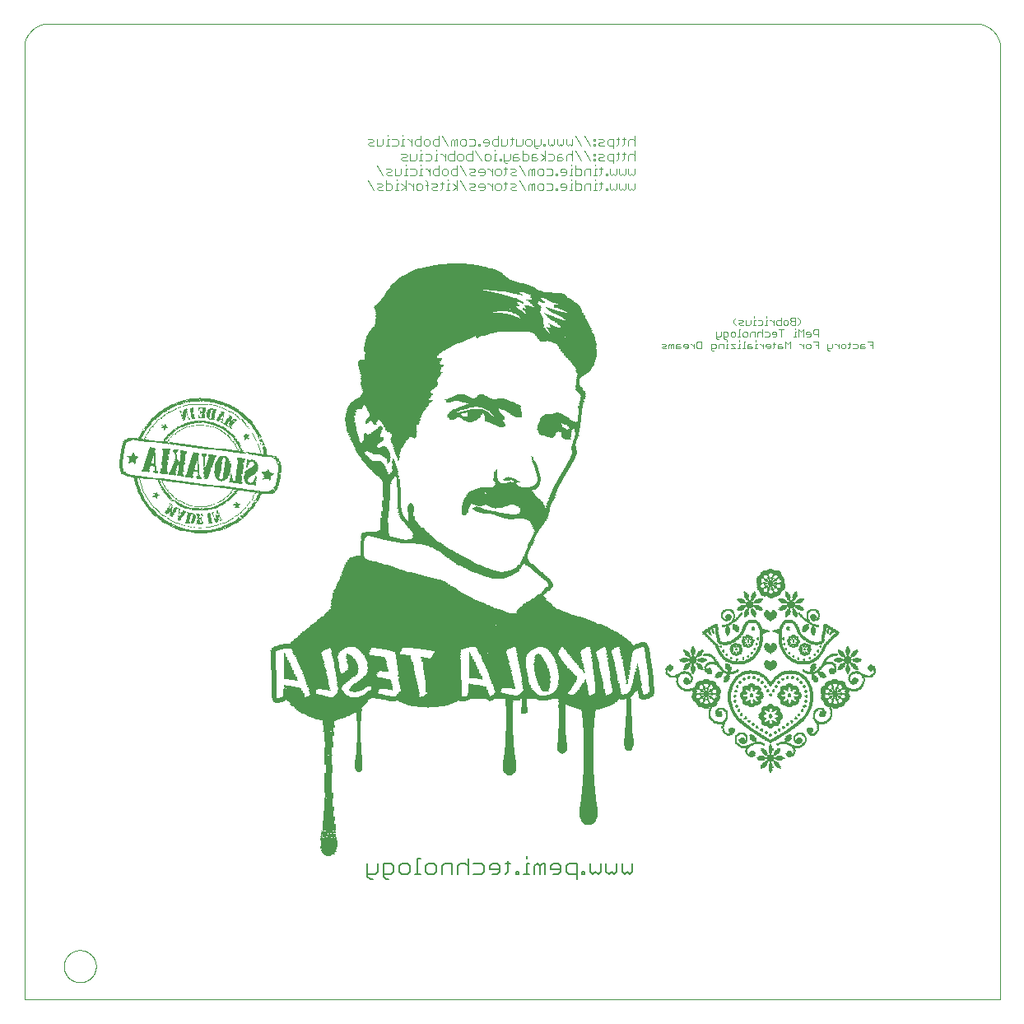
<source format=gbo>
G75*
%MOIN*%
%OFA0B0*%
%FSLAX25Y25*%
%IPPOS*%
%LPD*%
%AMOC8*
5,1,8,0,0,1.08239X$1,22.5*
%
%ADD10C,0.00000*%
%ADD11C,0.00300*%
%ADD12C,0.00600*%
%ADD13R,0.00400X0.00200*%
%ADD14R,0.00800X0.00200*%
%ADD15R,0.01200X0.00200*%
%ADD16R,0.01400X0.00200*%
%ADD17R,0.01600X0.00200*%
%ADD18R,0.01000X0.00200*%
%ADD19R,0.01800X0.00200*%
%ADD20R,0.02000X0.00200*%
%ADD21R,0.02200X0.00200*%
%ADD22R,0.02400X0.00200*%
%ADD23R,0.02800X0.00200*%
%ADD24R,0.03000X0.00200*%
%ADD25R,0.03600X0.00200*%
%ADD26R,0.11400X0.00200*%
%ADD27R,0.11200X0.00200*%
%ADD28R,0.03400X0.00200*%
%ADD29R,0.02600X0.00200*%
%ADD30R,0.03200X0.00200*%
%ADD31R,0.03800X0.00200*%
%ADD32R,0.04400X0.00200*%
%ADD33R,0.00600X0.00200*%
%ADD34R,0.05200X0.00200*%
%ADD35R,0.04200X0.00200*%
%ADD36R,0.00200X0.00200*%
%ADD37R,0.06200X0.00200*%
%ADD38R,0.06800X0.00200*%
%ADD39R,0.07200X0.00200*%
%ADD40R,0.04000X0.00200*%
%ADD41R,0.05000X0.00200*%
%ADD42R,0.04800X0.00200*%
%ADD43R,0.06000X0.00200*%
%ADD44R,0.06400X0.00200*%
%ADD45R,0.07000X0.00200*%
%ADD46R,0.07400X0.00200*%
%ADD47R,0.07800X0.00200*%
%ADD48R,0.08200X0.00200*%
%ADD49R,0.05600X0.00200*%
%ADD50R,0.08600X0.00200*%
%ADD51R,0.08400X0.00200*%
%ADD52R,0.06600X0.00200*%
%ADD53R,0.08000X0.00200*%
%ADD54R,0.08800X0.00200*%
%ADD55R,0.04600X0.00200*%
%ADD56R,0.05400X0.00200*%
%ADD57R,0.07600X0.00200*%
%ADD58R,0.05100X0.00300*%
%ADD59R,0.08700X0.00300*%
%ADD60R,0.12300X0.00300*%
%ADD61R,0.14700X0.00300*%
%ADD62R,0.06000X0.00300*%
%ADD63R,0.06300X0.00300*%
%ADD64R,0.04500X0.00300*%
%ADD65R,0.04800X0.00300*%
%ADD66R,0.00600X0.00300*%
%ADD67R,0.03000X0.00300*%
%ADD68R,0.04200X0.00300*%
%ADD69R,0.02700X0.00300*%
%ADD70R,0.01500X0.00300*%
%ADD71R,0.03300X0.00300*%
%ADD72R,0.01200X0.00300*%
%ADD73R,0.02100X0.00300*%
%ADD74R,0.00900X0.00300*%
%ADD75R,0.01800X0.00300*%
%ADD76R,0.00300X0.00300*%
%ADD77R,0.02400X0.00300*%
%ADD78R,0.06600X0.00300*%
%ADD79R,0.03900X0.00300*%
%ADD80R,0.05700X0.00300*%
%ADD81R,0.07800X0.00300*%
%ADD82R,0.06900X0.00300*%
%ADD83R,0.07500X0.00300*%
%ADD84R,0.05400X0.00300*%
%ADD85R,0.03600X0.00300*%
%ADD86R,0.08100X0.00300*%
%ADD87R,0.08400X0.00300*%
%ADD88R,0.00400X0.00400*%
%ADD89R,0.00800X0.00400*%
%ADD90R,0.01200X0.00400*%
%ADD91R,0.02800X0.00400*%
%ADD92R,0.05200X0.00400*%
%ADD93R,0.02000X0.00400*%
%ADD94R,0.04800X0.00400*%
%ADD95R,0.01600X0.00400*%
%ADD96R,0.04400X0.00400*%
%ADD97R,0.06000X0.00400*%
%ADD98R,0.02400X0.00400*%
%ADD99R,0.06800X0.00400*%
%ADD100R,0.03200X0.00400*%
%ADD101R,0.03600X0.00400*%
%ADD102R,0.05600X0.00400*%
%ADD103R,0.06400X0.00400*%
%ADD104R,0.07200X0.00400*%
%ADD105R,0.07200X0.00300*%
%ADD106R,0.10200X0.00300*%
%ADD107R,0.14100X0.00300*%
%ADD108R,0.15600X0.00300*%
%ADD109R,0.17100X0.00300*%
%ADD110R,0.18300X0.00300*%
%ADD111R,0.19500X0.00300*%
%ADD112R,0.20400X0.00300*%
%ADD113R,0.21600X0.00300*%
%ADD114R,0.22500X0.00300*%
%ADD115R,0.25500X0.00300*%
%ADD116R,0.25800X0.00300*%
%ADD117R,0.26400X0.00300*%
%ADD118R,0.26700X0.00300*%
%ADD119R,0.10800X0.00300*%
%ADD120R,0.27000X0.00300*%
%ADD121R,0.12600X0.00300*%
%ADD122R,0.27300X0.00300*%
%ADD123R,0.14400X0.00300*%
%ADD124R,0.27900X0.00300*%
%ADD125R,0.11700X0.00300*%
%ADD126R,0.28800X0.00300*%
%ADD127R,0.16800X0.00300*%
%ADD128R,0.29400X0.00300*%
%ADD129R,0.18000X0.00300*%
%ADD130R,0.16500X0.00300*%
%ADD131R,0.30000X0.00300*%
%ADD132R,0.21900X0.00300*%
%ADD133R,0.30600X0.00300*%
%ADD134R,0.20100X0.00300*%
%ADD135R,0.30900X0.00300*%
%ADD136R,0.22800X0.00300*%
%ADD137R,0.21300X0.00300*%
%ADD138R,0.31500X0.00300*%
%ADD139R,0.23700X0.00300*%
%ADD140R,0.23100X0.00300*%
%ADD141R,0.32100X0.00300*%
%ADD142R,0.24000X0.00300*%
%ADD143R,0.24300X0.00300*%
%ADD144R,0.32400X0.00300*%
%ADD145R,0.33600X0.00300*%
%ADD146R,0.33000X0.00300*%
%ADD147R,0.24900X0.00300*%
%ADD148R,0.35700X0.00300*%
%ADD149R,0.39300X0.00300*%
%ADD150R,0.37200X0.00300*%
%ADD151R,0.39600X0.00300*%
%ADD152R,1.03200X0.00300*%
%ADD153R,0.39900X0.00300*%
%ADD154R,1.41900X0.00300*%
%ADD155R,0.85200X0.00300*%
%ADD156R,0.09000X0.00300*%
%ADD157R,0.57300X0.00300*%
%ADD158R,0.09600X0.00300*%
%ADD159R,0.10500X0.00300*%
%ADD160R,0.15000X0.00300*%
%ADD161R,0.09300X0.00300*%
%ADD162R,0.16200X0.00300*%
%ADD163R,0.15900X0.00300*%
%ADD164R,0.13800X0.00300*%
%ADD165R,0.13500X0.00300*%
%ADD166R,0.12000X0.00300*%
%ADD167R,0.09900X0.00300*%
%ADD168R,0.15300X0.00300*%
%ADD169R,0.11400X0.00300*%
%ADD170R,0.11100X0.00300*%
%ADD171R,0.12900X0.00300*%
%ADD172R,0.17400X0.00300*%
%ADD173R,0.45900X0.00300*%
%ADD174R,0.84000X0.00300*%
%ADD175R,0.30300X0.00300*%
%ADD176R,1.51200X0.00300*%
%ADD177R,1.50300X0.00300*%
%ADD178R,1.43100X0.00300*%
%ADD179R,1.41300X0.00300*%
%ADD180R,1.38000X0.00300*%
%ADD181R,1.37700X0.00300*%
%ADD182R,1.37100X0.00300*%
%ADD183R,1.36200X0.00300*%
%ADD184R,1.35600X0.00300*%
%ADD185R,1.35000X0.00300*%
%ADD186R,1.34400X0.00300*%
%ADD187R,1.33800X0.00300*%
%ADD188R,1.32900X0.00300*%
%ADD189R,1.32300X0.00300*%
%ADD190R,1.31400X0.00300*%
%ADD191R,1.30500X0.00300*%
%ADD192R,1.29600X0.00300*%
%ADD193R,1.29000X0.00300*%
%ADD194R,1.01100X0.00300*%
%ADD195R,1.27200X0.00300*%
%ADD196R,1.26600X0.00300*%
%ADD197R,1.25400X0.00300*%
%ADD198R,1.24500X0.00300*%
%ADD199R,1.23600X0.00300*%
%ADD200R,1.22700X0.00300*%
%ADD201R,1.21500X0.00300*%
%ADD202R,1.20600X0.00300*%
%ADD203R,1.19400X0.00300*%
%ADD204R,0.43200X0.00300*%
%ADD205R,0.75000X0.00300*%
%ADD206R,1.17300X0.00300*%
%ADD207R,1.16100X0.00300*%
%ADD208R,1.14900X0.00300*%
%ADD209R,1.14000X0.00300*%
%ADD210R,1.12500X0.00300*%
%ADD211R,1.11300X0.00300*%
%ADD212R,1.10400X0.00300*%
%ADD213R,1.09200X0.00300*%
%ADD214R,1.07700X0.00300*%
%ADD215R,1.06500X0.00300*%
%ADD216R,1.05300X0.00300*%
%ADD217R,1.04100X0.00300*%
%ADD218R,1.02600X0.00300*%
%ADD219R,1.01400X0.00300*%
%ADD220R,0.99900X0.00300*%
%ADD221R,0.99000X0.00300*%
%ADD222R,0.20700X0.00300*%
%ADD223R,0.73800X0.00300*%
%ADD224R,0.19800X0.00300*%
%ADD225R,0.72600X0.00300*%
%ADD226R,0.18900X0.00300*%
%ADD227R,0.71100X0.00300*%
%ADD228R,0.17700X0.00300*%
%ADD229R,0.70500X0.00300*%
%ADD230R,0.69300X0.00300*%
%ADD231R,0.68100X0.00300*%
%ADD232R,0.67200X0.00300*%
%ADD233R,0.66300X0.00300*%
%ADD234R,0.65700X0.00300*%
%ADD235R,0.64500X0.00300*%
%ADD236R,0.63900X0.00300*%
%ADD237R,0.63000X0.00300*%
%ADD238R,0.62400X0.00300*%
%ADD239R,0.61800X0.00300*%
%ADD240R,0.60900X0.00300*%
%ADD241R,0.60300X0.00300*%
%ADD242R,0.59700X0.00300*%
%ADD243R,0.59100X0.00300*%
%ADD244R,0.58200X0.00300*%
%ADD245R,0.57600X0.00300*%
%ADD246R,0.56700X0.00300*%
%ADD247R,0.56100X0.00300*%
%ADD248R,0.55500X0.00300*%
%ADD249R,0.54900X0.00300*%
%ADD250R,0.54300X0.00300*%
%ADD251R,0.53700X0.00300*%
%ADD252R,0.53100X0.00300*%
%ADD253R,0.52500X0.00300*%
%ADD254R,0.51600X0.00300*%
%ADD255R,0.51300X0.00300*%
%ADD256R,0.50700X0.00300*%
%ADD257R,0.50100X0.00300*%
%ADD258R,0.49500X0.00300*%
%ADD259R,0.48900X0.00300*%
%ADD260R,0.48300X0.00300*%
%ADD261R,0.47400X0.00300*%
%ADD262R,0.47100X0.00300*%
%ADD263R,0.46200X0.00300*%
%ADD264R,0.45000X0.00300*%
%ADD265R,0.44700X0.00300*%
%ADD266R,0.43800X0.00300*%
%ADD267R,0.42000X0.00300*%
%ADD268R,0.41400X0.00300*%
%ADD269R,0.40200X0.00300*%
%ADD270R,0.37800X0.00300*%
%ADD271R,0.36600X0.00300*%
%ADD272R,0.35100X0.00300*%
%ADD273R,0.29700X0.00300*%
%ADD274R,0.28500X0.00300*%
%ADD275R,0.26100X0.00300*%
%ADD276R,0.25200X0.00300*%
%ADD277R,0.18600X0.00300*%
%ADD278R,0.13200X0.00300*%
%ADD279R,0.21000X0.00300*%
%ADD280R,0.32700X0.00300*%
%ADD281R,0.31800X0.00300*%
%ADD282R,0.31200X0.00300*%
%ADD283R,0.28200X0.00300*%
%ADD284R,0.27600X0.00300*%
%ADD285R,0.23400X0.00300*%
%ADD286R,0.22200X0.00300*%
%ADD287R,0.24600X0.00300*%
%ADD288R,0.29100X0.00300*%
%ADD289R,0.33300X0.00300*%
%ADD290R,0.33900X0.00300*%
%ADD291R,0.34500X0.00300*%
%ADD292R,0.34800X0.00300*%
%ADD293R,0.35400X0.00300*%
%ADD294R,0.36000X0.00300*%
%ADD295R,0.37500X0.00300*%
%ADD296R,0.38100X0.00300*%
%ADD297R,0.38700X0.00300*%
%ADD298R,0.40800X0.00300*%
%ADD299R,0.42300X0.00300*%
%ADD300R,0.42600X0.00300*%
%ADD301R,0.48000X0.00300*%
%ADD302R,0.48600X0.00300*%
%ADD303R,0.52200X0.00300*%
%ADD304R,0.72000X0.00300*%
%ADD305R,0.71400X0.00300*%
%ADD306R,0.70800X0.00300*%
%ADD307R,0.69900X0.00300*%
%ADD308R,0.69600X0.00300*%
%ADD309R,0.69000X0.00300*%
%ADD310R,0.68700X0.00300*%
%ADD311R,0.68400X0.00300*%
%ADD312R,0.67800X0.00300*%
%ADD313R,0.56400X0.00300*%
%ADD314R,0.55800X0.00300*%
%ADD315R,0.54600X0.00300*%
%ADD316R,0.53400X0.00300*%
%ADD317R,0.49200X0.00300*%
%ADD318R,0.59400X0.00300*%
%ADD319R,0.58800X0.00300*%
%ADD320R,0.57000X0.00300*%
%ADD321R,0.57900X0.00300*%
%ADD322R,0.44100X0.00300*%
%ADD323R,0.60000X0.00300*%
%ADD324R,0.58500X0.00300*%
%ADD325R,0.51900X0.00300*%
%ADD326R,0.50400X0.00300*%
%ADD327R,0.46800X0.00300*%
%ADD328R,0.45600X0.00300*%
%ADD329R,0.42900X0.00300*%
%ADD330R,0.40500X0.00300*%
%ADD331R,0.34200X0.00300*%
D10*
X0042595Y0025000D02*
X0042595Y0412500D01*
X0050095Y0420000D02*
X0430095Y0420000D01*
X0437595Y0412500D02*
X0437595Y0025000D01*
X0042595Y0025000D01*
X0058595Y0038500D02*
X0058597Y0038661D01*
X0058603Y0038821D01*
X0058613Y0038982D01*
X0058627Y0039142D01*
X0058645Y0039302D01*
X0058666Y0039461D01*
X0058692Y0039620D01*
X0058722Y0039778D01*
X0058755Y0039935D01*
X0058793Y0040092D01*
X0058834Y0040247D01*
X0058879Y0040401D01*
X0058928Y0040554D01*
X0058981Y0040706D01*
X0059037Y0040857D01*
X0059098Y0041006D01*
X0059161Y0041154D01*
X0059229Y0041300D01*
X0059300Y0041444D01*
X0059374Y0041586D01*
X0059452Y0041727D01*
X0059534Y0041865D01*
X0059619Y0042002D01*
X0059707Y0042136D01*
X0059799Y0042268D01*
X0059894Y0042398D01*
X0059992Y0042526D01*
X0060093Y0042651D01*
X0060197Y0042773D01*
X0060304Y0042893D01*
X0060414Y0043010D01*
X0060527Y0043125D01*
X0060643Y0043236D01*
X0060762Y0043345D01*
X0060883Y0043450D01*
X0061007Y0043553D01*
X0061133Y0043653D01*
X0061261Y0043749D01*
X0061392Y0043842D01*
X0061526Y0043932D01*
X0061661Y0044019D01*
X0061799Y0044102D01*
X0061938Y0044182D01*
X0062080Y0044258D01*
X0062223Y0044331D01*
X0062368Y0044400D01*
X0062515Y0044466D01*
X0062663Y0044528D01*
X0062813Y0044586D01*
X0062964Y0044641D01*
X0063117Y0044692D01*
X0063271Y0044739D01*
X0063426Y0044782D01*
X0063582Y0044821D01*
X0063738Y0044857D01*
X0063896Y0044888D01*
X0064054Y0044916D01*
X0064213Y0044940D01*
X0064373Y0044960D01*
X0064533Y0044976D01*
X0064693Y0044988D01*
X0064854Y0044996D01*
X0065015Y0045000D01*
X0065175Y0045000D01*
X0065336Y0044996D01*
X0065497Y0044988D01*
X0065657Y0044976D01*
X0065817Y0044960D01*
X0065977Y0044940D01*
X0066136Y0044916D01*
X0066294Y0044888D01*
X0066452Y0044857D01*
X0066608Y0044821D01*
X0066764Y0044782D01*
X0066919Y0044739D01*
X0067073Y0044692D01*
X0067226Y0044641D01*
X0067377Y0044586D01*
X0067527Y0044528D01*
X0067675Y0044466D01*
X0067822Y0044400D01*
X0067967Y0044331D01*
X0068110Y0044258D01*
X0068252Y0044182D01*
X0068391Y0044102D01*
X0068529Y0044019D01*
X0068664Y0043932D01*
X0068798Y0043842D01*
X0068929Y0043749D01*
X0069057Y0043653D01*
X0069183Y0043553D01*
X0069307Y0043450D01*
X0069428Y0043345D01*
X0069547Y0043236D01*
X0069663Y0043125D01*
X0069776Y0043010D01*
X0069886Y0042893D01*
X0069993Y0042773D01*
X0070097Y0042651D01*
X0070198Y0042526D01*
X0070296Y0042398D01*
X0070391Y0042268D01*
X0070483Y0042136D01*
X0070571Y0042002D01*
X0070656Y0041865D01*
X0070738Y0041727D01*
X0070816Y0041586D01*
X0070890Y0041444D01*
X0070961Y0041300D01*
X0071029Y0041154D01*
X0071092Y0041006D01*
X0071153Y0040857D01*
X0071209Y0040706D01*
X0071262Y0040554D01*
X0071311Y0040401D01*
X0071356Y0040247D01*
X0071397Y0040092D01*
X0071435Y0039935D01*
X0071468Y0039778D01*
X0071498Y0039620D01*
X0071524Y0039461D01*
X0071545Y0039302D01*
X0071563Y0039142D01*
X0071577Y0038982D01*
X0071587Y0038821D01*
X0071593Y0038661D01*
X0071595Y0038500D01*
X0071593Y0038339D01*
X0071587Y0038179D01*
X0071577Y0038018D01*
X0071563Y0037858D01*
X0071545Y0037698D01*
X0071524Y0037539D01*
X0071498Y0037380D01*
X0071468Y0037222D01*
X0071435Y0037065D01*
X0071397Y0036908D01*
X0071356Y0036753D01*
X0071311Y0036599D01*
X0071262Y0036446D01*
X0071209Y0036294D01*
X0071153Y0036143D01*
X0071092Y0035994D01*
X0071029Y0035846D01*
X0070961Y0035700D01*
X0070890Y0035556D01*
X0070816Y0035414D01*
X0070738Y0035273D01*
X0070656Y0035135D01*
X0070571Y0034998D01*
X0070483Y0034864D01*
X0070391Y0034732D01*
X0070296Y0034602D01*
X0070198Y0034474D01*
X0070097Y0034349D01*
X0069993Y0034227D01*
X0069886Y0034107D01*
X0069776Y0033990D01*
X0069663Y0033875D01*
X0069547Y0033764D01*
X0069428Y0033655D01*
X0069307Y0033550D01*
X0069183Y0033447D01*
X0069057Y0033347D01*
X0068929Y0033251D01*
X0068798Y0033158D01*
X0068664Y0033068D01*
X0068529Y0032981D01*
X0068391Y0032898D01*
X0068252Y0032818D01*
X0068110Y0032742D01*
X0067967Y0032669D01*
X0067822Y0032600D01*
X0067675Y0032534D01*
X0067527Y0032472D01*
X0067377Y0032414D01*
X0067226Y0032359D01*
X0067073Y0032308D01*
X0066919Y0032261D01*
X0066764Y0032218D01*
X0066608Y0032179D01*
X0066452Y0032143D01*
X0066294Y0032112D01*
X0066136Y0032084D01*
X0065977Y0032060D01*
X0065817Y0032040D01*
X0065657Y0032024D01*
X0065497Y0032012D01*
X0065336Y0032004D01*
X0065175Y0032000D01*
X0065015Y0032000D01*
X0064854Y0032004D01*
X0064693Y0032012D01*
X0064533Y0032024D01*
X0064373Y0032040D01*
X0064213Y0032060D01*
X0064054Y0032084D01*
X0063896Y0032112D01*
X0063738Y0032143D01*
X0063582Y0032179D01*
X0063426Y0032218D01*
X0063271Y0032261D01*
X0063117Y0032308D01*
X0062964Y0032359D01*
X0062813Y0032414D01*
X0062663Y0032472D01*
X0062515Y0032534D01*
X0062368Y0032600D01*
X0062223Y0032669D01*
X0062080Y0032742D01*
X0061938Y0032818D01*
X0061799Y0032898D01*
X0061661Y0032981D01*
X0061526Y0033068D01*
X0061392Y0033158D01*
X0061261Y0033251D01*
X0061133Y0033347D01*
X0061007Y0033447D01*
X0060883Y0033550D01*
X0060762Y0033655D01*
X0060643Y0033764D01*
X0060527Y0033875D01*
X0060414Y0033990D01*
X0060304Y0034107D01*
X0060197Y0034227D01*
X0060093Y0034349D01*
X0059992Y0034474D01*
X0059894Y0034602D01*
X0059799Y0034732D01*
X0059707Y0034864D01*
X0059619Y0034998D01*
X0059534Y0035135D01*
X0059452Y0035273D01*
X0059374Y0035414D01*
X0059300Y0035556D01*
X0059229Y0035700D01*
X0059161Y0035846D01*
X0059098Y0035994D01*
X0059037Y0036143D01*
X0058981Y0036294D01*
X0058928Y0036446D01*
X0058879Y0036599D01*
X0058834Y0036753D01*
X0058793Y0036908D01*
X0058755Y0037065D01*
X0058722Y0037222D01*
X0058692Y0037380D01*
X0058666Y0037539D01*
X0058645Y0037698D01*
X0058627Y0037858D01*
X0058613Y0038018D01*
X0058603Y0038179D01*
X0058597Y0038339D01*
X0058595Y0038500D01*
X0042596Y0412499D02*
X0042667Y0412748D01*
X0042743Y0412994D01*
X0042826Y0413238D01*
X0042915Y0413481D01*
X0043009Y0413721D01*
X0043110Y0413959D01*
X0043216Y0414194D01*
X0043327Y0414427D01*
X0043445Y0414657D01*
X0043567Y0414884D01*
X0043696Y0415108D01*
X0043829Y0415329D01*
X0043968Y0415546D01*
X0044112Y0415760D01*
X0044261Y0415971D01*
X0044415Y0416178D01*
X0044575Y0416381D01*
X0044739Y0416580D01*
X0044908Y0416776D01*
X0045081Y0416967D01*
X0045259Y0417153D01*
X0045442Y0417336D01*
X0045628Y0417514D01*
X0045819Y0417687D01*
X0046015Y0417856D01*
X0046214Y0418020D01*
X0046417Y0418180D01*
X0046624Y0418334D01*
X0046835Y0418483D01*
X0047049Y0418627D01*
X0047266Y0418766D01*
X0047487Y0418899D01*
X0047711Y0419028D01*
X0047938Y0419150D01*
X0048168Y0419268D01*
X0048401Y0419379D01*
X0048636Y0419485D01*
X0048874Y0419586D01*
X0049114Y0419680D01*
X0049357Y0419769D01*
X0049601Y0419852D01*
X0049847Y0419928D01*
X0050096Y0419999D01*
X0430095Y0419999D02*
X0430344Y0419928D01*
X0430590Y0419852D01*
X0430834Y0419769D01*
X0431077Y0419680D01*
X0431317Y0419586D01*
X0431555Y0419485D01*
X0431790Y0419379D01*
X0432023Y0419268D01*
X0432253Y0419150D01*
X0432480Y0419028D01*
X0432704Y0418899D01*
X0432925Y0418766D01*
X0433142Y0418627D01*
X0433356Y0418483D01*
X0433567Y0418334D01*
X0433774Y0418180D01*
X0433977Y0418020D01*
X0434176Y0417856D01*
X0434372Y0417687D01*
X0434563Y0417514D01*
X0434749Y0417336D01*
X0434932Y0417153D01*
X0435110Y0416967D01*
X0435283Y0416776D01*
X0435452Y0416580D01*
X0435616Y0416381D01*
X0435776Y0416178D01*
X0435930Y0415971D01*
X0436079Y0415760D01*
X0436223Y0415546D01*
X0436362Y0415329D01*
X0436495Y0415108D01*
X0436624Y0414884D01*
X0436746Y0414657D01*
X0436864Y0414427D01*
X0436975Y0414194D01*
X0437081Y0413959D01*
X0437182Y0413721D01*
X0437276Y0413481D01*
X0437365Y0413238D01*
X0437448Y0412994D01*
X0437524Y0412748D01*
X0437595Y0412499D01*
D11*
X0355799Y0301152D02*
X0356766Y0300185D01*
X0356766Y0299217D01*
X0355799Y0298250D01*
X0354802Y0298250D02*
X0353351Y0298250D01*
X0352867Y0298734D01*
X0352867Y0299217D01*
X0353351Y0299701D01*
X0354802Y0299701D01*
X0354802Y0298250D02*
X0354802Y0301152D01*
X0353351Y0301152D01*
X0352867Y0300669D01*
X0352867Y0300185D01*
X0353351Y0299701D01*
X0351855Y0299701D02*
X0351855Y0298734D01*
X0351372Y0298250D01*
X0350404Y0298250D01*
X0349920Y0298734D01*
X0349920Y0299701D01*
X0350404Y0300185D01*
X0351372Y0300185D01*
X0351855Y0299701D01*
X0348909Y0300185D02*
X0347457Y0300185D01*
X0346974Y0299701D01*
X0346974Y0298734D01*
X0347457Y0298250D01*
X0348909Y0298250D01*
X0348909Y0301152D01*
X0345962Y0300185D02*
X0345962Y0298250D01*
X0345962Y0299217D02*
X0344995Y0300185D01*
X0344511Y0300185D01*
X0343507Y0300185D02*
X0343023Y0300185D01*
X0343023Y0298250D01*
X0343507Y0298250D02*
X0342539Y0298250D01*
X0341542Y0298734D02*
X0341059Y0298250D01*
X0339607Y0298250D01*
X0338596Y0298250D02*
X0337628Y0298250D01*
X0338112Y0298250D02*
X0338112Y0300185D01*
X0338596Y0300185D01*
X0339607Y0300185D02*
X0341059Y0300185D01*
X0341542Y0299701D01*
X0341542Y0298734D01*
X0341297Y0296352D02*
X0341297Y0293450D01*
X0342308Y0293450D02*
X0343760Y0293450D01*
X0344243Y0293934D01*
X0344243Y0294901D01*
X0343760Y0295385D01*
X0342308Y0295385D01*
X0341297Y0294901D02*
X0340813Y0295385D01*
X0339846Y0295385D01*
X0339362Y0294901D01*
X0339362Y0293450D01*
X0338350Y0293450D02*
X0338350Y0295385D01*
X0336899Y0295385D01*
X0336415Y0294901D01*
X0336415Y0293450D01*
X0335404Y0293934D02*
X0334920Y0293450D01*
X0333953Y0293450D01*
X0333469Y0293934D01*
X0333469Y0294901D01*
X0333953Y0295385D01*
X0334920Y0295385D01*
X0335404Y0294901D01*
X0335404Y0293934D01*
X0334422Y0291552D02*
X0333938Y0291552D01*
X0333938Y0288650D01*
X0334422Y0288650D02*
X0333454Y0288650D01*
X0332457Y0288650D02*
X0331490Y0288650D01*
X0331974Y0288650D02*
X0331974Y0290585D01*
X0332457Y0290585D01*
X0331974Y0291552D02*
X0331974Y0292036D01*
X0331974Y0293450D02*
X0331974Y0296352D01*
X0332457Y0296352D01*
X0332234Y0298250D02*
X0331750Y0298734D01*
X0332234Y0299217D01*
X0333201Y0299217D01*
X0333685Y0299701D01*
X0333201Y0300185D01*
X0331750Y0300185D01*
X0330739Y0301152D02*
X0329771Y0300185D01*
X0329771Y0299217D01*
X0330739Y0298250D01*
X0332234Y0298250D02*
X0333685Y0298250D01*
X0334697Y0298250D02*
X0334697Y0300185D01*
X0336632Y0300185D02*
X0336632Y0298734D01*
X0336148Y0298250D01*
X0334697Y0298250D01*
X0338112Y0301152D02*
X0338112Y0301636D01*
X0343023Y0301636D02*
X0343023Y0301152D01*
X0345739Y0295385D02*
X0345255Y0294901D01*
X0345255Y0294417D01*
X0347190Y0294417D01*
X0347190Y0293934D02*
X0347190Y0294901D01*
X0346706Y0295385D01*
X0345739Y0295385D01*
X0345739Y0293450D02*
X0346706Y0293450D01*
X0347190Y0293934D01*
X0349169Y0293450D02*
X0349169Y0296352D01*
X0350136Y0296352D02*
X0348201Y0296352D01*
X0350657Y0291552D02*
X0350657Y0288650D01*
X0349645Y0289134D02*
X0349162Y0289617D01*
X0347710Y0289617D01*
X0347710Y0290101D02*
X0347710Y0288650D01*
X0349162Y0288650D01*
X0349645Y0289134D01*
X0349162Y0290585D02*
X0348194Y0290585D01*
X0347710Y0290101D01*
X0346699Y0290585D02*
X0345731Y0290585D01*
X0346215Y0291069D02*
X0346215Y0289134D01*
X0345731Y0288650D01*
X0344734Y0289134D02*
X0344734Y0290101D01*
X0344251Y0290585D01*
X0343283Y0290585D01*
X0342800Y0290101D01*
X0342800Y0289617D01*
X0344734Y0289617D01*
X0344734Y0289134D02*
X0344251Y0288650D01*
X0343283Y0288650D01*
X0341788Y0288650D02*
X0341788Y0290585D01*
X0340820Y0290585D02*
X0340337Y0290585D01*
X0340820Y0290585D02*
X0341788Y0289617D01*
X0339333Y0288650D02*
X0338365Y0288650D01*
X0338849Y0288650D02*
X0338849Y0290585D01*
X0339333Y0290585D01*
X0338849Y0291552D02*
X0338849Y0292036D01*
X0336884Y0290585D02*
X0335917Y0290585D01*
X0335433Y0290101D01*
X0335433Y0288650D01*
X0336884Y0288650D01*
X0337368Y0289134D01*
X0336884Y0289617D01*
X0335433Y0289617D01*
X0332457Y0293450D02*
X0331490Y0293450D01*
X0330493Y0293934D02*
X0330009Y0293450D01*
X0329042Y0293450D01*
X0328558Y0293934D01*
X0328558Y0294901D01*
X0329042Y0295385D01*
X0330009Y0295385D01*
X0330493Y0294901D01*
X0330493Y0293934D01*
X0327546Y0293934D02*
X0327063Y0293450D01*
X0325611Y0293450D01*
X0325611Y0292966D02*
X0325611Y0295385D01*
X0327063Y0295385D01*
X0327546Y0294901D01*
X0327546Y0293934D01*
X0326579Y0292483D02*
X0326095Y0292483D01*
X0325611Y0292966D01*
X0324600Y0293934D02*
X0324116Y0293450D01*
X0322665Y0293450D01*
X0322665Y0292966D02*
X0322665Y0295385D01*
X0324600Y0295385D02*
X0324600Y0293934D01*
X0323632Y0292483D02*
X0323149Y0292483D01*
X0322665Y0292966D01*
X0322152Y0290585D02*
X0322636Y0290101D01*
X0322636Y0289134D01*
X0322152Y0288650D01*
X0320701Y0288650D01*
X0320701Y0288166D02*
X0320701Y0290585D01*
X0322152Y0290585D01*
X0323647Y0290101D02*
X0323647Y0288650D01*
X0323647Y0290101D02*
X0324131Y0290585D01*
X0325582Y0290585D01*
X0325582Y0288650D01*
X0326579Y0288650D02*
X0327546Y0288650D01*
X0327063Y0288650D02*
X0327063Y0290585D01*
X0327546Y0290585D01*
X0328558Y0290585D02*
X0330493Y0288650D01*
X0328558Y0288650D01*
X0328558Y0290585D02*
X0330493Y0290585D01*
X0327063Y0291552D02*
X0327063Y0292036D01*
X0321668Y0287683D02*
X0321184Y0287683D01*
X0320701Y0288166D01*
X0316743Y0288650D02*
X0315291Y0288650D01*
X0314808Y0289134D01*
X0314808Y0291069D01*
X0315291Y0291552D01*
X0316743Y0291552D01*
X0316743Y0288650D01*
X0313796Y0288650D02*
X0313796Y0290585D01*
X0312829Y0290585D02*
X0312345Y0290585D01*
X0312829Y0290585D02*
X0313796Y0289617D01*
X0311341Y0289617D02*
X0309406Y0289617D01*
X0309406Y0290101D01*
X0309889Y0290585D01*
X0310857Y0290585D01*
X0311341Y0290101D01*
X0311341Y0289134D01*
X0310857Y0288650D01*
X0309889Y0288650D01*
X0308394Y0289134D02*
X0307910Y0289617D01*
X0306459Y0289617D01*
X0306459Y0290101D02*
X0306459Y0288650D01*
X0307910Y0288650D01*
X0308394Y0289134D01*
X0307910Y0290585D02*
X0306943Y0290585D01*
X0306459Y0290101D01*
X0305448Y0290585D02*
X0304964Y0290585D01*
X0304480Y0290101D01*
X0303996Y0290585D01*
X0303513Y0290101D01*
X0303513Y0288650D01*
X0304480Y0288650D02*
X0304480Y0290101D01*
X0305448Y0290585D02*
X0305448Y0288650D01*
X0302501Y0288650D02*
X0301050Y0288650D01*
X0300566Y0289134D01*
X0301050Y0289617D01*
X0302017Y0289617D01*
X0302501Y0290101D01*
X0302017Y0290585D01*
X0300566Y0290585D01*
X0350657Y0291552D02*
X0351624Y0290585D01*
X0352592Y0291552D01*
X0352592Y0288650D01*
X0356543Y0290585D02*
X0357026Y0290585D01*
X0357994Y0289617D01*
X0357994Y0288650D02*
X0357994Y0290585D01*
X0359005Y0290101D02*
X0359489Y0290585D01*
X0360457Y0290585D01*
X0360940Y0290101D01*
X0360940Y0289134D01*
X0360457Y0288650D01*
X0359489Y0288650D01*
X0359005Y0289134D01*
X0359005Y0290101D01*
X0361952Y0291552D02*
X0363887Y0291552D01*
X0363887Y0288650D01*
X0363887Y0290101D02*
X0362919Y0290101D01*
X0363887Y0293450D02*
X0363887Y0296352D01*
X0362436Y0296352D01*
X0361952Y0295869D01*
X0361952Y0294901D01*
X0362436Y0294417D01*
X0363887Y0294417D01*
X0360940Y0294417D02*
X0359005Y0294417D01*
X0359005Y0294901D01*
X0359489Y0295385D01*
X0360457Y0295385D01*
X0360940Y0294901D01*
X0360940Y0293934D01*
X0360457Y0293450D01*
X0359489Y0293450D01*
X0357994Y0293450D02*
X0357994Y0296352D01*
X0357026Y0295385D01*
X0356059Y0296352D01*
X0356059Y0293450D01*
X0355047Y0293450D02*
X0354080Y0293450D01*
X0354564Y0293450D02*
X0354564Y0295385D01*
X0355047Y0295385D01*
X0354564Y0296352D02*
X0354564Y0296836D01*
X0367845Y0290585D02*
X0367845Y0288166D01*
X0368329Y0287683D01*
X0368812Y0287683D01*
X0369296Y0288650D02*
X0367845Y0288650D01*
X0369296Y0288650D02*
X0369780Y0289134D01*
X0369780Y0290585D01*
X0370784Y0290585D02*
X0371268Y0290585D01*
X0372235Y0289617D01*
X0372235Y0288650D02*
X0372235Y0290585D01*
X0373247Y0290101D02*
X0373731Y0290585D01*
X0374698Y0290585D01*
X0375182Y0290101D01*
X0375182Y0289134D01*
X0374698Y0288650D01*
X0373731Y0288650D01*
X0373247Y0289134D01*
X0373247Y0290101D01*
X0376179Y0290585D02*
X0377146Y0290585D01*
X0376662Y0291069D02*
X0376662Y0289134D01*
X0376179Y0288650D01*
X0378158Y0288650D02*
X0379609Y0288650D01*
X0380093Y0289134D01*
X0380093Y0290101D01*
X0379609Y0290585D01*
X0378158Y0290585D01*
X0381104Y0290101D02*
X0381104Y0288650D01*
X0382555Y0288650D01*
X0383039Y0289134D01*
X0382555Y0289617D01*
X0381104Y0289617D01*
X0381104Y0290101D02*
X0381588Y0290585D01*
X0382555Y0290585D01*
X0384051Y0291552D02*
X0385986Y0291552D01*
X0385986Y0288650D01*
X0385986Y0290101D02*
X0385018Y0290101D01*
X0289670Y0353542D02*
X0289053Y0352925D01*
X0288436Y0353542D01*
X0287819Y0352925D01*
X0287201Y0353542D01*
X0287201Y0355394D01*
X0285987Y0355394D02*
X0285987Y0353542D01*
X0285370Y0352925D01*
X0284753Y0353542D01*
X0284135Y0352925D01*
X0283518Y0353542D01*
X0283518Y0355394D01*
X0282304Y0355394D02*
X0282304Y0353542D01*
X0281687Y0352925D01*
X0281069Y0353542D01*
X0280452Y0352925D01*
X0279835Y0353542D01*
X0279835Y0355394D01*
X0278621Y0353542D02*
X0278004Y0353542D01*
X0278004Y0352925D01*
X0278621Y0352925D01*
X0278621Y0353542D01*
X0276162Y0353542D02*
X0276162Y0356011D01*
X0276779Y0355394D02*
X0275545Y0355394D01*
X0274324Y0355394D02*
X0273707Y0355394D01*
X0273707Y0352925D01*
X0274324Y0352925D02*
X0273089Y0352925D01*
X0271868Y0352925D02*
X0271868Y0355394D01*
X0270017Y0355394D01*
X0269400Y0354777D01*
X0269400Y0352925D01*
X0268185Y0353542D02*
X0268185Y0354777D01*
X0267568Y0355394D01*
X0265716Y0355394D01*
X0264502Y0355394D02*
X0263885Y0355394D01*
X0263885Y0352925D01*
X0264502Y0352925D02*
X0263268Y0352925D01*
X0262047Y0353542D02*
X0262047Y0354777D01*
X0261429Y0355394D01*
X0260195Y0355394D01*
X0259578Y0354777D01*
X0259578Y0354159D01*
X0262047Y0354159D01*
X0262047Y0353542D02*
X0261429Y0352925D01*
X0260195Y0352925D01*
X0258363Y0352925D02*
X0257746Y0352925D01*
X0257746Y0353542D01*
X0258363Y0353542D01*
X0258363Y0352925D01*
X0256522Y0353542D02*
X0255905Y0352925D01*
X0254053Y0352925D01*
X0252839Y0353542D02*
X0252222Y0352925D01*
X0250987Y0352925D01*
X0250370Y0353542D01*
X0250370Y0354777D01*
X0250987Y0355394D01*
X0252222Y0355394D01*
X0252839Y0354777D01*
X0252839Y0353542D01*
X0254053Y0355394D02*
X0255905Y0355394D01*
X0256522Y0354777D01*
X0256522Y0353542D01*
X0255905Y0358925D02*
X0254053Y0358925D01*
X0252839Y0359542D02*
X0252222Y0358925D01*
X0250987Y0358925D01*
X0250370Y0359542D01*
X0250370Y0360777D01*
X0250987Y0361394D01*
X0252222Y0361394D01*
X0252839Y0360777D01*
X0252839Y0359542D01*
X0254053Y0361394D02*
X0255905Y0361394D01*
X0256522Y0360777D01*
X0256522Y0359542D01*
X0255905Y0358925D01*
X0257746Y0358925D02*
X0258363Y0358925D01*
X0258363Y0359542D01*
X0257746Y0359542D01*
X0257746Y0358925D01*
X0259578Y0360159D02*
X0262047Y0360159D01*
X0262047Y0359542D02*
X0262047Y0360777D01*
X0261429Y0361394D01*
X0260195Y0361394D01*
X0259578Y0360777D01*
X0259578Y0360159D01*
X0260195Y0358925D02*
X0261429Y0358925D01*
X0262047Y0359542D01*
X0263268Y0358925D02*
X0264502Y0358925D01*
X0263885Y0358925D02*
X0263885Y0361394D01*
X0264502Y0361394D01*
X0265716Y0361394D02*
X0267568Y0361394D01*
X0268185Y0360777D01*
X0268185Y0359542D01*
X0267568Y0358925D01*
X0265716Y0358925D01*
X0265716Y0362628D01*
X0263885Y0362628D02*
X0263885Y0363245D01*
X0264502Y0364925D02*
X0264502Y0368628D01*
X0265716Y0368628D02*
X0268185Y0364925D01*
X0271868Y0364925D02*
X0269400Y0368628D01*
X0268185Y0370925D02*
X0265716Y0374628D01*
X0264502Y0373394D02*
X0264502Y0371542D01*
X0263885Y0370925D01*
X0263268Y0371542D01*
X0262650Y0370925D01*
X0262033Y0371542D01*
X0262033Y0373394D01*
X0260819Y0373394D02*
X0260819Y0371542D01*
X0260202Y0370925D01*
X0259584Y0371542D01*
X0258967Y0370925D01*
X0258350Y0371542D01*
X0258350Y0373394D01*
X0257136Y0373394D02*
X0257136Y0371542D01*
X0256519Y0370925D01*
X0255901Y0371542D01*
X0255284Y0370925D01*
X0254667Y0371542D01*
X0254667Y0373394D01*
X0253453Y0371542D02*
X0252835Y0371542D01*
X0252835Y0370925D01*
X0253453Y0370925D01*
X0253453Y0371542D01*
X0251611Y0371542D02*
X0250994Y0370925D01*
X0249142Y0370925D01*
X0249142Y0370308D02*
X0249759Y0369691D01*
X0250377Y0369691D01*
X0249142Y0370308D02*
X0249142Y0373394D01*
X0247928Y0372777D02*
X0247311Y0373394D01*
X0246076Y0373394D01*
X0245459Y0372777D01*
X0245459Y0371542D01*
X0246076Y0370925D01*
X0247311Y0370925D01*
X0247928Y0371542D01*
X0247928Y0372777D01*
X0251611Y0373394D02*
X0251611Y0371542D01*
X0253453Y0368628D02*
X0253453Y0364925D01*
X0254667Y0364925D02*
X0256519Y0364925D01*
X0257136Y0365542D01*
X0257136Y0366777D01*
X0256519Y0367394D01*
X0254667Y0367394D01*
X0253453Y0366159D02*
X0251601Y0367394D01*
X0249766Y0367394D02*
X0248532Y0367394D01*
X0247915Y0366777D01*
X0247915Y0364925D01*
X0249766Y0364925D01*
X0250383Y0365542D01*
X0249766Y0366159D01*
X0247915Y0366159D01*
X0246700Y0365542D02*
X0246700Y0366777D01*
X0246083Y0367394D01*
X0244231Y0367394D01*
X0244231Y0368628D02*
X0244231Y0364925D01*
X0246083Y0364925D01*
X0246700Y0365542D01*
X0243017Y0365542D02*
X0242400Y0366159D01*
X0240548Y0366159D01*
X0240548Y0366777D02*
X0240548Y0364925D01*
X0242400Y0364925D01*
X0243017Y0365542D01*
X0242400Y0367394D02*
X0241165Y0367394D01*
X0240548Y0366777D01*
X0239334Y0367394D02*
X0239334Y0365542D01*
X0238717Y0364925D01*
X0236865Y0364925D01*
X0236865Y0364308D02*
X0237482Y0363691D01*
X0238099Y0363691D01*
X0236865Y0364308D02*
X0236865Y0367394D01*
X0235651Y0365542D02*
X0235034Y0365542D01*
X0235034Y0364925D01*
X0235651Y0364925D01*
X0235651Y0365542D01*
X0233809Y0364925D02*
X0232575Y0364925D01*
X0233192Y0364925D02*
X0233192Y0367394D01*
X0233809Y0367394D01*
X0233192Y0368628D02*
X0233192Y0369245D01*
X0232571Y0370925D02*
X0234423Y0370925D01*
X0234423Y0374628D01*
X0234423Y0373394D02*
X0232571Y0373394D01*
X0231954Y0372777D01*
X0231954Y0371542D01*
X0232571Y0370925D01*
X0230740Y0371542D02*
X0230740Y0372777D01*
X0230123Y0373394D01*
X0228888Y0373394D01*
X0228271Y0372777D01*
X0228271Y0372159D01*
X0230740Y0372159D01*
X0230740Y0371542D02*
X0230123Y0370925D01*
X0228888Y0370925D01*
X0227057Y0370925D02*
X0226440Y0370925D01*
X0226440Y0371542D01*
X0227057Y0371542D01*
X0227057Y0370925D01*
X0225215Y0371542D02*
X0224598Y0370925D01*
X0222746Y0370925D01*
X0221532Y0371542D02*
X0220915Y0370925D01*
X0219680Y0370925D01*
X0219063Y0371542D01*
X0219063Y0372777D01*
X0219680Y0373394D01*
X0220915Y0373394D01*
X0221532Y0372777D01*
X0221532Y0371542D01*
X0222746Y0373394D02*
X0224598Y0373394D01*
X0225215Y0372777D01*
X0225215Y0371542D01*
X0225202Y0368628D02*
X0227671Y0364925D01*
X0228885Y0365542D02*
X0228885Y0366777D01*
X0229502Y0367394D01*
X0230737Y0367394D01*
X0231354Y0366777D01*
X0231354Y0365542D01*
X0230737Y0364925D01*
X0229502Y0364925D01*
X0228885Y0365542D01*
X0228281Y0361394D02*
X0227047Y0361394D01*
X0226430Y0360777D01*
X0226430Y0360159D01*
X0228898Y0360159D01*
X0228898Y0359542D02*
X0228898Y0360777D01*
X0228281Y0361394D01*
X0230116Y0361394D02*
X0230733Y0361394D01*
X0231968Y0360159D01*
X0231968Y0358925D02*
X0231968Y0361394D01*
X0233182Y0360777D02*
X0233799Y0361394D01*
X0235034Y0361394D01*
X0235651Y0360777D01*
X0235651Y0359542D01*
X0235034Y0358925D01*
X0233799Y0358925D01*
X0233182Y0359542D01*
X0233182Y0360777D01*
X0236872Y0361394D02*
X0238106Y0361394D01*
X0237489Y0362011D02*
X0237489Y0359542D01*
X0236872Y0358925D01*
X0239320Y0359542D02*
X0239938Y0360159D01*
X0241172Y0360159D01*
X0241789Y0360777D01*
X0241172Y0361394D01*
X0239320Y0361394D01*
X0239320Y0359542D02*
X0239938Y0358925D01*
X0241789Y0358925D01*
X0243004Y0356628D02*
X0245472Y0352925D01*
X0246687Y0352925D02*
X0246687Y0354777D01*
X0247304Y0355394D01*
X0247921Y0354777D01*
X0247921Y0352925D01*
X0249156Y0352925D02*
X0249156Y0355394D01*
X0248538Y0355394D01*
X0247921Y0354777D01*
X0247921Y0358925D02*
X0247921Y0360777D01*
X0247304Y0361394D01*
X0246687Y0360777D01*
X0246687Y0358925D01*
X0245472Y0358925D02*
X0243004Y0362628D01*
X0247921Y0360777D02*
X0248538Y0361394D01*
X0249156Y0361394D01*
X0249156Y0358925D01*
X0241789Y0354777D02*
X0241172Y0355394D01*
X0239320Y0355394D01*
X0238106Y0355394D02*
X0236872Y0355394D01*
X0237489Y0356011D02*
X0237489Y0353542D01*
X0236872Y0352925D01*
X0235651Y0353542D02*
X0235034Y0352925D01*
X0233799Y0352925D01*
X0233182Y0353542D01*
X0233182Y0354777D01*
X0233799Y0355394D01*
X0235034Y0355394D01*
X0235651Y0354777D01*
X0235651Y0353542D01*
X0239320Y0353542D02*
X0239938Y0354159D01*
X0241172Y0354159D01*
X0241789Y0354777D01*
X0241789Y0352925D02*
X0239938Y0352925D01*
X0239320Y0353542D01*
X0231968Y0352925D02*
X0231968Y0355394D01*
X0231968Y0354159D02*
X0230733Y0355394D01*
X0230116Y0355394D01*
X0228898Y0354777D02*
X0228281Y0355394D01*
X0227047Y0355394D01*
X0226430Y0354777D01*
X0226430Y0354159D01*
X0228898Y0354159D01*
X0228898Y0353542D02*
X0228898Y0354777D01*
X0228898Y0353542D02*
X0228281Y0352925D01*
X0227047Y0352925D01*
X0225215Y0352925D02*
X0223364Y0352925D01*
X0222746Y0353542D01*
X0223364Y0354159D01*
X0224598Y0354159D01*
X0225215Y0354777D01*
X0224598Y0355394D01*
X0222746Y0355394D01*
X0221532Y0352925D02*
X0219063Y0356628D01*
X0217849Y0356628D02*
X0217849Y0352925D01*
X0217849Y0354159D02*
X0215997Y0355394D01*
X0214780Y0355394D02*
X0214162Y0355394D01*
X0214162Y0352925D01*
X0213545Y0352925D02*
X0214780Y0352925D01*
X0215997Y0352925D02*
X0217849Y0354159D01*
X0214162Y0356628D02*
X0214162Y0357245D01*
X0213549Y0358925D02*
X0214166Y0359542D01*
X0214166Y0360777D01*
X0213549Y0361394D01*
X0212314Y0361394D01*
X0211697Y0360777D01*
X0211697Y0359542D01*
X0212314Y0358925D01*
X0213549Y0358925D01*
X0215380Y0359542D02*
X0215380Y0360777D01*
X0215997Y0361394D01*
X0217849Y0361394D01*
X0217849Y0362628D02*
X0217849Y0358925D01*
X0215997Y0358925D01*
X0215380Y0359542D01*
X0219063Y0362628D02*
X0221532Y0358925D01*
X0222746Y0359542D02*
X0223364Y0358925D01*
X0225215Y0358925D01*
X0224598Y0360159D02*
X0223364Y0360159D01*
X0222746Y0359542D01*
X0222746Y0361394D02*
X0224598Y0361394D01*
X0225215Y0360777D01*
X0224598Y0360159D01*
X0227047Y0358925D02*
X0228281Y0358925D01*
X0228898Y0359542D01*
X0223987Y0364925D02*
X0222136Y0364925D01*
X0221519Y0365542D01*
X0221519Y0366777D01*
X0222136Y0367394D01*
X0223987Y0367394D01*
X0223987Y0368628D02*
X0223987Y0364925D01*
X0220304Y0365542D02*
X0219687Y0364925D01*
X0218453Y0364925D01*
X0217835Y0365542D01*
X0217835Y0366777D01*
X0218453Y0367394D01*
X0219687Y0367394D01*
X0220304Y0366777D01*
X0220304Y0365542D01*
X0216621Y0364925D02*
X0216621Y0368628D01*
X0216621Y0367394D02*
X0214770Y0367394D01*
X0214152Y0366777D01*
X0214152Y0365542D01*
X0214770Y0364925D01*
X0216621Y0364925D01*
X0212938Y0364925D02*
X0212938Y0367394D01*
X0211704Y0367394D02*
X0211086Y0367394D01*
X0211704Y0367394D02*
X0212938Y0366159D01*
X0209869Y0364925D02*
X0208634Y0364925D01*
X0209252Y0364925D02*
X0209252Y0367394D01*
X0209869Y0367394D01*
X0209252Y0368628D02*
X0209252Y0369245D01*
X0208631Y0370925D02*
X0208014Y0371542D01*
X0208014Y0372777D01*
X0208631Y0373394D01*
X0210483Y0373394D01*
X0210483Y0374628D02*
X0210483Y0370925D01*
X0208631Y0370925D01*
X0206799Y0371542D02*
X0206182Y0370925D01*
X0204948Y0370925D01*
X0204331Y0371542D01*
X0204331Y0372777D01*
X0204948Y0373394D01*
X0206182Y0373394D01*
X0206799Y0372777D01*
X0206799Y0371542D01*
X0203116Y0370925D02*
X0203116Y0374628D01*
X0203116Y0373394D02*
X0201265Y0373394D01*
X0200647Y0372777D01*
X0200647Y0371542D01*
X0201265Y0370925D01*
X0203116Y0370925D01*
X0203113Y0369245D02*
X0203113Y0368628D01*
X0203113Y0367394D02*
X0203113Y0364925D01*
X0203730Y0364925D02*
X0202496Y0364925D01*
X0201275Y0365542D02*
X0200658Y0364925D01*
X0198806Y0364925D01*
X0198806Y0367394D01*
X0197592Y0366777D02*
X0196974Y0367394D01*
X0195123Y0367394D01*
X0195740Y0366159D02*
X0196974Y0366159D01*
X0197592Y0366777D01*
X0197592Y0364925D02*
X0195740Y0364925D01*
X0195123Y0365542D01*
X0195740Y0366159D01*
X0196974Y0363245D02*
X0196974Y0362628D01*
X0196974Y0361394D02*
X0196974Y0358925D01*
X0196357Y0358925D02*
X0197592Y0358925D01*
X0198806Y0358925D02*
X0200658Y0358925D01*
X0201275Y0359542D01*
X0201275Y0360777D01*
X0200658Y0361394D01*
X0198806Y0361394D01*
X0197592Y0361394D02*
X0196974Y0361394D01*
X0195136Y0361394D02*
X0195136Y0359542D01*
X0194519Y0358925D01*
X0192667Y0358925D01*
X0192667Y0361394D01*
X0191453Y0360777D02*
X0190836Y0361394D01*
X0188984Y0361394D01*
X0189601Y0360159D02*
X0190836Y0360159D01*
X0191453Y0360777D01*
X0191453Y0358925D02*
X0189601Y0358925D01*
X0188984Y0359542D01*
X0189601Y0360159D01*
X0187770Y0358925D02*
X0185301Y0362628D01*
X0181618Y0356628D02*
X0184087Y0352925D01*
X0185301Y0353542D02*
X0185918Y0354159D01*
X0187153Y0354159D01*
X0187770Y0354777D01*
X0187153Y0355394D01*
X0185301Y0355394D01*
X0185301Y0353542D02*
X0185918Y0352925D01*
X0187770Y0352925D01*
X0188984Y0352925D02*
X0188984Y0356628D01*
X0188984Y0355394D02*
X0190836Y0355394D01*
X0191453Y0354777D01*
X0191453Y0353542D01*
X0190836Y0352925D01*
X0188984Y0352925D01*
X0192674Y0352925D02*
X0193908Y0352925D01*
X0193291Y0352925D02*
X0193291Y0355394D01*
X0193908Y0355394D01*
X0195126Y0355394D02*
X0196978Y0354159D01*
X0195126Y0352925D01*
X0196978Y0352925D02*
X0196978Y0356628D01*
X0198195Y0355394D02*
X0198813Y0355394D01*
X0200047Y0354159D01*
X0200047Y0352925D02*
X0200047Y0355394D01*
X0201261Y0354777D02*
X0201879Y0355394D01*
X0203113Y0355394D01*
X0203730Y0354777D01*
X0203730Y0353542D01*
X0203113Y0352925D01*
X0201879Y0352925D01*
X0201261Y0353542D01*
X0201261Y0354777D01*
X0204951Y0354777D02*
X0206186Y0354777D01*
X0207400Y0355394D02*
X0209252Y0355394D01*
X0209869Y0354777D01*
X0209252Y0354159D01*
X0208017Y0354159D01*
X0207400Y0353542D01*
X0208017Y0352925D01*
X0209869Y0352925D01*
X0211090Y0352925D02*
X0211707Y0353542D01*
X0211707Y0356011D01*
X0212324Y0355394D02*
X0211090Y0355394D01*
X0210483Y0358925D02*
X0210483Y0362628D01*
X0210483Y0361394D02*
X0208631Y0361394D01*
X0208014Y0360777D01*
X0208014Y0359542D01*
X0208631Y0358925D01*
X0210483Y0358925D01*
X0206799Y0358925D02*
X0206799Y0361394D01*
X0205565Y0361394D02*
X0206799Y0360159D01*
X0205565Y0361394D02*
X0204948Y0361394D01*
X0203730Y0361394D02*
X0203113Y0361394D01*
X0203113Y0358925D01*
X0203730Y0358925D02*
X0202496Y0358925D01*
X0204951Y0356628D02*
X0205568Y0356011D01*
X0205568Y0352925D01*
X0203113Y0362628D02*
X0203113Y0363245D01*
X0204945Y0364925D02*
X0206796Y0364925D01*
X0207413Y0365542D01*
X0207413Y0366777D01*
X0206796Y0367394D01*
X0204945Y0367394D01*
X0203730Y0367394D02*
X0203113Y0367394D01*
X0201275Y0367394D02*
X0201275Y0365542D01*
X0199433Y0370925D02*
X0199433Y0373394D01*
X0198199Y0373394D02*
X0197582Y0373394D01*
X0198199Y0373394D02*
X0199433Y0372159D01*
X0196364Y0370925D02*
X0195129Y0370925D01*
X0195747Y0370925D02*
X0195747Y0373394D01*
X0196364Y0373394D01*
X0195747Y0374628D02*
X0195747Y0375245D01*
X0193291Y0373394D02*
X0193908Y0372777D01*
X0193908Y0371542D01*
X0193291Y0370925D01*
X0191440Y0370925D01*
X0190225Y0370925D02*
X0188991Y0370925D01*
X0189608Y0370925D02*
X0189608Y0373394D01*
X0190225Y0373394D01*
X0191440Y0373394D02*
X0193291Y0373394D01*
X0189608Y0374628D02*
X0189608Y0375245D01*
X0187770Y0373394D02*
X0187770Y0371542D01*
X0187153Y0370925D01*
X0185301Y0370925D01*
X0185301Y0373394D01*
X0184087Y0372777D02*
X0183470Y0373394D01*
X0181618Y0373394D01*
X0182235Y0372159D02*
X0183470Y0372159D01*
X0184087Y0372777D01*
X0184087Y0370925D02*
X0182235Y0370925D01*
X0181618Y0371542D01*
X0182235Y0372159D01*
X0193291Y0357245D02*
X0193291Y0356628D01*
X0214166Y0370925D02*
X0211697Y0374628D01*
X0215380Y0372777D02*
X0215380Y0370925D01*
X0216614Y0370925D02*
X0216614Y0372777D01*
X0215997Y0373394D01*
X0215380Y0372777D01*
X0216614Y0372777D02*
X0217232Y0373394D01*
X0217849Y0373394D01*
X0217849Y0370925D01*
X0235637Y0370925D02*
X0235637Y0373394D01*
X0235637Y0370925D02*
X0237489Y0370925D01*
X0238106Y0371542D01*
X0238106Y0373394D01*
X0239327Y0373394D02*
X0240562Y0373394D01*
X0239944Y0374011D02*
X0239944Y0371542D01*
X0239327Y0370925D01*
X0241776Y0370925D02*
X0241776Y0373394D01*
X0244245Y0373394D02*
X0244245Y0371542D01*
X0243628Y0370925D01*
X0241776Y0370925D01*
X0251601Y0364925D02*
X0253453Y0366159D01*
X0258350Y0366159D02*
X0260202Y0366159D01*
X0260819Y0365542D01*
X0260202Y0364925D01*
X0258350Y0364925D01*
X0258350Y0366777D01*
X0258967Y0367394D01*
X0260202Y0367394D01*
X0262033Y0366777D02*
X0262033Y0364925D01*
X0262033Y0366777D02*
X0262650Y0367394D01*
X0263885Y0367394D01*
X0264502Y0366777D01*
X0270017Y0361394D02*
X0269400Y0360777D01*
X0269400Y0358925D01*
X0271868Y0358925D02*
X0271868Y0361394D01*
X0270017Y0361394D01*
X0273707Y0361394D02*
X0273707Y0358925D01*
X0274324Y0358925D02*
X0273089Y0358925D01*
X0273707Y0357245D02*
X0273707Y0356628D01*
X0275545Y0358925D02*
X0276162Y0359542D01*
X0276162Y0362011D01*
X0276779Y0361394D02*
X0275545Y0361394D01*
X0274324Y0361394D02*
X0273707Y0361394D01*
X0273707Y0362628D02*
X0273707Y0363245D01*
X0273710Y0364925D02*
X0273710Y0365542D01*
X0273093Y0365542D01*
X0273093Y0364925D01*
X0273710Y0364925D01*
X0274924Y0365542D02*
X0275541Y0366159D01*
X0276776Y0366159D01*
X0277393Y0366777D01*
X0276776Y0367394D01*
X0274924Y0367394D01*
X0273710Y0367394D02*
X0273710Y0366777D01*
X0273093Y0366777D01*
X0273093Y0367394D01*
X0273710Y0367394D01*
X0274924Y0365542D02*
X0275541Y0364925D01*
X0277393Y0364925D01*
X0278607Y0365542D02*
X0279225Y0364925D01*
X0281076Y0364925D01*
X0282297Y0364925D02*
X0282914Y0365542D01*
X0282914Y0368011D01*
X0282297Y0367394D02*
X0283532Y0367394D01*
X0284753Y0367394D02*
X0285987Y0367394D01*
X0285370Y0368011D02*
X0285370Y0365542D01*
X0284753Y0364925D01*
X0287201Y0364925D02*
X0287201Y0366777D01*
X0287819Y0367394D01*
X0289053Y0367394D01*
X0289670Y0366777D01*
X0289670Y0368628D02*
X0289670Y0364925D01*
X0289670Y0361394D02*
X0289670Y0359542D01*
X0289053Y0358925D01*
X0288436Y0359542D01*
X0287819Y0358925D01*
X0287201Y0359542D01*
X0287201Y0361394D01*
X0285987Y0361394D02*
X0285987Y0359542D01*
X0285370Y0358925D01*
X0284753Y0359542D01*
X0284135Y0358925D01*
X0283518Y0359542D01*
X0283518Y0361394D01*
X0282304Y0361394D02*
X0282304Y0359542D01*
X0281687Y0358925D01*
X0281069Y0359542D01*
X0280452Y0358925D01*
X0279835Y0359542D01*
X0279835Y0361394D01*
X0278621Y0359542D02*
X0278004Y0359542D01*
X0278004Y0358925D01*
X0278621Y0358925D01*
X0278621Y0359542D01*
X0281076Y0363691D02*
X0281076Y0367394D01*
X0279225Y0367394D01*
X0278607Y0366777D01*
X0278607Y0365542D01*
X0281076Y0369691D02*
X0281076Y0373394D01*
X0279225Y0373394D01*
X0278607Y0372777D01*
X0278607Y0371542D01*
X0279225Y0370925D01*
X0281076Y0370925D01*
X0282297Y0370925D02*
X0282914Y0371542D01*
X0282914Y0374011D01*
X0282297Y0373394D02*
X0283532Y0373394D01*
X0284753Y0373394D02*
X0285987Y0373394D01*
X0285370Y0374011D02*
X0285370Y0371542D01*
X0284753Y0370925D01*
X0287201Y0370925D02*
X0287201Y0372777D01*
X0287819Y0373394D01*
X0289053Y0373394D01*
X0289670Y0372777D01*
X0289670Y0374628D02*
X0289670Y0370925D01*
X0277393Y0370925D02*
X0275541Y0370925D01*
X0274924Y0371542D01*
X0275541Y0372159D01*
X0276776Y0372159D01*
X0277393Y0372777D01*
X0276776Y0373394D01*
X0274924Y0373394D01*
X0273710Y0373394D02*
X0273710Y0372777D01*
X0273093Y0372777D01*
X0273093Y0373394D01*
X0273710Y0373394D01*
X0273710Y0371542D02*
X0273710Y0370925D01*
X0273093Y0370925D01*
X0273093Y0371542D01*
X0273710Y0371542D01*
X0271868Y0370925D02*
X0269400Y0374628D01*
X0263885Y0357245D02*
X0263885Y0356628D01*
X0265716Y0356628D02*
X0265716Y0352925D01*
X0267568Y0352925D01*
X0268185Y0353542D01*
X0275545Y0352925D02*
X0276162Y0353542D01*
X0289670Y0353542D02*
X0289670Y0355394D01*
D12*
X0245919Y0083273D02*
X0245919Y0082205D01*
X0245919Y0080070D02*
X0245919Y0075800D01*
X0246986Y0075800D02*
X0244851Y0075800D01*
X0242689Y0075800D02*
X0241622Y0075800D01*
X0241622Y0076868D01*
X0242689Y0076868D01*
X0242689Y0075800D01*
X0238399Y0076868D02*
X0238399Y0081138D01*
X0239466Y0080070D02*
X0237331Y0080070D01*
X0235169Y0079003D02*
X0234102Y0080070D01*
X0231967Y0080070D01*
X0230899Y0079003D01*
X0230899Y0077935D01*
X0235169Y0077935D01*
X0235169Y0076868D02*
X0235169Y0079003D01*
X0235169Y0076868D02*
X0234102Y0075800D01*
X0231967Y0075800D01*
X0228724Y0076868D02*
X0227656Y0075800D01*
X0224454Y0075800D01*
X0222278Y0075800D02*
X0222278Y0082205D01*
X0221211Y0080070D02*
X0219076Y0080070D01*
X0218008Y0079003D01*
X0218008Y0075800D01*
X0215833Y0075800D02*
X0215833Y0080070D01*
X0212630Y0080070D01*
X0211563Y0079003D01*
X0211563Y0075800D01*
X0209387Y0076868D02*
X0208320Y0075800D01*
X0206185Y0075800D01*
X0205117Y0076868D01*
X0205117Y0079003D01*
X0206185Y0080070D01*
X0208320Y0080070D01*
X0209387Y0079003D01*
X0209387Y0076868D01*
X0202942Y0075800D02*
X0200807Y0075800D01*
X0201874Y0075800D02*
X0201874Y0082205D01*
X0202942Y0082205D01*
X0198645Y0079003D02*
X0198645Y0076868D01*
X0197577Y0075800D01*
X0195442Y0075800D01*
X0194375Y0076868D01*
X0194375Y0079003D01*
X0195442Y0080070D01*
X0197577Y0080070D01*
X0198645Y0079003D01*
X0192200Y0079003D02*
X0192200Y0076868D01*
X0191132Y0075800D01*
X0187929Y0075800D01*
X0187929Y0074732D02*
X0187929Y0080070D01*
X0191132Y0080070D01*
X0192200Y0079003D01*
X0190064Y0073665D02*
X0188997Y0073665D01*
X0187929Y0074732D01*
X0185754Y0076868D02*
X0184686Y0075800D01*
X0181484Y0075800D01*
X0181484Y0074732D02*
X0181484Y0080070D01*
X0185754Y0080070D02*
X0185754Y0076868D01*
X0183619Y0073665D02*
X0182551Y0073665D01*
X0181484Y0074732D01*
X0221211Y0080070D02*
X0222278Y0079003D01*
X0224454Y0080070D02*
X0227656Y0080070D01*
X0228724Y0079003D01*
X0228724Y0076868D01*
X0237331Y0075800D02*
X0238399Y0076868D01*
X0245919Y0080070D02*
X0246986Y0080070D01*
X0249161Y0079003D02*
X0249161Y0075800D01*
X0251297Y0075800D02*
X0251297Y0079003D01*
X0250229Y0080070D01*
X0249161Y0079003D01*
X0251297Y0079003D02*
X0252364Y0080070D01*
X0253432Y0080070D01*
X0253432Y0075800D01*
X0255607Y0077935D02*
X0259877Y0077935D01*
X0259877Y0076868D02*
X0259877Y0079003D01*
X0258810Y0080070D01*
X0256674Y0080070D01*
X0255607Y0079003D01*
X0255607Y0077935D01*
X0256674Y0075800D02*
X0258810Y0075800D01*
X0259877Y0076868D01*
X0262052Y0076868D02*
X0263120Y0075800D01*
X0266323Y0075800D01*
X0266323Y0073665D02*
X0266323Y0080070D01*
X0263120Y0080070D01*
X0262052Y0079003D01*
X0262052Y0076868D01*
X0268478Y0076868D02*
X0268478Y0075800D01*
X0269545Y0075800D01*
X0269545Y0076868D01*
X0268478Y0076868D01*
X0271721Y0076868D02*
X0271721Y0080070D01*
X0271721Y0076868D02*
X0272788Y0075800D01*
X0273856Y0076868D01*
X0274923Y0075800D01*
X0275991Y0076868D01*
X0275991Y0080070D01*
X0278166Y0080070D02*
X0278166Y0076868D01*
X0279234Y0075800D01*
X0280301Y0076868D01*
X0281369Y0075800D01*
X0282436Y0076868D01*
X0282436Y0080070D01*
X0284612Y0080070D02*
X0284612Y0076868D01*
X0285679Y0075800D01*
X0286747Y0076868D01*
X0287814Y0075800D01*
X0288882Y0076868D01*
X0288882Y0080070D01*
D13*
X0337395Y0125550D03*
X0340995Y0118550D03*
X0344795Y0117150D03*
X0344795Y0116950D03*
X0344795Y0120750D03*
X0344795Y0120950D03*
X0344795Y0124150D03*
X0344795Y0124350D03*
X0344795Y0128150D03*
X0344795Y0131350D03*
X0342995Y0133550D03*
X0345595Y0137750D03*
X0344795Y0140350D03*
X0342595Y0143550D03*
X0337995Y0146150D03*
X0337195Y0148750D03*
X0339795Y0153950D03*
X0333995Y0154150D03*
X0332395Y0153950D03*
X0331395Y0158350D03*
X0331195Y0162150D03*
X0333595Y0163350D03*
X0335595Y0167350D03*
X0335195Y0168950D03*
X0335595Y0169550D03*
X0335995Y0168950D03*
X0335595Y0170350D03*
X0335995Y0170950D03*
X0334995Y0170950D03*
X0335395Y0172550D03*
X0338395Y0166350D03*
X0330395Y0167550D03*
X0326995Y0164950D03*
X0327995Y0156550D03*
X0319995Y0159150D03*
X0317395Y0158350D03*
X0318795Y0154550D03*
X0317595Y0151950D03*
X0317795Y0151550D03*
X0318395Y0149750D03*
X0319195Y0149950D03*
X0319795Y0151750D03*
X0321195Y0149150D03*
X0319195Y0147350D03*
X0318395Y0147550D03*
X0317795Y0145750D03*
X0319795Y0145550D03*
X0319795Y0145350D03*
X0330395Y0145150D03*
X0330995Y0143150D03*
X0332995Y0140750D03*
X0334595Y0139350D03*
X0348395Y0134550D03*
X0351795Y0135750D03*
X0353395Y0136950D03*
X0357795Y0142350D03*
X0358595Y0144150D03*
X0359195Y0146150D03*
X0358995Y0149150D03*
X0358395Y0152150D03*
X0357195Y0152750D03*
X0358195Y0158350D03*
X0358395Y0162150D03*
X0360795Y0163550D03*
X0362595Y0164950D03*
X0359195Y0165550D03*
X0359195Y0167550D03*
X0354395Y0168950D03*
X0353995Y0169550D03*
X0353595Y0168950D03*
X0353995Y0170350D03*
X0353595Y0170950D03*
X0354595Y0170950D03*
X0354195Y0172550D03*
X0357995Y0173750D03*
X0359995Y0176950D03*
X0361995Y0176150D03*
X0355195Y0179750D03*
X0353795Y0183350D03*
X0353195Y0183350D03*
X0355195Y0189950D03*
X0345795Y0190350D03*
X0345195Y0192150D03*
X0344395Y0192150D03*
X0343795Y0190350D03*
X0344395Y0194550D03*
X0345195Y0194550D03*
X0345795Y0196350D03*
X0343795Y0196350D03*
X0343795Y0196550D03*
X0334395Y0189950D03*
X0335795Y0183350D03*
X0336395Y0183350D03*
X0334395Y0179750D03*
X0329595Y0176950D03*
X0327395Y0172350D03*
X0321795Y0173150D03*
X0320595Y0172550D03*
X0313395Y0163950D03*
X0304195Y0157950D03*
X0344795Y0178150D03*
X0350395Y0168350D03*
X0351195Y0166350D03*
X0352395Y0165550D03*
X0361595Y0156550D03*
X0370795Y0154550D03*
X0371995Y0151950D03*
X0371795Y0151550D03*
X0369995Y0151550D03*
X0370395Y0149950D03*
X0371195Y0149750D03*
X0371195Y0147550D03*
X0370595Y0147550D03*
X0370395Y0147350D03*
X0369995Y0145750D03*
X0369795Y0145350D03*
X0371795Y0145750D03*
X0371995Y0145350D03*
X0373395Y0149150D03*
X0368395Y0149150D03*
X0372195Y0158350D03*
X0379995Y0158350D03*
X0385395Y0157950D03*
X0364995Y0168150D03*
X0351595Y0149950D03*
X0352395Y0148750D03*
X0351595Y0146150D03*
X0348195Y0152750D03*
X0365195Y0136350D03*
X0352195Y0125550D03*
X0348595Y0118550D03*
D14*
X0344795Y0117350D03*
X0344795Y0120550D03*
X0344795Y0121150D03*
X0344795Y0124550D03*
X0344795Y0124750D03*
X0344795Y0127750D03*
X0344795Y0127950D03*
X0344795Y0128950D03*
X0347595Y0127950D03*
X0348395Y0126550D03*
X0354195Y0126750D03*
X0354395Y0126350D03*
X0354395Y0126150D03*
X0354595Y0125750D03*
X0354595Y0125550D03*
X0354595Y0125350D03*
X0354395Y0124950D03*
X0354395Y0124750D03*
X0354195Y0124350D03*
X0354395Y0129950D03*
X0354395Y0130150D03*
X0354395Y0130350D03*
X0354395Y0130550D03*
X0354395Y0130750D03*
X0354395Y0130950D03*
X0354395Y0131150D03*
X0354595Y0131350D03*
X0354795Y0131750D03*
X0356395Y0130950D03*
X0358795Y0131150D03*
X0358795Y0131350D03*
X0358995Y0130950D03*
X0358995Y0130750D03*
X0358995Y0130550D03*
X0358995Y0130350D03*
X0358995Y0130150D03*
X0358995Y0129950D03*
X0358995Y0129750D03*
X0358995Y0129550D03*
X0358995Y0129350D03*
X0358795Y0129150D03*
X0363995Y0133950D03*
X0363995Y0134150D03*
X0363995Y0134350D03*
X0363995Y0134550D03*
X0364195Y0134950D03*
X0364195Y0135150D03*
X0363995Y0135550D03*
X0363995Y0135750D03*
X0363995Y0135950D03*
X0363795Y0136350D03*
X0362595Y0138550D03*
X0362395Y0139150D03*
X0362395Y0139350D03*
X0362395Y0139550D03*
X0362395Y0139750D03*
X0362395Y0139950D03*
X0362395Y0140150D03*
X0362395Y0140350D03*
X0362395Y0140550D03*
X0362395Y0140750D03*
X0362595Y0140950D03*
X0362595Y0141150D03*
X0368995Y0142950D03*
X0368995Y0143150D03*
X0369195Y0142550D03*
X0369395Y0141950D03*
X0369395Y0141750D03*
X0369395Y0141550D03*
X0369395Y0141350D03*
X0369395Y0141150D03*
X0369395Y0140950D03*
X0369395Y0140550D03*
X0369395Y0140350D03*
X0369395Y0140150D03*
X0369395Y0139950D03*
X0369395Y0139750D03*
X0369195Y0139350D03*
X0369195Y0139150D03*
X0370995Y0142750D03*
X0372195Y0145150D03*
X0371595Y0145950D03*
X0371395Y0146950D03*
X0371395Y0147150D03*
X0370195Y0146750D03*
X0370195Y0145950D03*
X0369595Y0145150D03*
X0370195Y0150350D03*
X0370195Y0150550D03*
X0371395Y0150350D03*
X0371395Y0150150D03*
X0372195Y0152150D03*
X0369595Y0152150D03*
X0371195Y0158950D03*
X0371195Y0159150D03*
X0370995Y0159750D03*
X0376195Y0160350D03*
X0376195Y0157150D03*
X0376795Y0155550D03*
X0376795Y0155350D03*
X0376595Y0154950D03*
X0376595Y0154750D03*
X0376595Y0154550D03*
X0376795Y0154150D03*
X0382195Y0152750D03*
X0382395Y0153150D03*
X0382395Y0153350D03*
X0382595Y0153750D03*
X0382595Y0153950D03*
X0382595Y0154150D03*
X0382595Y0154350D03*
X0382595Y0154550D03*
X0382595Y0154750D03*
X0382595Y0154950D03*
X0386995Y0157350D03*
X0386995Y0157550D03*
X0386995Y0157750D03*
X0385395Y0160350D03*
X0379795Y0166350D03*
X0372395Y0166350D03*
X0369195Y0172750D03*
X0367795Y0173350D03*
X0367995Y0173950D03*
X0368195Y0174350D03*
X0368195Y0174550D03*
X0366795Y0176950D03*
X0364195Y0179550D03*
X0364395Y0179750D03*
X0364395Y0179950D03*
X0364395Y0180150D03*
X0364395Y0180350D03*
X0364395Y0180550D03*
X0364395Y0180750D03*
X0364395Y0180950D03*
X0364195Y0181350D03*
X0361995Y0180950D03*
X0359795Y0181150D03*
X0359795Y0181350D03*
X0359595Y0180950D03*
X0359595Y0180750D03*
X0359595Y0180550D03*
X0359595Y0180350D03*
X0359595Y0180150D03*
X0359595Y0179950D03*
X0359595Y0179750D03*
X0359595Y0179550D03*
X0359595Y0179350D03*
X0359795Y0179150D03*
X0359795Y0178950D03*
X0356395Y0181350D03*
X0355195Y0179950D03*
X0353995Y0183150D03*
X0352395Y0183150D03*
X0351195Y0179950D03*
X0344795Y0178350D03*
X0338395Y0179950D03*
X0337795Y0175750D03*
X0337195Y0171150D03*
X0337795Y0169950D03*
X0337395Y0168750D03*
X0336195Y0168750D03*
X0335595Y0169750D03*
X0335595Y0169950D03*
X0335595Y0170150D03*
X0334795Y0171150D03*
X0333795Y0171150D03*
X0333795Y0168750D03*
X0333795Y0168550D03*
X0334995Y0168750D03*
X0332595Y0167950D03*
X0333195Y0166750D03*
X0332595Y0165550D03*
X0330795Y0166350D03*
X0329195Y0165550D03*
X0329195Y0165350D03*
X0328595Y0166550D03*
X0326995Y0164750D03*
X0326995Y0164350D03*
X0326995Y0164150D03*
X0328795Y0163350D03*
X0328795Y0162950D03*
X0328795Y0162750D03*
X0331195Y0162950D03*
X0331195Y0162350D03*
X0333595Y0162550D03*
X0333595Y0162750D03*
X0333595Y0162950D03*
X0333595Y0163150D03*
X0335595Y0163550D03*
X0337195Y0164750D03*
X0337195Y0164950D03*
X0337195Y0165350D03*
X0338395Y0166550D03*
X0338395Y0167150D03*
X0339195Y0168550D03*
X0339195Y0169150D03*
X0344795Y0165150D03*
X0350395Y0168550D03*
X0350395Y0169150D03*
X0351795Y0169950D03*
X0352195Y0168750D03*
X0353395Y0168750D03*
X0353995Y0169750D03*
X0353995Y0169950D03*
X0353995Y0170150D03*
X0354795Y0171150D03*
X0355795Y0171150D03*
X0355795Y0170950D03*
X0355795Y0168750D03*
X0355795Y0168550D03*
X0354595Y0168750D03*
X0356995Y0167950D03*
X0358195Y0167950D03*
X0358795Y0166950D03*
X0358795Y0166350D03*
X0360395Y0165550D03*
X0360395Y0165350D03*
X0360995Y0166550D03*
X0360595Y0167950D03*
X0362595Y0164750D03*
X0362595Y0164150D03*
X0360795Y0163350D03*
X0360795Y0162950D03*
X0360795Y0162750D03*
X0358395Y0162750D03*
X0358395Y0162950D03*
X0358395Y0162350D03*
X0355995Y0162550D03*
X0355995Y0162750D03*
X0355995Y0163150D03*
X0353995Y0163550D03*
X0353995Y0163950D03*
X0352395Y0164750D03*
X0352395Y0164950D03*
X0352395Y0165350D03*
X0351195Y0166550D03*
X0351195Y0166950D03*
X0351195Y0167150D03*
X0352395Y0171150D03*
X0356995Y0165550D03*
X0362595Y0160950D03*
X0361195Y0157550D03*
X0363395Y0153350D03*
X0358995Y0150150D03*
X0358395Y0151150D03*
X0357195Y0153750D03*
X0353795Y0155750D03*
X0349795Y0154950D03*
X0349795Y0154150D03*
X0348195Y0153750D03*
X0348195Y0152950D03*
X0344795Y0151950D03*
X0342595Y0151150D03*
X0341395Y0152750D03*
X0339795Y0154950D03*
X0337995Y0154750D03*
X0335995Y0155750D03*
X0333995Y0155150D03*
X0332395Y0153750D03*
X0332395Y0152950D03*
X0330595Y0150150D03*
X0330595Y0149350D03*
X0330395Y0148150D03*
X0330995Y0144150D03*
X0330995Y0143350D03*
X0332995Y0139750D03*
X0334595Y0139150D03*
X0334595Y0138350D03*
X0336195Y0137950D03*
X0336195Y0137150D03*
X0337795Y0136750D03*
X0337795Y0135950D03*
X0339595Y0134750D03*
X0342995Y0133350D03*
X0342995Y0132550D03*
X0344795Y0132350D03*
X0346595Y0132550D03*
X0346595Y0133350D03*
X0349995Y0134750D03*
X0349995Y0135550D03*
X0351795Y0136750D03*
X0353395Y0137150D03*
X0353395Y0137950D03*
X0354995Y0138350D03*
X0354995Y0139150D03*
X0353395Y0145950D03*
X0351395Y0145950D03*
X0344795Y0147750D03*
X0344795Y0148550D03*
X0343795Y0141750D03*
X0345795Y0141750D03*
X0344795Y0138950D03*
X0343795Y0137550D03*
X0345795Y0137550D03*
X0334995Y0131550D03*
X0335195Y0131150D03*
X0335195Y0130950D03*
X0335195Y0130750D03*
X0335195Y0130550D03*
X0335195Y0130350D03*
X0335195Y0130150D03*
X0335195Y0129950D03*
X0335395Y0126750D03*
X0335195Y0126350D03*
X0335195Y0126150D03*
X0334995Y0125350D03*
X0335195Y0124950D03*
X0335195Y0124750D03*
X0330795Y0129150D03*
X0330595Y0129350D03*
X0330595Y0129550D03*
X0330595Y0129750D03*
X0330595Y0129950D03*
X0330595Y0130150D03*
X0330595Y0130350D03*
X0330595Y0130550D03*
X0330595Y0130750D03*
X0330595Y0130950D03*
X0330795Y0131150D03*
X0330795Y0131350D03*
X0325595Y0133950D03*
X0325595Y0134150D03*
X0325595Y0134350D03*
X0325595Y0134550D03*
X0325595Y0135550D03*
X0325595Y0135750D03*
X0325595Y0135950D03*
X0325795Y0136350D03*
X0326995Y0138550D03*
X0327195Y0139150D03*
X0327195Y0139350D03*
X0327195Y0139550D03*
X0327195Y0139750D03*
X0327195Y0139950D03*
X0327195Y0140150D03*
X0327195Y0140350D03*
X0327195Y0140550D03*
X0327195Y0140750D03*
X0326995Y0141150D03*
X0320595Y0142950D03*
X0320595Y0143150D03*
X0320395Y0142550D03*
X0320395Y0142350D03*
X0320195Y0141750D03*
X0320195Y0141550D03*
X0320195Y0141350D03*
X0320195Y0141150D03*
X0320195Y0140950D03*
X0320195Y0140750D03*
X0320195Y0140550D03*
X0320195Y0140350D03*
X0320195Y0140150D03*
X0320195Y0139950D03*
X0320195Y0139750D03*
X0320395Y0139350D03*
X0318595Y0142750D03*
X0319995Y0145150D03*
X0319595Y0145950D03*
X0319395Y0146750D03*
X0319395Y0146950D03*
X0318195Y0146950D03*
X0318195Y0147150D03*
X0317995Y0145950D03*
X0318195Y0150150D03*
X0318195Y0150350D03*
X0319395Y0150350D03*
X0319395Y0150550D03*
X0319595Y0151350D03*
X0319995Y0152150D03*
X0317395Y0152150D03*
X0312995Y0154550D03*
X0312995Y0154750D03*
X0312995Y0154950D03*
X0312795Y0155550D03*
X0312595Y0155950D03*
X0312795Y0154150D03*
X0307395Y0152750D03*
X0307195Y0153150D03*
X0307195Y0153350D03*
X0306995Y0153950D03*
X0306995Y0154150D03*
X0306995Y0154350D03*
X0306995Y0154550D03*
X0306995Y0154750D03*
X0306995Y0154950D03*
X0307195Y0155350D03*
X0302595Y0157350D03*
X0302595Y0157550D03*
X0302595Y0157750D03*
X0302595Y0157950D03*
X0302595Y0158150D03*
X0302595Y0158350D03*
X0304195Y0160350D03*
X0309795Y0166350D03*
X0314995Y0161150D03*
X0318395Y0159350D03*
X0318395Y0159150D03*
X0318395Y0158950D03*
X0318595Y0159750D03*
X0317195Y0166350D03*
X0324595Y0167350D03*
X0324595Y0167550D03*
X0324595Y0167950D03*
X0327395Y0172550D03*
X0327595Y0175950D03*
X0329795Y0178950D03*
X0329795Y0179150D03*
X0329995Y0179350D03*
X0329995Y0179550D03*
X0329995Y0179750D03*
X0329995Y0179950D03*
X0329995Y0180150D03*
X0329995Y0180350D03*
X0329995Y0180550D03*
X0329995Y0180750D03*
X0329995Y0180950D03*
X0329795Y0181150D03*
X0329795Y0181350D03*
X0327595Y0180950D03*
X0325395Y0181350D03*
X0325195Y0180950D03*
X0325195Y0180750D03*
X0325195Y0180550D03*
X0325195Y0180350D03*
X0325195Y0180150D03*
X0325195Y0179950D03*
X0325195Y0179750D03*
X0325395Y0179550D03*
X0322795Y0176950D03*
X0321395Y0174550D03*
X0321395Y0174350D03*
X0321595Y0173950D03*
X0321795Y0173350D03*
X0326995Y0160950D03*
X0328395Y0157550D03*
X0326195Y0153350D03*
X0336195Y0145950D03*
X0344795Y0158150D03*
X0362195Y0172550D03*
X0364995Y0167950D03*
X0364995Y0167550D03*
X0345995Y0189950D03*
X0345595Y0190750D03*
X0345395Y0191550D03*
X0345395Y0191750D03*
X0344195Y0191750D03*
X0344195Y0191550D03*
X0343995Y0190750D03*
X0343595Y0189950D03*
X0342395Y0188150D03*
X0338395Y0189750D03*
X0342395Y0192950D03*
X0344195Y0195150D03*
X0345395Y0195150D03*
X0345395Y0194950D03*
X0335595Y0183150D03*
X0333195Y0181550D03*
X0333195Y0181350D03*
X0341195Y0126550D03*
D15*
X0341395Y0126350D03*
X0341795Y0128150D03*
X0344795Y0127550D03*
X0344795Y0127350D03*
X0344795Y0125150D03*
X0344795Y0124950D03*
X0348195Y0126350D03*
X0347795Y0128150D03*
X0344795Y0131750D03*
X0344795Y0131950D03*
X0344795Y0132150D03*
X0342995Y0132750D03*
X0342995Y0132950D03*
X0342995Y0133150D03*
X0341195Y0133950D03*
X0341195Y0134150D03*
X0344795Y0134950D03*
X0346595Y0133150D03*
X0346595Y0132950D03*
X0346595Y0132750D03*
X0349995Y0134950D03*
X0349995Y0135150D03*
X0351795Y0136350D03*
X0353395Y0137350D03*
X0353395Y0137550D03*
X0354995Y0138550D03*
X0354995Y0138750D03*
X0354995Y0138950D03*
X0359595Y0140750D03*
X0359795Y0141150D03*
X0359995Y0141550D03*
X0360195Y0141950D03*
X0360395Y0142350D03*
X0360595Y0142750D03*
X0360595Y0142950D03*
X0360795Y0143350D03*
X0360795Y0143550D03*
X0360995Y0143950D03*
X0360995Y0144150D03*
X0360995Y0144350D03*
X0361195Y0144550D03*
X0361195Y0144750D03*
X0361195Y0144950D03*
X0361195Y0145150D03*
X0361395Y0145550D03*
X0361395Y0145750D03*
X0361395Y0145950D03*
X0361395Y0146150D03*
X0361395Y0146350D03*
X0361395Y0146550D03*
X0361395Y0146750D03*
X0361395Y0146950D03*
X0361395Y0147150D03*
X0361395Y0147350D03*
X0361395Y0147550D03*
X0361395Y0147750D03*
X0361395Y0147950D03*
X0361395Y0148150D03*
X0361395Y0148350D03*
X0361395Y0148550D03*
X0361395Y0148750D03*
X0361395Y0148950D03*
X0361395Y0149150D03*
X0361395Y0149350D03*
X0361195Y0149750D03*
X0361195Y0149950D03*
X0361195Y0150150D03*
X0361195Y0150350D03*
X0360995Y0150550D03*
X0360995Y0150750D03*
X0360995Y0150950D03*
X0360795Y0151350D03*
X0360795Y0151550D03*
X0360595Y0151950D03*
X0360395Y0152350D03*
X0360195Y0152750D03*
X0359995Y0153150D03*
X0358395Y0151750D03*
X0358395Y0151550D03*
X0358995Y0149750D03*
X0358995Y0149550D03*
X0359195Y0147750D03*
X0359195Y0145750D03*
X0359195Y0145550D03*
X0358595Y0143750D03*
X0358595Y0143550D03*
X0362995Y0141750D03*
X0366195Y0142150D03*
X0368795Y0138550D03*
X0368395Y0138150D03*
X0368195Y0137950D03*
X0367995Y0137750D03*
X0363395Y0137550D03*
X0362995Y0137950D03*
X0360595Y0134950D03*
X0358195Y0131950D03*
X0356595Y0132950D03*
X0354995Y0131950D03*
X0358195Y0128350D03*
X0357995Y0128150D03*
X0357795Y0127950D03*
X0345995Y0137350D03*
X0344795Y0139150D03*
X0344795Y0139950D03*
X0344795Y0140150D03*
X0343595Y0141950D03*
X0344795Y0144350D03*
X0344795Y0148150D03*
X0344795Y0148350D03*
X0343795Y0149750D03*
X0343795Y0149950D03*
X0342595Y0151550D03*
X0341395Y0153150D03*
X0341395Y0153350D03*
X0339795Y0154350D03*
X0339795Y0154550D03*
X0337995Y0154950D03*
X0337995Y0155150D03*
X0337995Y0155350D03*
X0337995Y0155550D03*
X0335995Y0155350D03*
X0333995Y0154950D03*
X0333995Y0154750D03*
X0333995Y0154550D03*
X0332395Y0153550D03*
X0332395Y0153350D03*
X0332395Y0153150D03*
X0329595Y0153150D03*
X0329395Y0152750D03*
X0329195Y0152350D03*
X0328995Y0151950D03*
X0328795Y0151550D03*
X0328795Y0151350D03*
X0328595Y0150950D03*
X0328595Y0150750D03*
X0328595Y0150550D03*
X0328395Y0150350D03*
X0328395Y0150150D03*
X0328395Y0149950D03*
X0328395Y0149750D03*
X0328395Y0149550D03*
X0328195Y0149350D03*
X0328195Y0149150D03*
X0328195Y0148950D03*
X0328195Y0148750D03*
X0328195Y0148550D03*
X0328195Y0148350D03*
X0328195Y0148150D03*
X0328195Y0147950D03*
X0328195Y0147750D03*
X0328195Y0147550D03*
X0328195Y0147350D03*
X0328195Y0147150D03*
X0328195Y0146950D03*
X0328195Y0146750D03*
X0328195Y0146550D03*
X0328195Y0146350D03*
X0328195Y0146150D03*
X0328195Y0145950D03*
X0328195Y0145750D03*
X0328195Y0145550D03*
X0328395Y0145350D03*
X0328395Y0145150D03*
X0328395Y0144950D03*
X0328395Y0144750D03*
X0328395Y0144550D03*
X0328595Y0144350D03*
X0328595Y0144150D03*
X0328595Y0143950D03*
X0328795Y0143550D03*
X0328795Y0143350D03*
X0328995Y0142950D03*
X0328995Y0142750D03*
X0329195Y0142350D03*
X0329395Y0141950D03*
X0329595Y0141550D03*
X0329795Y0141150D03*
X0329995Y0140750D03*
X0330995Y0143550D03*
X0330995Y0143750D03*
X0330995Y0143950D03*
X0330395Y0145750D03*
X0330395Y0147750D03*
X0330595Y0149550D03*
X0330595Y0149750D03*
X0330595Y0149950D03*
X0335995Y0145750D03*
X0337195Y0147550D03*
X0338195Y0145750D03*
X0334595Y0138950D03*
X0334595Y0138750D03*
X0336195Y0137750D03*
X0336195Y0137550D03*
X0336195Y0137350D03*
X0337795Y0136550D03*
X0337795Y0136350D03*
X0337795Y0136150D03*
X0334595Y0131950D03*
X0334795Y0131750D03*
X0332995Y0132950D03*
X0331395Y0131950D03*
X0331195Y0131750D03*
X0331195Y0128550D03*
X0331395Y0128350D03*
X0331595Y0128150D03*
X0326395Y0132950D03*
X0328995Y0134950D03*
X0326195Y0137550D03*
X0326595Y0141750D03*
X0323395Y0142150D03*
X0321195Y0138150D03*
X0321395Y0137950D03*
X0317995Y0146350D03*
X0317995Y0146550D03*
X0316795Y0147150D03*
X0316595Y0146950D03*
X0316995Y0147550D03*
X0317195Y0147750D03*
X0316395Y0148950D03*
X0316995Y0149750D03*
X0317195Y0149550D03*
X0316795Y0150150D03*
X0316595Y0150350D03*
X0317995Y0150750D03*
X0317995Y0150950D03*
X0320595Y0150150D03*
X0320595Y0149950D03*
X0320795Y0150350D03*
X0320995Y0148950D03*
X0320195Y0147750D03*
X0320595Y0147150D03*
X0320795Y0146950D03*
X0319795Y0156750D03*
X0316995Y0158550D03*
X0318995Y0160350D03*
X0317195Y0161550D03*
X0315195Y0163750D03*
X0313595Y0164750D03*
X0311795Y0163750D03*
X0309795Y0161550D03*
X0309995Y0158550D03*
X0312195Y0156550D03*
X0308195Y0151350D03*
X0303395Y0156350D03*
X0303195Y0156550D03*
X0302995Y0156750D03*
X0319995Y0173550D03*
X0320195Y0173350D03*
X0322995Y0174350D03*
X0322995Y0174550D03*
X0322995Y0174750D03*
X0322995Y0174950D03*
X0322995Y0175150D03*
X0322995Y0175350D03*
X0323195Y0173950D03*
X0323195Y0173750D03*
X0323195Y0173550D03*
X0323195Y0173350D03*
X0323195Y0173150D03*
X0323195Y0172950D03*
X0323195Y0172750D03*
X0323395Y0172350D03*
X0323395Y0172150D03*
X0323395Y0171950D03*
X0323395Y0171750D03*
X0323395Y0171550D03*
X0323595Y0171150D03*
X0323595Y0170950D03*
X0323595Y0170750D03*
X0323595Y0170550D03*
X0323595Y0170350D03*
X0323595Y0170150D03*
X0322995Y0167950D03*
X0322995Y0167750D03*
X0323195Y0167350D03*
X0323395Y0166950D03*
X0323595Y0166550D03*
X0323795Y0166150D03*
X0323995Y0165750D03*
X0321595Y0163350D03*
X0321795Y0163150D03*
X0322395Y0162350D03*
X0323795Y0159950D03*
X0323995Y0159750D03*
X0324195Y0159550D03*
X0324395Y0159350D03*
X0324595Y0159150D03*
X0324795Y0158950D03*
X0324995Y0158550D03*
X0325195Y0158350D03*
X0328195Y0157750D03*
X0327195Y0160750D03*
X0331395Y0158150D03*
X0337195Y0152750D03*
X0344795Y0152150D03*
X0346995Y0151750D03*
X0346995Y0151550D03*
X0348195Y0153150D03*
X0348195Y0153350D03*
X0348195Y0153550D03*
X0349795Y0154350D03*
X0349795Y0154550D03*
X0349795Y0154750D03*
X0352395Y0152750D03*
X0353795Y0155150D03*
X0353795Y0155350D03*
X0355595Y0154550D03*
X0357195Y0153350D03*
X0357195Y0153150D03*
X0363195Y0153550D03*
X0361395Y0157750D03*
X0364395Y0158350D03*
X0364595Y0158550D03*
X0364995Y0159150D03*
X0365195Y0159350D03*
X0365395Y0159550D03*
X0365595Y0159750D03*
X0367195Y0162350D03*
X0367795Y0163150D03*
X0367995Y0163350D03*
X0365595Y0165750D03*
X0365995Y0166550D03*
X0366195Y0166950D03*
X0366395Y0167350D03*
X0366595Y0167750D03*
X0366595Y0167950D03*
X0366795Y0168150D03*
X0365995Y0170150D03*
X0365995Y0170350D03*
X0365995Y0170550D03*
X0365995Y0170750D03*
X0365995Y0170950D03*
X0366195Y0171350D03*
X0366195Y0171550D03*
X0366195Y0171750D03*
X0366195Y0171950D03*
X0366195Y0172150D03*
X0366195Y0172350D03*
X0366395Y0172750D03*
X0366395Y0172950D03*
X0366395Y0173150D03*
X0366395Y0173350D03*
X0366395Y0173550D03*
X0366395Y0173750D03*
X0366595Y0174150D03*
X0366595Y0174350D03*
X0366595Y0174550D03*
X0366595Y0174750D03*
X0366595Y0174950D03*
X0366595Y0175150D03*
X0366595Y0175350D03*
X0369395Y0173350D03*
X0369595Y0173550D03*
X0362195Y0172750D03*
X0360395Y0167350D03*
X0360395Y0165750D03*
X0356995Y0165950D03*
X0353995Y0167550D03*
X0352395Y0169150D03*
X0351995Y0170150D03*
X0352395Y0170750D03*
X0348795Y0169750D03*
X0348795Y0169550D03*
X0348795Y0169350D03*
X0348795Y0169150D03*
X0348795Y0168950D03*
X0348995Y0168750D03*
X0348995Y0168550D03*
X0348995Y0168350D03*
X0349195Y0168150D03*
X0349195Y0167950D03*
X0349195Y0167750D03*
X0349395Y0167350D03*
X0349595Y0166950D03*
X0349595Y0166750D03*
X0349795Y0166350D03*
X0349995Y0165950D03*
X0348595Y0170150D03*
X0348595Y0170350D03*
X0348595Y0170550D03*
X0348595Y0170750D03*
X0348595Y0170950D03*
X0348595Y0171150D03*
X0348595Y0171350D03*
X0348595Y0171550D03*
X0348595Y0171750D03*
X0348595Y0171950D03*
X0348595Y0172150D03*
X0348595Y0172350D03*
X0348595Y0172550D03*
X0348595Y0172750D03*
X0348595Y0172950D03*
X0348995Y0175150D03*
X0348995Y0175350D03*
X0348995Y0175550D03*
X0349195Y0175750D03*
X0351395Y0180350D03*
X0352195Y0182750D03*
X0354195Y0182750D03*
X0354995Y0180150D03*
X0356995Y0180550D03*
X0357195Y0180350D03*
X0358395Y0179150D03*
X0358595Y0178950D03*
X0355195Y0176150D03*
X0355395Y0175750D03*
X0355595Y0175350D03*
X0355595Y0175150D03*
X0355795Y0174950D03*
X0355795Y0174750D03*
X0355995Y0174350D03*
X0355995Y0174150D03*
X0356195Y0173950D03*
X0356195Y0173750D03*
X0356395Y0173350D03*
X0363995Y0179150D03*
X0363795Y0181950D03*
X0363595Y0182150D03*
X0354195Y0186950D03*
X0352195Y0186950D03*
X0351395Y0189550D03*
X0354995Y0189550D03*
X0346995Y0195150D03*
X0346795Y0194950D03*
X0346595Y0194750D03*
X0346595Y0194550D03*
X0345595Y0195550D03*
X0344795Y0194350D03*
X0343995Y0195550D03*
X0342995Y0194750D03*
X0342795Y0194950D03*
X0342595Y0195150D03*
X0342995Y0192150D03*
X0342995Y0191950D03*
X0342795Y0191750D03*
X0343995Y0191150D03*
X0345595Y0191150D03*
X0346795Y0191750D03*
X0346595Y0192150D03*
X0346195Y0192550D03*
X0344795Y0192550D03*
X0338195Y0189550D03*
X0338195Y0189350D03*
X0337395Y0186950D03*
X0335395Y0186950D03*
X0334595Y0189550D03*
X0335395Y0182750D03*
X0337395Y0182750D03*
X0338195Y0180350D03*
X0334595Y0180150D03*
X0330995Y0178950D03*
X0329395Y0181950D03*
X0325995Y0182150D03*
X0325795Y0181950D03*
X0322595Y0176750D03*
X0327395Y0172750D03*
X0329195Y0167350D03*
X0328795Y0166750D03*
X0332595Y0165950D03*
X0335595Y0167550D03*
X0333595Y0169750D03*
X0336195Y0171350D03*
X0337195Y0170750D03*
X0337595Y0170150D03*
X0340795Y0169750D03*
X0340795Y0169550D03*
X0340795Y0169350D03*
X0340795Y0169150D03*
X0340595Y0168750D03*
X0340595Y0168550D03*
X0340595Y0168350D03*
X0340595Y0168150D03*
X0340395Y0167950D03*
X0340395Y0167750D03*
X0340195Y0167350D03*
X0340195Y0167150D03*
X0339995Y0166950D03*
X0339995Y0166750D03*
X0339795Y0166350D03*
X0339595Y0165950D03*
X0340995Y0169950D03*
X0340995Y0170150D03*
X0340995Y0170350D03*
X0340995Y0170550D03*
X0340995Y0170750D03*
X0340995Y0170950D03*
X0340995Y0171150D03*
X0340995Y0171350D03*
X0340995Y0171550D03*
X0340995Y0171750D03*
X0340995Y0172350D03*
X0340995Y0172550D03*
X0340995Y0172750D03*
X0340595Y0175150D03*
X0340595Y0175350D03*
X0340395Y0175750D03*
X0340395Y0175950D03*
X0337795Y0175550D03*
X0334395Y0176150D03*
X0334195Y0175750D03*
X0333995Y0175350D03*
X0333995Y0175150D03*
X0333795Y0174750D03*
X0333595Y0174350D03*
X0333595Y0174150D03*
X0333395Y0173750D03*
X0352395Y0147550D03*
X0351395Y0145750D03*
X0353595Y0145750D03*
X0343595Y0137350D03*
X0341195Y0121750D03*
X0344795Y0120150D03*
X0344795Y0117750D03*
X0344795Y0117550D03*
X0371595Y0146150D03*
X0371595Y0146350D03*
X0371595Y0146550D03*
X0372795Y0147150D03*
X0372995Y0146950D03*
X0372395Y0147750D03*
X0373195Y0148950D03*
X0372395Y0149550D03*
X0372795Y0150150D03*
X0372995Y0150350D03*
X0371595Y0150750D03*
X0371595Y0150950D03*
X0371595Y0151150D03*
X0369395Y0149550D03*
X0368995Y0149950D03*
X0368995Y0150150D03*
X0368795Y0150350D03*
X0369395Y0147750D03*
X0368995Y0147150D03*
X0368795Y0146950D03*
X0369795Y0156750D03*
X0372595Y0158550D03*
X0370595Y0160350D03*
X0372395Y0161550D03*
X0374395Y0163750D03*
X0376195Y0164750D03*
X0376195Y0159950D03*
X0377395Y0156550D03*
X0379595Y0157750D03*
X0379595Y0158550D03*
X0379795Y0161550D03*
X0386195Y0156350D03*
X0386395Y0156550D03*
X0381395Y0151350D03*
X0376995Y0153750D03*
D16*
X0377695Y0156750D03*
X0376095Y0157550D03*
X0376095Y0157750D03*
X0376095Y0157950D03*
X0376095Y0159550D03*
X0376095Y0159750D03*
X0374295Y0160950D03*
X0376095Y0163750D03*
X0376095Y0164950D03*
X0376095Y0165150D03*
X0376095Y0166950D03*
X0376095Y0167150D03*
X0372695Y0166150D03*
X0368495Y0163750D03*
X0368295Y0163550D03*
X0365295Y0165150D03*
X0365295Y0165350D03*
X0365495Y0165550D03*
X0365695Y0165950D03*
X0365895Y0166150D03*
X0365895Y0166350D03*
X0366095Y0166750D03*
X0366295Y0167150D03*
X0366495Y0167550D03*
X0366895Y0168350D03*
X0365695Y0169950D03*
X0365095Y0164950D03*
X0364895Y0164750D03*
X0364695Y0164350D03*
X0364495Y0164150D03*
X0364295Y0163950D03*
X0362495Y0160750D03*
X0361495Y0157950D03*
X0362095Y0156150D03*
X0363495Y0157750D03*
X0363895Y0157950D03*
X0364095Y0158150D03*
X0365095Y0157550D03*
X0365695Y0159950D03*
X0369695Y0158950D03*
X0370295Y0160550D03*
X0377895Y0160950D03*
X0377895Y0163750D03*
X0379495Y0166150D03*
X0385495Y0158150D03*
X0381095Y0151150D03*
X0380895Y0150950D03*
X0373095Y0148350D03*
X0372695Y0147550D03*
X0372695Y0147350D03*
X0372695Y0149750D03*
X0372695Y0149950D03*
X0369095Y0149750D03*
X0368695Y0148950D03*
X0368695Y0148350D03*
X0369095Y0147550D03*
X0369095Y0147350D03*
X0363495Y0142150D03*
X0363295Y0141950D03*
X0360495Y0142550D03*
X0360295Y0142150D03*
X0360095Y0141750D03*
X0359895Y0141350D03*
X0359695Y0140950D03*
X0359495Y0140550D03*
X0359295Y0140350D03*
X0359295Y0140150D03*
X0359095Y0139950D03*
X0358895Y0139750D03*
X0358695Y0139350D03*
X0358495Y0139150D03*
X0360695Y0143150D03*
X0360895Y0143750D03*
X0360895Y0151150D03*
X0360695Y0151750D03*
X0360495Y0152150D03*
X0360295Y0152550D03*
X0360095Y0152950D03*
X0359895Y0153350D03*
X0359695Y0153550D03*
X0359695Y0153750D03*
X0359495Y0153950D03*
X0359295Y0154150D03*
X0358895Y0154750D03*
X0358495Y0157950D03*
X0358695Y0164350D03*
X0360495Y0165950D03*
X0357095Y0167350D03*
X0355695Y0169150D03*
X0355895Y0170150D03*
X0355695Y0170550D03*
X0354095Y0172350D03*
X0356295Y0173550D03*
X0356495Y0173150D03*
X0356695Y0172950D03*
X0355895Y0174550D03*
X0355495Y0175550D03*
X0355295Y0175950D03*
X0355095Y0176350D03*
X0354895Y0176550D03*
X0354895Y0176750D03*
X0351895Y0175550D03*
X0351895Y0174550D03*
X0349295Y0175950D03*
X0349295Y0176150D03*
X0349495Y0176350D03*
X0349495Y0176550D03*
X0349695Y0176750D03*
X0349895Y0176950D03*
X0351495Y0180550D03*
X0352095Y0182550D03*
X0354295Y0182550D03*
X0354895Y0180350D03*
X0359495Y0176550D03*
X0360495Y0177550D03*
X0362095Y0175550D03*
X0362095Y0175350D03*
X0358295Y0173950D03*
X0352295Y0169350D03*
X0349295Y0167550D03*
X0349495Y0167150D03*
X0349695Y0166550D03*
X0349895Y0166150D03*
X0350095Y0165750D03*
X0350295Y0165550D03*
X0350495Y0165150D03*
X0350695Y0164950D03*
X0350895Y0164550D03*
X0351095Y0164350D03*
X0351295Y0164150D03*
X0346095Y0161950D03*
X0343495Y0161950D03*
X0339295Y0165350D03*
X0339295Y0165550D03*
X0339495Y0165750D03*
X0339695Y0166150D03*
X0339895Y0166550D03*
X0340295Y0167550D03*
X0340695Y0168950D03*
X0343495Y0168950D03*
X0346095Y0168950D03*
X0341095Y0172950D03*
X0340495Y0175550D03*
X0340295Y0176150D03*
X0340095Y0176350D03*
X0340095Y0176550D03*
X0339895Y0176750D03*
X0339695Y0176950D03*
X0337695Y0174550D03*
X0335495Y0172350D03*
X0333895Y0170550D03*
X0333695Y0170150D03*
X0333895Y0169150D03*
X0332495Y0167350D03*
X0332695Y0166950D03*
X0330895Y0164350D03*
X0325095Y0164150D03*
X0324895Y0164350D03*
X0324695Y0164750D03*
X0324495Y0164950D03*
X0324295Y0165150D03*
X0324295Y0165350D03*
X0324095Y0165550D03*
X0323895Y0165950D03*
X0323695Y0166350D03*
X0323495Y0166750D03*
X0323295Y0167150D03*
X0323095Y0167550D03*
X0322895Y0168150D03*
X0322695Y0168350D03*
X0323895Y0169950D03*
X0321095Y0163750D03*
X0321295Y0163550D03*
X0319295Y0160550D03*
X0319895Y0158950D03*
X0324495Y0157550D03*
X0325495Y0158150D03*
X0325695Y0157950D03*
X0326095Y0157750D03*
X0328095Y0157950D03*
X0327495Y0156150D03*
X0326495Y0153550D03*
X0329095Y0152150D03*
X0328895Y0151750D03*
X0328695Y0151150D03*
X0329295Y0152550D03*
X0329495Y0152950D03*
X0329695Y0153350D03*
X0329895Y0153550D03*
X0329895Y0153750D03*
X0330095Y0153950D03*
X0330295Y0154150D03*
X0335895Y0150350D03*
X0337095Y0148350D03*
X0337095Y0148150D03*
X0337095Y0147750D03*
X0338295Y0150350D03*
X0340295Y0150350D03*
X0340295Y0150150D03*
X0340295Y0145950D03*
X0340295Y0145750D03*
X0337095Y0143350D03*
X0341695Y0141950D03*
X0341695Y0141750D03*
X0341695Y0141550D03*
X0341695Y0137750D03*
X0341695Y0137550D03*
X0341695Y0137350D03*
X0344895Y0139350D03*
X0345895Y0141950D03*
X0348895Y0139550D03*
X0352495Y0143350D03*
X0349295Y0145750D03*
X0349295Y0145950D03*
X0352495Y0147750D03*
X0352495Y0147950D03*
X0352495Y0148150D03*
X0352495Y0148350D03*
X0351295Y0150350D03*
X0349295Y0150150D03*
X0353695Y0150350D03*
X0346295Y0154350D03*
X0346095Y0154150D03*
X0345895Y0153950D03*
X0345695Y0153550D03*
X0343895Y0153750D03*
X0343695Y0153950D03*
X0343495Y0154150D03*
X0338495Y0164350D03*
X0338695Y0164550D03*
X0338895Y0164950D03*
X0339095Y0165150D03*
X0337295Y0169350D03*
X0332495Y0172350D03*
X0332895Y0172950D03*
X0333095Y0173150D03*
X0333095Y0173350D03*
X0333295Y0173550D03*
X0333495Y0173950D03*
X0333695Y0174550D03*
X0333895Y0174950D03*
X0334095Y0175550D03*
X0334295Y0175950D03*
X0334495Y0176350D03*
X0334695Y0176550D03*
X0334695Y0176750D03*
X0334695Y0180350D03*
X0335295Y0182550D03*
X0337495Y0182550D03*
X0338095Y0180550D03*
X0337495Y0187150D03*
X0338095Y0189150D03*
X0334695Y0189350D03*
X0335295Y0187150D03*
X0329095Y0182150D03*
X0327495Y0175550D03*
X0327495Y0175350D03*
X0331295Y0173950D03*
X0343495Y0182150D03*
X0346095Y0182150D03*
X0344895Y0187550D03*
X0347095Y0191550D03*
X0346695Y0191950D03*
X0346495Y0192350D03*
X0346495Y0194350D03*
X0343095Y0194350D03*
X0343095Y0194550D03*
X0343095Y0192350D03*
X0342495Y0191550D03*
X0351495Y0189350D03*
X0351495Y0189150D03*
X0352095Y0187150D03*
X0354295Y0187150D03*
X0354295Y0187350D03*
X0354895Y0189350D03*
X0360495Y0182150D03*
X0366895Y0176750D03*
X0367695Y0137550D03*
X0360495Y0132750D03*
X0357895Y0132150D03*
X0356295Y0130750D03*
X0355295Y0132150D03*
X0351295Y0129350D03*
X0352295Y0125350D03*
X0352495Y0123150D03*
X0348095Y0118950D03*
X0346695Y0121150D03*
X0344895Y0119950D03*
X0344895Y0117950D03*
X0342895Y0121150D03*
X0343095Y0123950D03*
X0346495Y0123950D03*
X0338295Y0129350D03*
X0337095Y0131950D03*
X0334295Y0132150D03*
X0333295Y0130750D03*
X0331695Y0132150D03*
X0329095Y0132750D03*
X0326495Y0132750D03*
X0321895Y0137550D03*
X0321495Y0137750D03*
X0326095Y0142150D03*
X0326295Y0141950D03*
X0328895Y0143150D03*
X0328695Y0143750D03*
X0329095Y0142550D03*
X0329295Y0142150D03*
X0329495Y0141750D03*
X0329695Y0141350D03*
X0329895Y0140950D03*
X0330095Y0140550D03*
X0330295Y0140350D03*
X0330295Y0140150D03*
X0330495Y0139950D03*
X0330695Y0139750D03*
X0331295Y0138950D03*
X0333095Y0147950D03*
X0321095Y0146750D03*
X0320495Y0147350D03*
X0320495Y0147550D03*
X0320895Y0148350D03*
X0320295Y0149550D03*
X0320495Y0149750D03*
X0316895Y0149950D03*
X0316495Y0148350D03*
X0316895Y0147350D03*
X0308495Y0151150D03*
X0311895Y0156750D03*
X0313495Y0157550D03*
X0313495Y0157750D03*
X0313495Y0157950D03*
X0313495Y0159550D03*
X0313495Y0159750D03*
X0313495Y0159950D03*
X0311695Y0160950D03*
X0313495Y0163750D03*
X0313495Y0164950D03*
X0313495Y0165150D03*
X0313495Y0166750D03*
X0313495Y0166950D03*
X0313495Y0167150D03*
X0310095Y0166150D03*
X0315295Y0160950D03*
X0316895Y0166150D03*
X0331895Y0127950D03*
X0337295Y0125350D03*
X0337095Y0123150D03*
D17*
X0341595Y0126150D03*
X0341595Y0128350D03*
X0344795Y0129150D03*
X0344795Y0127150D03*
X0344795Y0126950D03*
X0344795Y0126750D03*
X0344795Y0125750D03*
X0344795Y0125550D03*
X0344795Y0125350D03*
X0344795Y0123950D03*
X0342795Y0124150D03*
X0342795Y0120950D03*
X0344795Y0121350D03*
X0344795Y0119750D03*
X0344795Y0119550D03*
X0344795Y0119350D03*
X0344795Y0118550D03*
X0344795Y0118350D03*
X0344795Y0118150D03*
X0341595Y0118950D03*
X0346795Y0120950D03*
X0346795Y0124150D03*
X0347995Y0126150D03*
X0352595Y0131950D03*
X0355995Y0128550D03*
X0357395Y0127750D03*
X0360595Y0132950D03*
X0362995Y0132750D03*
X0363595Y0137350D03*
X0358795Y0139550D03*
X0358395Y0138950D03*
X0358195Y0138750D03*
X0357995Y0138550D03*
X0355595Y0145750D03*
X0355595Y0145950D03*
X0355595Y0146150D03*
X0355595Y0146350D03*
X0356395Y0147750D03*
X0356595Y0147950D03*
X0356595Y0148150D03*
X0355595Y0149750D03*
X0355595Y0149950D03*
X0355595Y0150150D03*
X0355595Y0150350D03*
X0359195Y0154350D03*
X0358995Y0154550D03*
X0362995Y0153750D03*
X0366195Y0148150D03*
X0365995Y0147750D03*
X0365995Y0147550D03*
X0365995Y0147350D03*
X0374395Y0145350D03*
X0375595Y0149150D03*
X0375795Y0149550D03*
X0375795Y0149750D03*
X0378995Y0154950D03*
X0381395Y0156750D03*
X0381795Y0156550D03*
X0379395Y0158750D03*
X0376195Y0159350D03*
X0372795Y0158750D03*
X0368595Y0161550D03*
X0366195Y0160350D03*
X0365995Y0160150D03*
X0362395Y0160550D03*
X0363795Y0163350D03*
X0363995Y0163550D03*
X0364195Y0163750D03*
X0364795Y0164550D03*
X0363395Y0168550D03*
X0360395Y0167150D03*
X0360395Y0166150D03*
X0358795Y0168950D03*
X0356995Y0167150D03*
X0356995Y0166950D03*
X0356995Y0166350D03*
X0356995Y0166150D03*
X0353995Y0167750D03*
X0352995Y0168150D03*
X0352395Y0169550D03*
X0352195Y0169750D03*
X0352395Y0170550D03*
X0355795Y0170350D03*
X0355795Y0169350D03*
X0357595Y0171950D03*
X0357395Y0172150D03*
X0357195Y0172350D03*
X0356995Y0172550D03*
X0356795Y0172750D03*
X0354595Y0176950D03*
X0354395Y0177150D03*
X0351795Y0175350D03*
X0351795Y0175150D03*
X0351795Y0174950D03*
X0351795Y0174750D03*
X0349995Y0177150D03*
X0348595Y0174950D03*
X0344795Y0178550D03*
X0339595Y0177150D03*
X0337795Y0175350D03*
X0337795Y0175150D03*
X0337795Y0174950D03*
X0337795Y0174750D03*
X0335195Y0177150D03*
X0334995Y0176950D03*
X0334795Y0180550D03*
X0334795Y0180750D03*
X0335195Y0182150D03*
X0335195Y0182350D03*
X0336395Y0183550D03*
X0337595Y0182350D03*
X0337995Y0180750D03*
X0340595Y0182550D03*
X0336395Y0186150D03*
X0336395Y0186350D03*
X0335195Y0187350D03*
X0335195Y0187550D03*
X0334795Y0189150D03*
X0337995Y0188950D03*
X0337595Y0187550D03*
X0337595Y0187350D03*
X0333795Y0185350D03*
X0339995Y0191950D03*
X0339995Y0192150D03*
X0339995Y0192350D03*
X0339995Y0192550D03*
X0339995Y0192750D03*
X0342595Y0193150D03*
X0349595Y0193950D03*
X0349595Y0194150D03*
X0349595Y0194350D03*
X0349595Y0194550D03*
X0349595Y0194750D03*
X0344795Y0199150D03*
X0354795Y0189150D03*
X0354795Y0188950D03*
X0354395Y0187550D03*
X0353195Y0186350D03*
X0353195Y0186150D03*
X0351995Y0187350D03*
X0351995Y0187550D03*
X0351595Y0188950D03*
X0353195Y0183550D03*
X0351995Y0182350D03*
X0351595Y0180750D03*
X0354395Y0182150D03*
X0354395Y0182350D03*
X0354795Y0180750D03*
X0354795Y0180550D03*
X0357395Y0182550D03*
X0361995Y0180750D03*
X0359995Y0177950D03*
X0360195Y0177750D03*
X0360795Y0177350D03*
X0361195Y0177150D03*
X0363795Y0175950D03*
X0362195Y0173150D03*
X0362195Y0172950D03*
X0366995Y0168550D03*
X0367195Y0168750D03*
X0367595Y0169150D03*
X0367795Y0169350D03*
X0367995Y0169550D03*
X0368195Y0169750D03*
X0368395Y0169950D03*
X0368595Y0170150D03*
X0368795Y0170350D03*
X0368995Y0170550D03*
X0369195Y0170750D03*
X0369395Y0170950D03*
X0369595Y0171150D03*
X0369795Y0171350D03*
X0369995Y0171550D03*
X0370195Y0171750D03*
X0371595Y0173150D03*
X0371795Y0173350D03*
X0376195Y0166750D03*
X0376195Y0165350D03*
X0377995Y0163950D03*
X0379795Y0163150D03*
X0374195Y0163950D03*
X0385395Y0160150D03*
X0385795Y0156150D03*
X0351395Y0163950D03*
X0350795Y0164750D03*
X0350395Y0165350D03*
X0344795Y0165350D03*
X0338795Y0164750D03*
X0338395Y0164150D03*
X0338195Y0163950D03*
X0337995Y0163750D03*
X0336595Y0168150D03*
X0335595Y0167750D03*
X0333795Y0169350D03*
X0333795Y0170350D03*
X0332195Y0172150D03*
X0332595Y0172550D03*
X0332795Y0172750D03*
X0331195Y0174150D03*
X0330195Y0176550D03*
X0329195Y0177550D03*
X0329395Y0177750D03*
X0329595Y0177950D03*
X0328795Y0177350D03*
X0328395Y0177150D03*
X0325795Y0175950D03*
X0327395Y0173150D03*
X0327395Y0172950D03*
X0330795Y0168950D03*
X0329195Y0167150D03*
X0329195Y0166950D03*
X0329195Y0166350D03*
X0329195Y0166150D03*
X0329195Y0165950D03*
X0331795Y0164750D03*
X0332595Y0166150D03*
X0332595Y0166350D03*
X0332595Y0167150D03*
X0337195Y0169550D03*
X0337395Y0169750D03*
X0337195Y0170550D03*
X0325795Y0163350D03*
X0325595Y0163550D03*
X0325395Y0163750D03*
X0325195Y0163950D03*
X0324795Y0164550D03*
X0323395Y0160350D03*
X0323595Y0160150D03*
X0320995Y0161550D03*
X0317195Y0163150D03*
X0315395Y0163950D03*
X0311595Y0163950D03*
X0310195Y0158750D03*
X0308195Y0156750D03*
X0307795Y0156550D03*
X0304195Y0158150D03*
X0304195Y0160150D03*
X0303795Y0156150D03*
X0308795Y0150950D03*
X0313795Y0149750D03*
X0313795Y0149550D03*
X0313995Y0149150D03*
X0323395Y0148150D03*
X0323595Y0147750D03*
X0323595Y0147550D03*
X0323595Y0147350D03*
X0326595Y0153750D03*
X0330395Y0154350D03*
X0330595Y0154550D03*
X0330795Y0154750D03*
X0330995Y0154950D03*
X0331195Y0155150D03*
X0331395Y0155350D03*
X0331195Y0157950D03*
X0327995Y0158150D03*
X0327195Y0160550D03*
X0322595Y0168550D03*
X0322395Y0168750D03*
X0321995Y0169150D03*
X0321795Y0169350D03*
X0321595Y0169550D03*
X0321395Y0169750D03*
X0321195Y0169950D03*
X0320995Y0170150D03*
X0320795Y0170350D03*
X0320595Y0170550D03*
X0320395Y0170750D03*
X0320195Y0170950D03*
X0319995Y0171150D03*
X0319795Y0171350D03*
X0319595Y0171550D03*
X0319395Y0171750D03*
X0319195Y0171950D03*
X0318995Y0172150D03*
X0318795Y0172350D03*
X0318595Y0172550D03*
X0318395Y0172750D03*
X0317995Y0173150D03*
X0317795Y0173350D03*
X0327595Y0180750D03*
X0348995Y0182550D03*
X0344795Y0158350D03*
X0342595Y0155150D03*
X0342795Y0154950D03*
X0342995Y0154750D03*
X0343195Y0154550D03*
X0343395Y0154350D03*
X0343995Y0153550D03*
X0344795Y0152550D03*
X0344795Y0152350D03*
X0345795Y0153750D03*
X0346395Y0154550D03*
X0346595Y0154750D03*
X0349395Y0150350D03*
X0349395Y0149950D03*
X0349395Y0149750D03*
X0349395Y0149550D03*
X0348395Y0148150D03*
X0348395Y0147950D03*
X0349395Y0146350D03*
X0349395Y0146150D03*
X0347995Y0141950D03*
X0347995Y0141750D03*
X0347995Y0141550D03*
X0347795Y0141350D03*
X0348795Y0139750D03*
X0347795Y0137950D03*
X0347995Y0137750D03*
X0347995Y0137550D03*
X0347995Y0137350D03*
X0344795Y0139550D03*
X0344795Y0139750D03*
X0341795Y0141350D03*
X0340795Y0139750D03*
X0340795Y0139550D03*
X0341795Y0137950D03*
X0340195Y0146150D03*
X0340195Y0146350D03*
X0341195Y0147950D03*
X0341195Y0148150D03*
X0340195Y0149550D03*
X0340195Y0149750D03*
X0340195Y0149950D03*
X0337195Y0147950D03*
X0333995Y0146350D03*
X0333995Y0146150D03*
X0333995Y0145950D03*
X0333995Y0145750D03*
X0333195Y0147750D03*
X0332995Y0148150D03*
X0333995Y0149750D03*
X0333995Y0149950D03*
X0333995Y0150150D03*
X0333995Y0150350D03*
X0330795Y0139550D03*
X0330995Y0139350D03*
X0331195Y0139150D03*
X0331395Y0138750D03*
X0328995Y0134750D03*
X0327795Y0131950D03*
X0332195Y0127750D03*
X0333595Y0128550D03*
X0338195Y0129550D03*
X0325995Y0137350D03*
X0316795Y0158750D03*
D18*
X0318495Y0159550D03*
X0318695Y0159950D03*
X0318895Y0160150D03*
X0321895Y0162950D03*
X0322095Y0162750D03*
X0322295Y0162550D03*
X0322495Y0162150D03*
X0322695Y0161950D03*
X0322895Y0161750D03*
X0322895Y0161550D03*
X0324895Y0158750D03*
X0327695Y0156350D03*
X0323295Y0155150D03*
X0319495Y0151150D03*
X0319495Y0150950D03*
X0319495Y0150750D03*
X0318095Y0150550D03*
X0318095Y0151150D03*
X0318695Y0149550D03*
X0318695Y0147750D03*
X0318095Y0146750D03*
X0318095Y0146150D03*
X0317495Y0145150D03*
X0319495Y0146150D03*
X0319495Y0146350D03*
X0319495Y0146550D03*
X0320495Y0142750D03*
X0320295Y0142150D03*
X0320295Y0141950D03*
X0320295Y0139550D03*
X0320495Y0139150D03*
X0320495Y0138950D03*
X0320695Y0138750D03*
X0320695Y0138550D03*
X0320895Y0138350D03*
X0323895Y0139350D03*
X0323095Y0141750D03*
X0323295Y0141950D03*
X0326695Y0141550D03*
X0326895Y0141350D03*
X0327095Y0140950D03*
X0327095Y0138950D03*
X0327095Y0138750D03*
X0326895Y0138350D03*
X0326695Y0138150D03*
X0326695Y0137950D03*
X0326495Y0137750D03*
X0325695Y0136150D03*
X0325495Y0135350D03*
X0325495Y0135150D03*
X0325495Y0134950D03*
X0325495Y0134750D03*
X0325695Y0133750D03*
X0325895Y0133550D03*
X0325895Y0133350D03*
X0326095Y0133150D03*
X0330895Y0131550D03*
X0330895Y0128950D03*
X0331095Y0128750D03*
X0335295Y0126550D03*
X0335095Y0125950D03*
X0335095Y0125750D03*
X0335095Y0125550D03*
X0335095Y0125150D03*
X0335295Y0124550D03*
X0335495Y0124350D03*
X0335095Y0131350D03*
X0336895Y0132150D03*
X0339495Y0134950D03*
X0339495Y0135150D03*
X0339495Y0135350D03*
X0339495Y0135550D03*
X0341295Y0134350D03*
X0341295Y0133750D03*
X0344695Y0131550D03*
X0348295Y0133750D03*
X0348295Y0133950D03*
X0348295Y0134150D03*
X0348295Y0134350D03*
X0350095Y0135350D03*
X0351695Y0135950D03*
X0351695Y0136150D03*
X0351695Y0136550D03*
X0353295Y0137750D03*
X0356495Y0139750D03*
X0356495Y0139950D03*
X0356495Y0140150D03*
X0356495Y0140350D03*
X0356495Y0140550D03*
X0357695Y0141550D03*
X0357695Y0141750D03*
X0357695Y0141950D03*
X0357695Y0142150D03*
X0358495Y0143350D03*
X0358495Y0143950D03*
X0359095Y0145350D03*
X0359095Y0145950D03*
X0359295Y0147350D03*
X0359295Y0147550D03*
X0359295Y0147950D03*
X0359095Y0149350D03*
X0359095Y0149950D03*
X0358295Y0151350D03*
X0358295Y0151950D03*
X0357295Y0152950D03*
X0357295Y0153550D03*
X0355695Y0154350D03*
X0355695Y0154750D03*
X0355695Y0154950D03*
X0353695Y0154950D03*
X0353695Y0155550D03*
X0351695Y0155550D03*
X0351695Y0155350D03*
X0351695Y0155150D03*
X0351695Y0154950D03*
X0351495Y0150150D03*
X0352495Y0148550D03*
X0353495Y0150150D03*
X0346895Y0151350D03*
X0346895Y0151950D03*
X0345895Y0150150D03*
X0345895Y0149950D03*
X0345895Y0149750D03*
X0345895Y0149550D03*
X0344895Y0147950D03*
X0343695Y0149550D03*
X0343695Y0150150D03*
X0342695Y0151350D03*
X0342695Y0151750D03*
X0342695Y0151950D03*
X0341495Y0152950D03*
X0341495Y0153550D03*
X0339895Y0154150D03*
X0339895Y0154750D03*
X0335895Y0154950D03*
X0335895Y0155150D03*
X0335895Y0155550D03*
X0333895Y0154350D03*
X0331295Y0151950D03*
X0331295Y0151750D03*
X0331295Y0151550D03*
X0331295Y0151350D03*
X0330295Y0147950D03*
X0330295Y0147550D03*
X0330295Y0147350D03*
X0330495Y0145950D03*
X0330495Y0145550D03*
X0330495Y0145350D03*
X0331895Y0142150D03*
X0331895Y0141950D03*
X0331895Y0141750D03*
X0331895Y0141550D03*
X0333095Y0140550D03*
X0333095Y0140350D03*
X0333095Y0140150D03*
X0333095Y0139950D03*
X0334495Y0138550D03*
X0338095Y0145950D03*
X0337095Y0148550D03*
X0336095Y0150150D03*
X0338095Y0150150D03*
X0336695Y0158150D03*
X0335695Y0163750D03*
X0335695Y0163950D03*
X0337295Y0165150D03*
X0338495Y0166750D03*
X0338495Y0166950D03*
X0339295Y0168750D03*
X0339295Y0168950D03*
X0339695Y0170750D03*
X0339695Y0170950D03*
X0339695Y0171150D03*
X0341095Y0171950D03*
X0341095Y0172150D03*
X0343495Y0169150D03*
X0346095Y0169150D03*
X0348695Y0169950D03*
X0349895Y0170750D03*
X0349895Y0170950D03*
X0349895Y0171150D03*
X0350295Y0168950D03*
X0350295Y0168750D03*
X0352295Y0168950D03*
X0352495Y0170950D03*
X0355695Y0170750D03*
X0356095Y0169750D03*
X0355695Y0168950D03*
X0354695Y0168550D03*
X0357095Y0167750D03*
X0357095Y0167550D03*
X0356695Y0166550D03*
X0357095Y0165750D03*
X0358095Y0165350D03*
X0359295Y0165350D03*
X0358695Y0164150D03*
X0358295Y0162550D03*
X0356095Y0162950D03*
X0353895Y0163750D03*
X0352495Y0165150D03*
X0351095Y0166750D03*
X0346095Y0162150D03*
X0343495Y0162150D03*
X0337295Y0168950D03*
X0337295Y0169150D03*
X0337095Y0170950D03*
X0333895Y0170950D03*
X0333895Y0170750D03*
X0333895Y0168950D03*
X0334895Y0168550D03*
X0332495Y0167750D03*
X0332495Y0167550D03*
X0331495Y0167950D03*
X0330895Y0166750D03*
X0330895Y0166550D03*
X0330295Y0165350D03*
X0329295Y0165750D03*
X0329095Y0167550D03*
X0329095Y0167750D03*
X0330095Y0167950D03*
X0330695Y0169150D03*
X0332895Y0166550D03*
X0332495Y0165750D03*
X0330895Y0164150D03*
X0331295Y0162750D03*
X0331295Y0162550D03*
X0328895Y0163150D03*
X0327095Y0164550D03*
X0325695Y0165750D03*
X0325695Y0165950D03*
X0325695Y0166150D03*
X0324495Y0167750D03*
X0323495Y0171350D03*
X0323295Y0172550D03*
X0323095Y0174150D03*
X0321695Y0173750D03*
X0321695Y0173550D03*
X0321495Y0174150D03*
X0320295Y0173150D03*
X0320495Y0172950D03*
X0313495Y0167550D03*
X0313495Y0167350D03*
X0313495Y0164550D03*
X0313495Y0160950D03*
X0313495Y0160350D03*
X0313495Y0160150D03*
X0313495Y0157350D03*
X0313495Y0157150D03*
X0312495Y0156150D03*
X0312295Y0156350D03*
X0312695Y0155750D03*
X0312895Y0155350D03*
X0312895Y0155150D03*
X0312895Y0154350D03*
X0312695Y0153950D03*
X0312695Y0153750D03*
X0311095Y0152550D03*
X0310695Y0155150D03*
X0310095Y0157750D03*
X0307095Y0155150D03*
X0307095Y0153750D03*
X0307095Y0153550D03*
X0307295Y0152950D03*
X0307495Y0152550D03*
X0307495Y0152350D03*
X0307695Y0152150D03*
X0307695Y0151950D03*
X0307895Y0151750D03*
X0308095Y0151550D03*
X0302895Y0156950D03*
X0302695Y0157150D03*
X0318895Y0164950D03*
X0327495Y0175750D03*
X0327095Y0178150D03*
X0325695Y0179150D03*
X0325495Y0179350D03*
X0325295Y0181150D03*
X0325495Y0181550D03*
X0325695Y0181750D03*
X0329495Y0181750D03*
X0329695Y0181550D03*
X0331695Y0179550D03*
X0331495Y0179350D03*
X0331295Y0179150D03*
X0331895Y0179750D03*
X0332095Y0179950D03*
X0332295Y0180150D03*
X0332495Y0180350D03*
X0332695Y0180550D03*
X0332695Y0180750D03*
X0332895Y0180950D03*
X0333095Y0181150D03*
X0335495Y0182950D03*
X0337295Y0182950D03*
X0338295Y0180150D03*
X0343495Y0182350D03*
X0346095Y0182350D03*
X0351295Y0180150D03*
X0352295Y0182950D03*
X0354095Y0182950D03*
X0356495Y0181150D03*
X0356695Y0180950D03*
X0356895Y0180750D03*
X0357295Y0180150D03*
X0357495Y0179950D03*
X0357695Y0179750D03*
X0357895Y0179550D03*
X0358095Y0179350D03*
X0359895Y0181550D03*
X0360095Y0181750D03*
X0360295Y0181950D03*
X0363895Y0181750D03*
X0364095Y0181550D03*
X0364295Y0181150D03*
X0364095Y0179350D03*
X0362495Y0178150D03*
X0362095Y0175750D03*
X0359695Y0176750D03*
X0351895Y0175750D03*
X0351895Y0174350D03*
X0358695Y0169150D03*
X0359495Y0167950D03*
X0360495Y0167750D03*
X0360495Y0167550D03*
X0360895Y0166750D03*
X0358695Y0166750D03*
X0358695Y0166550D03*
X0360695Y0163150D03*
X0362695Y0164350D03*
X0362695Y0164550D03*
X0363895Y0165750D03*
X0363895Y0165950D03*
X0363895Y0166150D03*
X0365095Y0167750D03*
X0366095Y0171150D03*
X0366295Y0172550D03*
X0366495Y0173950D03*
X0367895Y0173750D03*
X0367895Y0173550D03*
X0368095Y0174150D03*
X0369095Y0172950D03*
X0369295Y0173150D03*
X0376095Y0167550D03*
X0376095Y0167350D03*
X0376095Y0164550D03*
X0376095Y0160950D03*
X0376095Y0160150D03*
X0376095Y0157350D03*
X0377095Y0156150D03*
X0377095Y0155950D03*
X0376895Y0155750D03*
X0376695Y0155150D03*
X0376695Y0154350D03*
X0376895Y0153950D03*
X0378495Y0152550D03*
X0378895Y0155150D03*
X0377295Y0156350D03*
X0381895Y0152150D03*
X0381895Y0151950D03*
X0381695Y0151750D03*
X0381495Y0151550D03*
X0382095Y0152350D03*
X0382095Y0152550D03*
X0382295Y0152950D03*
X0382495Y0153550D03*
X0382495Y0155150D03*
X0382495Y0155350D03*
X0386695Y0156750D03*
X0386695Y0156950D03*
X0386895Y0157150D03*
X0387095Y0157950D03*
X0387095Y0158150D03*
X0387095Y0158350D03*
X0371095Y0159350D03*
X0371095Y0159550D03*
X0370895Y0159950D03*
X0370695Y0160150D03*
X0367695Y0162950D03*
X0367495Y0162750D03*
X0367295Y0162550D03*
X0367095Y0162150D03*
X0366895Y0161950D03*
X0366695Y0161750D03*
X0366695Y0161550D03*
X0364895Y0158950D03*
X0364695Y0158750D03*
X0361895Y0156350D03*
X0358295Y0158150D03*
X0366495Y0155150D03*
X0370095Y0151150D03*
X0370095Y0150950D03*
X0370095Y0150750D03*
X0371495Y0150550D03*
X0370895Y0149550D03*
X0370895Y0147750D03*
X0371495Y0146750D03*
X0370095Y0146550D03*
X0370095Y0146350D03*
X0370095Y0146150D03*
X0369095Y0142750D03*
X0369295Y0142350D03*
X0369295Y0142150D03*
X0369495Y0140750D03*
X0369295Y0139550D03*
X0369095Y0138950D03*
X0368895Y0138750D03*
X0368695Y0138350D03*
X0365695Y0139350D03*
X0366495Y0141750D03*
X0366295Y0141950D03*
X0362895Y0141550D03*
X0362695Y0141350D03*
X0362495Y0138950D03*
X0362495Y0138750D03*
X0362695Y0138350D03*
X0362895Y0138150D03*
X0363095Y0137750D03*
X0363895Y0136150D03*
X0364095Y0135350D03*
X0364095Y0134750D03*
X0363895Y0133750D03*
X0363695Y0133550D03*
X0363695Y0133350D03*
X0363495Y0133150D03*
X0363295Y0132950D03*
X0358695Y0131550D03*
X0358495Y0131750D03*
X0358695Y0128950D03*
X0358495Y0128750D03*
X0358495Y0128550D03*
X0354295Y0126550D03*
X0354495Y0125950D03*
X0354495Y0125150D03*
X0354295Y0124550D03*
X0348495Y0121750D03*
X0346295Y0121350D03*
X0344895Y0120350D03*
X0343295Y0121350D03*
X0341295Y0118750D03*
X0348295Y0118750D03*
X0352695Y0132150D03*
X0354695Y0131550D03*
X0361295Y0145350D03*
X0361295Y0149550D03*
X0370695Y0164950D03*
X0354095Y0186750D03*
X0352295Y0186750D03*
X0351295Y0189750D03*
X0355095Y0189750D03*
X0347095Y0193750D03*
X0346095Y0194150D03*
X0345495Y0195350D03*
X0345495Y0195750D03*
X0345495Y0195950D03*
X0344095Y0195950D03*
X0344095Y0195750D03*
X0344095Y0195350D03*
X0342495Y0193750D03*
X0343495Y0192550D03*
X0344095Y0191350D03*
X0344095Y0190950D03*
X0345495Y0190950D03*
X0345495Y0191350D03*
X0337295Y0186750D03*
X0335495Y0186750D03*
X0334495Y0189750D03*
X0329895Y0176750D03*
X0337695Y0174350D03*
D19*
X0336495Y0171750D03*
X0337295Y0170350D03*
X0336695Y0168550D03*
X0336695Y0168350D03*
X0334495Y0168350D03*
X0333895Y0169550D03*
X0334495Y0171550D03*
X0334495Y0171750D03*
X0332095Y0171950D03*
X0331895Y0171750D03*
X0331695Y0171550D03*
X0331495Y0171350D03*
X0331895Y0168350D03*
X0329695Y0168150D03*
X0329895Y0164950D03*
X0329895Y0164750D03*
X0331895Y0164950D03*
X0332095Y0165350D03*
X0337295Y0163150D03*
X0337495Y0163350D03*
X0337695Y0163550D03*
X0343495Y0161750D03*
X0346095Y0161750D03*
X0346095Y0168750D03*
X0343495Y0168750D03*
X0341295Y0173150D03*
X0340895Y0174950D03*
X0339295Y0177350D03*
X0335495Y0177350D03*
X0334895Y0180950D03*
X0334895Y0181150D03*
X0335095Y0181750D03*
X0335095Y0181950D03*
X0337695Y0181950D03*
X0337695Y0182150D03*
X0337895Y0181350D03*
X0337895Y0181150D03*
X0337895Y0180950D03*
X0339095Y0185350D03*
X0337695Y0187750D03*
X0337895Y0188350D03*
X0337895Y0188550D03*
X0337895Y0188750D03*
X0335095Y0188150D03*
X0335095Y0187950D03*
X0335095Y0187750D03*
X0334895Y0188750D03*
X0334895Y0188950D03*
X0340095Y0191750D03*
X0340095Y0192950D03*
X0339895Y0194150D03*
X0339895Y0194350D03*
X0339895Y0194550D03*
X0339895Y0194750D03*
X0341295Y0196750D03*
X0341095Y0190350D03*
X0347095Y0193150D03*
X0349495Y0193750D03*
X0349695Y0192750D03*
X0349695Y0192550D03*
X0349695Y0191950D03*
X0348295Y0190150D03*
X0348095Y0189950D03*
X0351695Y0188750D03*
X0351695Y0188550D03*
X0351695Y0188350D03*
X0351895Y0187950D03*
X0351895Y0187750D03*
X0354495Y0187750D03*
X0354495Y0187950D03*
X0354695Y0188550D03*
X0354695Y0188750D03*
X0355695Y0185350D03*
X0354495Y0181950D03*
X0354495Y0181750D03*
X0354695Y0181150D03*
X0354695Y0180950D03*
X0351895Y0181950D03*
X0351895Y0182150D03*
X0351695Y0181350D03*
X0351695Y0181150D03*
X0351695Y0180950D03*
X0350295Y0177350D03*
X0348295Y0173150D03*
X0352295Y0170350D03*
X0353095Y0171750D03*
X0355095Y0171750D03*
X0355695Y0169550D03*
X0355095Y0168350D03*
X0355095Y0168150D03*
X0352895Y0168350D03*
X0351695Y0163750D03*
X0351895Y0163550D03*
X0352095Y0163350D03*
X0352295Y0163150D03*
X0357695Y0164950D03*
X0359695Y0164950D03*
X0360495Y0166350D03*
X0360495Y0166950D03*
X0359895Y0168150D03*
X0359895Y0168350D03*
X0357695Y0168350D03*
X0358295Y0171150D03*
X0358095Y0171350D03*
X0357895Y0171550D03*
X0357695Y0171750D03*
X0358495Y0174150D03*
X0359295Y0176350D03*
X0359695Y0178150D03*
X0361695Y0176950D03*
X0362095Y0175150D03*
X0362095Y0174950D03*
X0367095Y0176550D03*
X0371095Y0172550D03*
X0370895Y0172350D03*
X0370695Y0172150D03*
X0370495Y0171950D03*
X0371295Y0172750D03*
X0371495Y0172950D03*
X0367295Y0168950D03*
X0368895Y0163950D03*
X0369895Y0160750D03*
X0372495Y0163150D03*
X0373095Y0165750D03*
X0372895Y0165950D03*
X0376095Y0165950D03*
X0376095Y0166150D03*
X0376095Y0166350D03*
X0376095Y0166550D03*
X0376095Y0165750D03*
X0376095Y0165550D03*
X0379095Y0165750D03*
X0379295Y0165950D03*
X0378095Y0160750D03*
X0379295Y0158950D03*
X0376095Y0158950D03*
X0376095Y0159150D03*
X0376095Y0158750D03*
X0376095Y0158550D03*
X0376095Y0158350D03*
X0376095Y0158150D03*
X0373095Y0158950D03*
X0374095Y0160750D03*
X0369695Y0156950D03*
X0367495Y0151950D03*
X0365895Y0149950D03*
X0365895Y0149750D03*
X0365895Y0149550D03*
X0366095Y0147950D03*
X0366095Y0147150D03*
X0367295Y0145350D03*
X0364895Y0142950D03*
X0366095Y0141550D03*
X0365695Y0139550D03*
X0367295Y0137350D03*
X0361695Y0131950D03*
X0356295Y0130550D03*
X0351495Y0129550D03*
X0348095Y0128350D03*
X0344895Y0126550D03*
X0344895Y0126350D03*
X0344895Y0126150D03*
X0344895Y0125950D03*
X0346895Y0124350D03*
X0348495Y0123350D03*
X0352295Y0125150D03*
X0347895Y0119150D03*
X0344895Y0119150D03*
X0344895Y0118950D03*
X0344895Y0118750D03*
X0341695Y0119150D03*
X0341095Y0123350D03*
X0342695Y0124350D03*
X0336695Y0127950D03*
X0333295Y0130550D03*
X0329095Y0132950D03*
X0333095Y0137150D03*
X0332895Y0137350D03*
X0332695Y0137550D03*
X0332495Y0137750D03*
X0332295Y0137950D03*
X0332095Y0138150D03*
X0331895Y0138350D03*
X0331695Y0138550D03*
X0333495Y0136950D03*
X0333695Y0136750D03*
X0333895Y0136550D03*
X0334695Y0135950D03*
X0340895Y0139350D03*
X0340895Y0139950D03*
X0341695Y0141150D03*
X0341695Y0138150D03*
X0347895Y0138150D03*
X0348695Y0139350D03*
X0348695Y0139950D03*
X0347895Y0141150D03*
X0354695Y0135750D03*
X0355695Y0136550D03*
X0355895Y0136750D03*
X0356495Y0137150D03*
X0356695Y0137350D03*
X0356895Y0137550D03*
X0357095Y0137750D03*
X0357295Y0137950D03*
X0357495Y0138150D03*
X0357695Y0138350D03*
X0355495Y0146550D03*
X0356295Y0148350D03*
X0355495Y0149550D03*
X0358695Y0154950D03*
X0358495Y0155150D03*
X0358295Y0155350D03*
X0358095Y0155550D03*
X0362295Y0155950D03*
X0362895Y0153950D03*
X0361695Y0158150D03*
X0362295Y0160350D03*
X0363295Y0162950D03*
X0363495Y0163150D03*
X0374495Y0151750D03*
X0375695Y0149950D03*
X0375695Y0149350D03*
X0375695Y0148150D03*
X0375895Y0147750D03*
X0375895Y0147550D03*
X0375895Y0147350D03*
X0370895Y0148150D03*
X0370895Y0148350D03*
X0378495Y0152750D03*
X0382095Y0156350D03*
X0384295Y0155350D03*
X0363095Y0182350D03*
X0360895Y0182350D03*
X0350495Y0185350D03*
X0346095Y0181950D03*
X0343495Y0181950D03*
X0332295Y0182550D03*
X0328695Y0182350D03*
X0326495Y0182350D03*
X0329895Y0178150D03*
X0330295Y0176350D03*
X0327495Y0175150D03*
X0327495Y0174950D03*
X0327495Y0173350D03*
X0326295Y0168550D03*
X0322295Y0168950D03*
X0320695Y0163950D03*
X0319695Y0160750D03*
X0316495Y0158950D03*
X0315495Y0160750D03*
X0313495Y0159350D03*
X0313495Y0159150D03*
X0313495Y0158950D03*
X0313495Y0158750D03*
X0313495Y0158550D03*
X0313495Y0158350D03*
X0313495Y0158150D03*
X0311495Y0160750D03*
X0309895Y0163150D03*
X0310495Y0165750D03*
X0310295Y0165950D03*
X0313495Y0165950D03*
X0313495Y0166150D03*
X0313495Y0166350D03*
X0313495Y0166550D03*
X0313495Y0165750D03*
X0313495Y0165550D03*
X0313495Y0165350D03*
X0316495Y0165750D03*
X0316695Y0165950D03*
X0318095Y0172950D03*
X0322495Y0176550D03*
X0326095Y0163150D03*
X0326295Y0162950D03*
X0327295Y0160350D03*
X0327495Y0155950D03*
X0331495Y0155550D03*
X0334095Y0149550D03*
X0333295Y0148350D03*
X0334095Y0146550D03*
X0341095Y0147750D03*
X0341095Y0148350D03*
X0342295Y0155350D03*
X0342095Y0155550D03*
X0346895Y0154950D03*
X0347095Y0155150D03*
X0347295Y0155350D03*
X0347495Y0155550D03*
X0348495Y0148350D03*
X0348495Y0147750D03*
X0324695Y0142950D03*
X0323495Y0141550D03*
X0323895Y0139550D03*
X0322295Y0137350D03*
X0322295Y0145350D03*
X0323495Y0147150D03*
X0323495Y0147950D03*
X0323695Y0149550D03*
X0323695Y0149750D03*
X0323695Y0149950D03*
X0322095Y0151950D03*
X0318695Y0148150D03*
X0315295Y0145350D03*
X0313695Y0147550D03*
X0313695Y0147750D03*
X0313895Y0148150D03*
X0313895Y0149350D03*
X0313895Y0149950D03*
X0315095Y0151750D03*
X0311095Y0152750D03*
X0310695Y0154950D03*
X0307495Y0156350D03*
X0305295Y0155350D03*
X0319895Y0156950D03*
X0349495Y0194950D03*
X0348495Y0196350D03*
X0348295Y0196550D03*
X0348295Y0196750D03*
D20*
X0349395Y0195150D03*
X0349595Y0192950D03*
X0349795Y0192350D03*
X0349795Y0192150D03*
X0349595Y0191750D03*
X0348595Y0190350D03*
X0348995Y0187150D03*
X0351795Y0188150D03*
X0354595Y0188150D03*
X0354595Y0188350D03*
X0353195Y0183750D03*
X0351795Y0181750D03*
X0351795Y0181550D03*
X0354595Y0181550D03*
X0354595Y0181350D03*
X0352195Y0178550D03*
X0354195Y0177350D03*
X0359195Y0176150D03*
X0358595Y0174350D03*
X0358595Y0170950D03*
X0358995Y0170750D03*
X0359195Y0170550D03*
X0357595Y0168150D03*
X0357595Y0165150D03*
X0359795Y0165150D03*
X0362795Y0162550D03*
X0362995Y0162750D03*
X0362195Y0160150D03*
X0361795Y0158550D03*
X0361795Y0158350D03*
X0363195Y0157550D03*
X0362395Y0155750D03*
X0358795Y0157750D03*
X0357595Y0155950D03*
X0357795Y0155750D03*
X0352395Y0152550D03*
X0347995Y0155950D03*
X0347795Y0155750D03*
X0344795Y0152750D03*
X0341795Y0155750D03*
X0337195Y0152550D03*
X0331995Y0155950D03*
X0331795Y0155750D03*
X0330795Y0157750D03*
X0327995Y0158350D03*
X0327395Y0160150D03*
X0326595Y0162750D03*
X0329795Y0165150D03*
X0331995Y0165150D03*
X0331995Y0168150D03*
X0329795Y0168350D03*
X0330395Y0170550D03*
X0330595Y0170750D03*
X0330995Y0170950D03*
X0331195Y0171150D03*
X0330995Y0174350D03*
X0330395Y0176150D03*
X0329995Y0178350D03*
X0330195Y0178550D03*
X0330395Y0178750D03*
X0327995Y0176950D03*
X0327595Y0176750D03*
X0326995Y0178350D03*
X0327595Y0180550D03*
X0327595Y0182950D03*
X0322395Y0176350D03*
X0317995Y0173550D03*
X0324195Y0169750D03*
X0327395Y0173550D03*
X0334395Y0171350D03*
X0336595Y0171550D03*
X0334595Y0168150D03*
X0336995Y0162950D03*
X0344795Y0165550D03*
X0352595Y0162950D03*
X0352795Y0168550D03*
X0352995Y0171350D03*
X0352995Y0171550D03*
X0355195Y0171550D03*
X0355195Y0171350D03*
X0359595Y0178350D03*
X0359395Y0178550D03*
X0361995Y0176750D03*
X0362595Y0178350D03*
X0361995Y0180550D03*
X0361995Y0182950D03*
X0367195Y0176350D03*
X0371595Y0173550D03*
X0365395Y0169750D03*
X0362195Y0173350D03*
X0362195Y0173550D03*
X0373195Y0165550D03*
X0373795Y0164350D03*
X0373995Y0164150D03*
X0373995Y0160550D03*
X0373795Y0160350D03*
X0373195Y0159150D03*
X0369795Y0157150D03*
X0370795Y0154350D03*
X0367595Y0152150D03*
X0367195Y0151750D03*
X0365995Y0150150D03*
X0365995Y0149350D03*
X0365995Y0149150D03*
X0366195Y0148950D03*
X0366395Y0148350D03*
X0366195Y0146950D03*
X0366995Y0145750D03*
X0367195Y0145550D03*
X0370995Y0142950D03*
X0374195Y0145150D03*
X0374595Y0145550D03*
X0375595Y0146950D03*
X0375795Y0147150D03*
X0375795Y0147950D03*
X0375395Y0148950D03*
X0374795Y0151350D03*
X0374595Y0151550D03*
X0374395Y0151950D03*
X0370795Y0149150D03*
X0370795Y0148950D03*
X0380395Y0150750D03*
X0378995Y0154750D03*
X0378195Y0156950D03*
X0378995Y0159150D03*
X0378395Y0160350D03*
X0378195Y0160550D03*
X0378195Y0164150D03*
X0378395Y0164350D03*
X0378995Y0165550D03*
X0385395Y0158350D03*
X0366395Y0160550D03*
X0349395Y0146550D03*
X0344795Y0144150D03*
X0340195Y0146550D03*
X0334195Y0136350D03*
X0334395Y0136150D03*
X0334995Y0135750D03*
X0335195Y0135550D03*
X0335395Y0135350D03*
X0335795Y0135150D03*
X0335995Y0134950D03*
X0336195Y0134750D03*
X0336595Y0134550D03*
X0336795Y0134350D03*
X0337195Y0134150D03*
X0337395Y0133950D03*
X0337795Y0133750D03*
X0338595Y0133150D03*
X0340195Y0132150D03*
X0337195Y0131750D03*
X0337995Y0129750D03*
X0337195Y0128150D03*
X0337395Y0125150D03*
X0337395Y0124950D03*
X0341795Y0125950D03*
X0342595Y0124550D03*
X0342595Y0120750D03*
X0342395Y0120350D03*
X0341995Y0119550D03*
X0341795Y0119350D03*
X0346995Y0120750D03*
X0347195Y0120350D03*
X0347595Y0119550D03*
X0347795Y0119350D03*
X0346995Y0124550D03*
X0347595Y0125550D03*
X0347795Y0125950D03*
X0352395Y0128150D03*
X0352995Y0127950D03*
X0353395Y0127750D03*
X0351595Y0129750D03*
X0352395Y0131750D03*
X0351595Y0133550D03*
X0350995Y0133150D03*
X0352195Y0133950D03*
X0352795Y0134350D03*
X0352995Y0134550D03*
X0353395Y0134750D03*
X0353595Y0134950D03*
X0353795Y0135150D03*
X0354195Y0135350D03*
X0354395Y0135550D03*
X0354995Y0135950D03*
X0355195Y0136150D03*
X0355395Y0136350D03*
X0356195Y0136950D03*
X0360595Y0134750D03*
X0360595Y0134550D03*
X0360595Y0133150D03*
X0356795Y0127550D03*
X0344795Y0135150D03*
X0328995Y0134550D03*
X0328995Y0133150D03*
X0322395Y0145550D03*
X0322595Y0145750D03*
X0323395Y0146950D03*
X0323195Y0148350D03*
X0323395Y0148950D03*
X0323595Y0149150D03*
X0323595Y0149350D03*
X0323595Y0150150D03*
X0322395Y0151750D03*
X0321995Y0152150D03*
X0318795Y0154350D03*
X0315195Y0151950D03*
X0314995Y0151550D03*
X0314195Y0148950D03*
X0313795Y0147950D03*
X0313795Y0147350D03*
X0313795Y0147150D03*
X0313995Y0146950D03*
X0314995Y0145550D03*
X0315395Y0145150D03*
X0318595Y0142950D03*
X0318795Y0148350D03*
X0318795Y0148950D03*
X0326795Y0153950D03*
X0323195Y0160550D03*
X0316395Y0159150D03*
X0316195Y0159550D03*
X0315795Y0160350D03*
X0315595Y0160550D03*
X0315595Y0164150D03*
X0315795Y0164350D03*
X0316395Y0165550D03*
X0311395Y0164150D03*
X0311195Y0164350D03*
X0310595Y0165550D03*
X0311395Y0160550D03*
X0311195Y0160350D03*
X0310795Y0159550D03*
X0310595Y0159150D03*
X0310395Y0158950D03*
X0311395Y0156950D03*
X0304195Y0158350D03*
X0309195Y0150750D03*
X0334995Y0181350D03*
X0334995Y0181550D03*
X0336395Y0183750D03*
X0337795Y0181750D03*
X0337795Y0181550D03*
X0340595Y0187150D03*
X0337795Y0187950D03*
X0337795Y0188150D03*
X0334995Y0188350D03*
X0334995Y0188550D03*
X0341195Y0190150D03*
X0340395Y0193150D03*
X0339995Y0193750D03*
X0339995Y0193950D03*
X0339995Y0194950D03*
X0341195Y0196550D03*
X0344795Y0193950D03*
X0344795Y0193750D03*
X0344795Y0193150D03*
X0344795Y0192950D03*
D21*
X0340895Y0190750D03*
X0340895Y0190550D03*
X0341295Y0189950D03*
X0340295Y0191550D03*
X0340095Y0195150D03*
X0340895Y0196350D03*
X0348695Y0196150D03*
X0348695Y0195950D03*
X0349495Y0191550D03*
X0348695Y0190550D03*
X0344895Y0187750D03*
X0346095Y0181750D03*
X0346095Y0181550D03*
X0343495Y0181550D03*
X0343495Y0181750D03*
X0337495Y0178550D03*
X0341295Y0174750D03*
X0341495Y0173350D03*
X0343495Y0168550D03*
X0343495Y0168350D03*
X0346095Y0168350D03*
X0346095Y0168550D03*
X0348095Y0173350D03*
X0348295Y0174750D03*
X0353895Y0172150D03*
X0358695Y0174550D03*
X0358695Y0174750D03*
X0359095Y0175950D03*
X0359295Y0178750D03*
X0361895Y0179150D03*
X0361895Y0180350D03*
X0363495Y0176150D03*
X0362095Y0174750D03*
X0362095Y0174550D03*
X0362095Y0174350D03*
X0362095Y0174150D03*
X0362095Y0173950D03*
X0362095Y0173750D03*
X0359895Y0170150D03*
X0359495Y0170350D03*
X0362495Y0162350D03*
X0362095Y0159950D03*
X0362095Y0159750D03*
X0361895Y0158950D03*
X0361895Y0158750D03*
X0361495Y0156750D03*
X0362495Y0155550D03*
X0362495Y0155350D03*
X0362695Y0154550D03*
X0362895Y0154150D03*
X0366295Y0155350D03*
X0365095Y0157350D03*
X0366895Y0151550D03*
X0366095Y0150350D03*
X0366895Y0145950D03*
X0367495Y0145150D03*
X0365695Y0139750D03*
X0360695Y0133350D03*
X0356295Y0130350D03*
X0352295Y0131550D03*
X0352095Y0131150D03*
X0351695Y0129950D03*
X0351895Y0128350D03*
X0352295Y0124950D03*
X0352295Y0124750D03*
X0352495Y0123350D03*
X0348495Y0121950D03*
X0347095Y0120550D03*
X0347295Y0120150D03*
X0347295Y0119950D03*
X0347495Y0119750D03*
X0347095Y0124750D03*
X0347295Y0124950D03*
X0347295Y0125150D03*
X0347495Y0125350D03*
X0347695Y0125750D03*
X0346495Y0130350D03*
X0347095Y0130750D03*
X0347495Y0130950D03*
X0348095Y0131350D03*
X0348495Y0131550D03*
X0349095Y0131950D03*
X0349495Y0132150D03*
X0349695Y0132350D03*
X0350095Y0132550D03*
X0350295Y0132750D03*
X0350695Y0132950D03*
X0351295Y0133350D03*
X0351895Y0133750D03*
X0352495Y0134150D03*
X0347895Y0138350D03*
X0347895Y0140950D03*
X0352495Y0143550D03*
X0349295Y0146750D03*
X0349295Y0149350D03*
X0355495Y0149350D03*
X0357295Y0156150D03*
X0356895Y0156350D03*
X0353295Y0162550D03*
X0352895Y0162750D03*
X0348695Y0156350D03*
X0348295Y0156150D03*
X0344695Y0158550D03*
X0346095Y0161350D03*
X0346095Y0161550D03*
X0343495Y0161550D03*
X0340895Y0156350D03*
X0341295Y0156150D03*
X0341495Y0155950D03*
X0340295Y0149350D03*
X0340295Y0146750D03*
X0337095Y0143550D03*
X0341695Y0140950D03*
X0341695Y0138350D03*
X0338095Y0133550D03*
X0338295Y0133350D03*
X0338895Y0132950D03*
X0339295Y0132750D03*
X0339495Y0132550D03*
X0339895Y0132350D03*
X0340495Y0131950D03*
X0340895Y0131750D03*
X0341095Y0131550D03*
X0341495Y0131350D03*
X0342095Y0130950D03*
X0342495Y0130750D03*
X0343095Y0130350D03*
X0343495Y0130150D03*
X0341895Y0125750D03*
X0342095Y0125550D03*
X0342095Y0125350D03*
X0342295Y0125150D03*
X0342295Y0124950D03*
X0342495Y0124750D03*
X0342495Y0120550D03*
X0342295Y0120150D03*
X0342095Y0119750D03*
X0337095Y0123350D03*
X0336095Y0127750D03*
X0337695Y0128350D03*
X0337895Y0129950D03*
X0337495Y0131150D03*
X0337495Y0131350D03*
X0337295Y0131550D03*
X0333295Y0130350D03*
X0332695Y0127550D03*
X0323895Y0139750D03*
X0322095Y0145150D03*
X0322695Y0145950D03*
X0323095Y0146750D03*
X0323495Y0150350D03*
X0318695Y0149150D03*
X0314895Y0151350D03*
X0315295Y0152150D03*
X0314095Y0148350D03*
X0314895Y0145750D03*
X0310695Y0154350D03*
X0310695Y0154550D03*
X0310695Y0154750D03*
X0308895Y0156950D03*
X0307095Y0156150D03*
X0310695Y0159350D03*
X0310895Y0159750D03*
X0311095Y0160150D03*
X0311095Y0164550D03*
X0311095Y0164750D03*
X0310895Y0164950D03*
X0310895Y0165150D03*
X0310695Y0165350D03*
X0315895Y0164750D03*
X0315895Y0164550D03*
X0316095Y0164950D03*
X0316095Y0165150D03*
X0316295Y0165350D03*
X0315895Y0160150D03*
X0315895Y0159950D03*
X0316095Y0159750D03*
X0316295Y0159350D03*
X0319895Y0157150D03*
X0323295Y0155350D03*
X0326695Y0154150D03*
X0326895Y0154350D03*
X0326895Y0154550D03*
X0327095Y0155150D03*
X0327295Y0155550D03*
X0327295Y0155750D03*
X0328295Y0156750D03*
X0327895Y0158550D03*
X0327495Y0159750D03*
X0327495Y0159950D03*
X0326495Y0157550D03*
X0326895Y0162550D03*
X0332295Y0156150D03*
X0332695Y0156350D03*
X0336695Y0162750D03*
X0335695Y0172150D03*
X0330895Y0174550D03*
X0330895Y0174750D03*
X0330495Y0175950D03*
X0327495Y0174750D03*
X0327495Y0174550D03*
X0327495Y0174350D03*
X0327495Y0174150D03*
X0327495Y0173950D03*
X0327495Y0173750D03*
X0329695Y0170150D03*
X0330095Y0170350D03*
X0327695Y0179150D03*
X0327695Y0180350D03*
X0332295Y0187150D03*
X0336495Y0185950D03*
X0320495Y0175150D03*
X0319495Y0174550D03*
X0319095Y0174350D03*
X0304095Y0159950D03*
X0334095Y0149350D03*
X0369095Y0175150D03*
X0370095Y0174550D03*
X0370495Y0174350D03*
X0373295Y0165350D03*
X0373495Y0165150D03*
X0373495Y0164950D03*
X0373695Y0164750D03*
X0373695Y0164550D03*
X0373695Y0160150D03*
X0373495Y0159750D03*
X0373295Y0159350D03*
X0378495Y0160150D03*
X0378695Y0159750D03*
X0378895Y0159550D03*
X0378895Y0159350D03*
X0380695Y0156950D03*
X0378895Y0154550D03*
X0374295Y0152150D03*
X0375495Y0148350D03*
X0374895Y0145950D03*
X0374695Y0145750D03*
X0385495Y0159950D03*
X0378495Y0164550D03*
X0378495Y0164750D03*
X0378695Y0164950D03*
X0378695Y0165150D03*
X0378895Y0165350D03*
X0357295Y0187150D03*
D22*
X0353195Y0185950D03*
X0353195Y0185750D03*
X0353195Y0183950D03*
X0349195Y0182750D03*
X0349195Y0186950D03*
X0348795Y0190750D03*
X0349395Y0193150D03*
X0348795Y0195750D03*
X0344195Y0194150D03*
X0340795Y0196150D03*
X0344795Y0198950D03*
X0340795Y0190950D03*
X0336395Y0183950D03*
X0330595Y0175750D03*
X0330595Y0175550D03*
X0330595Y0175350D03*
X0330795Y0174950D03*
X0326995Y0176550D03*
X0327595Y0179350D03*
X0327595Y0179550D03*
X0327595Y0180150D03*
X0322195Y0176150D03*
X0320795Y0175350D03*
X0327195Y0162350D03*
X0327595Y0162150D03*
X0327595Y0159550D03*
X0327595Y0159350D03*
X0327595Y0159150D03*
X0327795Y0158950D03*
X0327795Y0158750D03*
X0327195Y0155350D03*
X0326995Y0154950D03*
X0326995Y0154750D03*
X0322795Y0151350D03*
X0322595Y0151550D03*
X0318795Y0154150D03*
X0319795Y0157350D03*
X0310995Y0159950D03*
X0309795Y0161750D03*
X0303995Y0159750D03*
X0310595Y0153950D03*
X0311195Y0152950D03*
X0310995Y0149950D03*
X0323595Y0141350D03*
X0323795Y0139950D03*
X0328995Y0134350D03*
X0328995Y0134150D03*
X0328995Y0133950D03*
X0328995Y0133750D03*
X0328995Y0133550D03*
X0328995Y0133350D03*
X0332995Y0132750D03*
X0333195Y0130150D03*
X0333195Y0129950D03*
X0333595Y0128750D03*
X0337795Y0130150D03*
X0337795Y0130350D03*
X0337595Y0130750D03*
X0337595Y0130950D03*
X0339595Y0129150D03*
X0341795Y0131150D03*
X0342795Y0130550D03*
X0344795Y0129350D03*
X0346195Y0130150D03*
X0346795Y0130550D03*
X0347795Y0131150D03*
X0348795Y0131750D03*
X0349995Y0129150D03*
X0351795Y0130150D03*
X0351795Y0130350D03*
X0351995Y0130750D03*
X0351995Y0130950D03*
X0352195Y0131350D03*
X0356395Y0130150D03*
X0356395Y0129950D03*
X0355995Y0128750D03*
X0356595Y0132750D03*
X0360595Y0133550D03*
X0360595Y0133750D03*
X0360595Y0133950D03*
X0360595Y0134150D03*
X0360595Y0134350D03*
X0361795Y0132150D03*
X0365795Y0139950D03*
X0365995Y0141350D03*
X0366795Y0146150D03*
X0366795Y0151350D03*
X0366195Y0155550D03*
X0365195Y0157150D03*
X0362595Y0155150D03*
X0362595Y0154950D03*
X0362595Y0154750D03*
X0362795Y0154350D03*
X0361995Y0159150D03*
X0361995Y0159350D03*
X0361995Y0159550D03*
X0369795Y0157350D03*
X0370795Y0154150D03*
X0373395Y0159550D03*
X0373595Y0159950D03*
X0378595Y0159950D03*
X0379795Y0161750D03*
X0385595Y0159750D03*
X0382595Y0156150D03*
X0378995Y0154350D03*
X0378995Y0153750D03*
X0378395Y0152950D03*
X0378595Y0149950D03*
X0355995Y0147550D03*
X0355595Y0146750D03*
X0355595Y0149150D03*
X0352395Y0152350D03*
X0348995Y0148550D03*
X0348795Y0147550D03*
X0344795Y0143950D03*
X0341195Y0140150D03*
X0341195Y0139150D03*
X0344795Y0135350D03*
X0348395Y0139150D03*
X0340795Y0147550D03*
X0337195Y0152350D03*
X0333995Y0149150D03*
X0333595Y0147550D03*
X0333995Y0146950D03*
X0333995Y0146750D03*
X0344795Y0152950D03*
X0344795Y0153150D03*
X0343595Y0161350D03*
X0336395Y0162550D03*
X0335995Y0162350D03*
X0344795Y0178750D03*
X0357195Y0182750D03*
X0361995Y0180150D03*
X0361995Y0179950D03*
X0361995Y0179750D03*
X0361995Y0179550D03*
X0361995Y0179350D03*
X0362595Y0176550D03*
X0358995Y0175750D03*
X0358995Y0175550D03*
X0358995Y0175350D03*
X0358795Y0174950D03*
X0367395Y0176150D03*
X0368795Y0175350D03*
X0370795Y0174150D03*
X0353595Y0162350D03*
X0352195Y0124550D03*
X0344795Y0123550D03*
X0344795Y0121750D03*
X0344795Y0121550D03*
X0342195Y0119950D03*
X0341195Y0121950D03*
X0337395Y0124350D03*
X0337395Y0124550D03*
X0337395Y0124750D03*
D23*
X0336995Y0123550D03*
X0341195Y0123150D03*
X0344795Y0123150D03*
X0344795Y0123350D03*
X0344795Y0122150D03*
X0344795Y0121950D03*
X0348395Y0123150D03*
X0352595Y0123550D03*
X0354195Y0127550D03*
X0355995Y0128950D03*
X0347995Y0138750D03*
X0347995Y0140550D03*
X0344795Y0143750D03*
X0341595Y0140550D03*
X0341595Y0138750D03*
X0344795Y0135550D03*
X0344795Y0129550D03*
X0333595Y0128950D03*
X0323795Y0140350D03*
X0323795Y0140550D03*
X0323795Y0140750D03*
X0318795Y0147950D03*
X0314595Y0146350D03*
X0311195Y0153150D03*
X0303995Y0159350D03*
X0303995Y0159550D03*
X0319395Y0158750D03*
X0319795Y0157750D03*
X0319795Y0157550D03*
X0323595Y0155750D03*
X0323795Y0156150D03*
X0323995Y0156550D03*
X0324195Y0156750D03*
X0324195Y0156950D03*
X0322795Y0151150D03*
X0322795Y0150950D03*
X0333595Y0156750D03*
X0335595Y0162150D03*
X0330795Y0164550D03*
X0337195Y0152150D03*
X0333995Y0148950D03*
X0333995Y0147150D03*
X0337195Y0143950D03*
X0344795Y0153350D03*
X0344795Y0158750D03*
X0344795Y0165750D03*
X0341795Y0173550D03*
X0341595Y0174550D03*
X0344795Y0178950D03*
X0347995Y0174550D03*
X0349595Y0183150D03*
X0349995Y0183750D03*
X0350195Y0183950D03*
X0349995Y0185950D03*
X0349595Y0186550D03*
X0349395Y0186750D03*
X0344995Y0187950D03*
X0340195Y0186750D03*
X0339995Y0186550D03*
X0339595Y0185950D03*
X0339395Y0185750D03*
X0339395Y0183950D03*
X0339595Y0183750D03*
X0339795Y0183550D03*
X0339995Y0183150D03*
X0340195Y0182950D03*
X0332995Y0183350D03*
X0332795Y0183150D03*
X0332595Y0182950D03*
X0333395Y0185950D03*
X0333195Y0186150D03*
X0332995Y0186350D03*
X0332795Y0186550D03*
X0332595Y0186750D03*
X0327595Y0182750D03*
X0326995Y0178550D03*
X0326395Y0176350D03*
X0326395Y0176150D03*
X0321995Y0175950D03*
X0318795Y0173950D03*
X0340795Y0191150D03*
X0340595Y0195750D03*
X0344795Y0198750D03*
X0348795Y0195550D03*
X0356995Y0186750D03*
X0356795Y0186550D03*
X0356595Y0186350D03*
X0356395Y0186150D03*
X0356195Y0183950D03*
X0356595Y0183350D03*
X0356795Y0183150D03*
X0356995Y0182950D03*
X0361995Y0182750D03*
X0362595Y0178550D03*
X0363195Y0176350D03*
X0367595Y0175950D03*
X0370795Y0173950D03*
X0376195Y0161750D03*
X0370195Y0158750D03*
X0369795Y0157750D03*
X0365995Y0155950D03*
X0365995Y0155750D03*
X0365795Y0156150D03*
X0365595Y0156550D03*
X0365395Y0156750D03*
X0365395Y0156950D03*
X0366795Y0151150D03*
X0366795Y0150950D03*
X0374995Y0146350D03*
X0378395Y0153150D03*
X0385595Y0159550D03*
X0365795Y0140550D03*
X0365795Y0140350D03*
X0355595Y0147150D03*
X0355595Y0148950D03*
X0352395Y0152150D03*
X0353995Y0162150D03*
X0358795Y0164550D03*
X0358595Y0168750D03*
D24*
X0360895Y0169750D03*
X0361495Y0161950D03*
X0365695Y0156350D03*
X0369895Y0157950D03*
X0369895Y0158150D03*
X0370095Y0158350D03*
X0370095Y0158550D03*
X0372495Y0161950D03*
X0370495Y0164550D03*
X0376095Y0162950D03*
X0376095Y0162750D03*
X0376095Y0162550D03*
X0376095Y0162150D03*
X0376095Y0161950D03*
X0370695Y0153950D03*
X0370895Y0149350D03*
X0370895Y0147950D03*
X0366895Y0146550D03*
X0355695Y0147350D03*
X0355695Y0148750D03*
X0352495Y0151950D03*
X0349295Y0148750D03*
X0349295Y0147350D03*
X0349295Y0147150D03*
X0352495Y0143950D03*
X0347895Y0140350D03*
X0341695Y0140350D03*
X0341695Y0138950D03*
X0340295Y0147150D03*
X0340295Y0147350D03*
X0340295Y0148750D03*
X0337095Y0151950D03*
X0333895Y0148750D03*
X0333895Y0147350D03*
X0339895Y0156750D03*
X0349695Y0156750D03*
X0356095Y0156750D03*
X0367695Y0175750D03*
X0356495Y0183550D03*
X0356295Y0183750D03*
X0356295Y0185950D03*
X0353095Y0185350D03*
X0353095Y0184550D03*
X0349895Y0183550D03*
X0349695Y0183350D03*
X0349895Y0186150D03*
X0349695Y0186350D03*
X0348895Y0191150D03*
X0348695Y0195350D03*
X0340695Y0195550D03*
X0340895Y0191350D03*
X0339895Y0186350D03*
X0339695Y0186150D03*
X0339895Y0183350D03*
X0336495Y0184550D03*
X0336495Y0184750D03*
X0336495Y0184950D03*
X0336495Y0185150D03*
X0336495Y0185350D03*
X0333295Y0183750D03*
X0333095Y0183550D03*
X0326895Y0178750D03*
X0321895Y0175750D03*
X0330895Y0168750D03*
X0328095Y0161950D03*
X0323895Y0156350D03*
X0319695Y0157950D03*
X0319695Y0158150D03*
X0319495Y0158350D03*
X0319495Y0158550D03*
X0317095Y0161950D03*
X0319095Y0164550D03*
X0313495Y0162950D03*
X0313495Y0162750D03*
X0313495Y0162550D03*
X0313495Y0162150D03*
X0313495Y0161950D03*
X0312895Y0161150D03*
X0303895Y0159150D03*
X0303695Y0158550D03*
X0322695Y0146550D03*
X0327895Y0132350D03*
X0333695Y0129150D03*
X0336895Y0123750D03*
X0341095Y0122150D03*
X0344895Y0122350D03*
X0344895Y0122950D03*
X0348495Y0122150D03*
X0352695Y0123750D03*
X0355895Y0129150D03*
X0361695Y0132350D03*
X0385895Y0158550D03*
X0385695Y0159150D03*
X0385695Y0159350D03*
D25*
X0379795Y0162150D03*
X0376195Y0163550D03*
X0370195Y0164150D03*
X0361195Y0156950D03*
X0357995Y0160750D03*
X0358795Y0164750D03*
X0358795Y0168550D03*
X0352795Y0157950D03*
X0354395Y0151150D03*
X0354595Y0145350D03*
X0346995Y0137150D03*
X0344795Y0129750D03*
X0341195Y0122350D03*
X0336795Y0124150D03*
X0332995Y0132350D03*
X0327795Y0132550D03*
X0324795Y0142350D03*
X0316395Y0144550D03*
X0316195Y0152350D03*
X0316195Y0152550D03*
X0320995Y0152750D03*
X0321195Y0152350D03*
X0328395Y0156950D03*
X0335195Y0151150D03*
X0339195Y0150950D03*
X0338995Y0144750D03*
X0334995Y0145350D03*
X0352795Y0124150D03*
X0348395Y0122350D03*
X0356595Y0132350D03*
X0361795Y0132550D03*
X0364795Y0142350D03*
X0366995Y0150550D03*
X0368395Y0152350D03*
X0373395Y0152350D03*
X0373395Y0152550D03*
X0373195Y0144550D03*
X0344795Y0166150D03*
X0347395Y0173950D03*
X0342195Y0189750D03*
X0340795Y0195350D03*
X0342395Y0197350D03*
X0347195Y0197350D03*
X0347395Y0197150D03*
X0347395Y0196950D03*
X0327595Y0182550D03*
X0313395Y0163550D03*
D26*
X0313495Y0162350D03*
X0344895Y0122550D03*
X0376095Y0162350D03*
D27*
X0370795Y0148750D03*
X0370995Y0148550D03*
X0344795Y0122750D03*
X0318795Y0148750D03*
X0318595Y0148550D03*
X0344795Y0193350D03*
X0344795Y0193550D03*
D28*
X0342295Y0196950D03*
X0342295Y0197150D03*
X0348895Y0191350D03*
X0347295Y0189750D03*
X0347295Y0189550D03*
X0347095Y0189350D03*
X0362095Y0182550D03*
X0362695Y0178950D03*
X0367895Y0175550D03*
X0363295Y0168750D03*
X0370295Y0164350D03*
X0372495Y0162750D03*
X0379695Y0162750D03*
X0379495Y0157350D03*
X0378295Y0153550D03*
X0373295Y0144950D03*
X0373295Y0144750D03*
X0368495Y0152550D03*
X0354695Y0150550D03*
X0354495Y0150750D03*
X0354495Y0150950D03*
X0350495Y0150950D03*
X0350495Y0151150D03*
X0350295Y0150750D03*
X0350295Y0150550D03*
X0350295Y0145550D03*
X0350295Y0145350D03*
X0350295Y0145150D03*
X0350495Y0144950D03*
X0350695Y0144750D03*
X0354295Y0144750D03*
X0354495Y0144950D03*
X0354495Y0145150D03*
X0354695Y0145550D03*
X0346895Y0142550D03*
X0346895Y0142350D03*
X0346895Y0142150D03*
X0346695Y0142750D03*
X0342895Y0142750D03*
X0342695Y0142550D03*
X0342695Y0142350D03*
X0342695Y0142150D03*
X0339295Y0145150D03*
X0339295Y0145350D03*
X0339295Y0145550D03*
X0339095Y0144950D03*
X0335295Y0144750D03*
X0335095Y0144950D03*
X0335095Y0145150D03*
X0334895Y0145550D03*
X0334895Y0150550D03*
X0335095Y0150750D03*
X0335095Y0150950D03*
X0339095Y0151150D03*
X0339295Y0150750D03*
X0339295Y0150550D03*
X0342695Y0137150D03*
X0342695Y0136950D03*
X0342695Y0136750D03*
X0342895Y0136550D03*
X0346695Y0136550D03*
X0346895Y0136750D03*
X0346895Y0136950D03*
X0355895Y0129750D03*
X0355895Y0129550D03*
X0352695Y0123950D03*
X0348495Y0122950D03*
X0344695Y0123750D03*
X0341095Y0122950D03*
X0336895Y0123950D03*
X0333695Y0129550D03*
X0333695Y0129750D03*
X0324695Y0136550D03*
X0316295Y0144750D03*
X0316295Y0144950D03*
X0321095Y0152550D03*
X0317095Y0162750D03*
X0319295Y0164350D03*
X0326295Y0168750D03*
X0321695Y0175550D03*
X0326895Y0178950D03*
X0335495Y0167950D03*
X0341895Y0174350D03*
X0347695Y0174350D03*
X0354095Y0171950D03*
X0354095Y0167950D03*
X0309895Y0162750D03*
X0310095Y0157350D03*
X0311295Y0153550D03*
D29*
X0310695Y0153750D03*
X0310695Y0154150D03*
X0310095Y0157550D03*
X0313495Y0161350D03*
X0313495Y0161550D03*
X0313495Y0161750D03*
X0313495Y0163150D03*
X0313495Y0163350D03*
X0309895Y0162950D03*
X0317095Y0162950D03*
X0317095Y0161750D03*
X0318895Y0164750D03*
X0322695Y0160750D03*
X0324295Y0157150D03*
X0323695Y0155950D03*
X0323495Y0155550D03*
X0330295Y0157550D03*
X0333095Y0156550D03*
X0340495Y0156550D03*
X0340295Y0149150D03*
X0340295Y0148950D03*
X0340695Y0148550D03*
X0340295Y0146950D03*
X0337095Y0143750D03*
X0341695Y0140750D03*
X0341695Y0138550D03*
X0347895Y0138550D03*
X0348295Y0140150D03*
X0347895Y0140750D03*
X0352495Y0143750D03*
X0349295Y0146950D03*
X0349295Y0148950D03*
X0349295Y0149150D03*
X0355895Y0148550D03*
X0355695Y0146950D03*
X0356495Y0156550D03*
X0359295Y0157550D03*
X0361895Y0162150D03*
X0366895Y0160750D03*
X0369895Y0157550D03*
X0372495Y0161750D03*
X0372495Y0162950D03*
X0370695Y0164750D03*
X0376095Y0163350D03*
X0376095Y0163150D03*
X0376095Y0161550D03*
X0376095Y0161350D03*
X0379695Y0162950D03*
X0379495Y0157550D03*
X0378895Y0154150D03*
X0378895Y0153950D03*
X0374895Y0151150D03*
X0374895Y0146150D03*
X0371095Y0143150D03*
X0366895Y0146350D03*
X0364895Y0142750D03*
X0365895Y0141150D03*
X0365895Y0140950D03*
X0365895Y0140750D03*
X0365695Y0140150D03*
X0351895Y0130550D03*
X0352295Y0124350D03*
X0337695Y0130550D03*
X0335495Y0127550D03*
X0327895Y0132150D03*
X0323895Y0140150D03*
X0323695Y0140950D03*
X0323695Y0141150D03*
X0324695Y0142750D03*
X0322695Y0146150D03*
X0322695Y0146350D03*
X0318495Y0143150D03*
X0314695Y0145950D03*
X0314695Y0146150D03*
X0314695Y0151150D03*
X0333695Y0148550D03*
X0349095Y0156550D03*
X0347895Y0173550D03*
X0349295Y0182950D03*
X0350295Y0185750D03*
X0348895Y0190950D03*
X0344895Y0192750D03*
X0340695Y0195950D03*
X0340495Y0186950D03*
X0336495Y0185750D03*
X0333495Y0185750D03*
X0332495Y0186950D03*
X0333495Y0183950D03*
X0332495Y0182750D03*
X0327695Y0179950D03*
X0327695Y0179750D03*
X0330695Y0175150D03*
X0329295Y0169950D03*
X0320295Y0174950D03*
X0318895Y0174150D03*
X0340495Y0182750D03*
X0356095Y0185750D03*
X0357095Y0186950D03*
X0358895Y0175150D03*
X0360295Y0169950D03*
X0369295Y0174950D03*
D30*
X0369395Y0174750D03*
X0370795Y0173750D03*
X0362595Y0178750D03*
X0352195Y0178350D03*
X0347595Y0173750D03*
X0344795Y0179150D03*
X0341995Y0173750D03*
X0337395Y0178350D03*
X0335595Y0171950D03*
X0328795Y0169750D03*
X0320195Y0174750D03*
X0318795Y0173750D03*
X0309795Y0161950D03*
X0303795Y0158950D03*
X0303795Y0158750D03*
X0311195Y0153350D03*
X0314395Y0150950D03*
X0314595Y0146550D03*
X0318795Y0149350D03*
X0322795Y0150750D03*
X0318795Y0153950D03*
X0324795Y0142550D03*
X0332995Y0132550D03*
X0333595Y0129350D03*
X0334395Y0126950D03*
X0339795Y0128950D03*
X0344795Y0135750D03*
X0347995Y0138950D03*
X0344795Y0143550D03*
X0344795Y0158950D03*
X0344795Y0165950D03*
X0334995Y0161950D03*
X0354595Y0161950D03*
X0366795Y0150750D03*
X0364795Y0142550D03*
X0364995Y0136550D03*
X0356595Y0132550D03*
X0355995Y0129350D03*
X0355195Y0126950D03*
X0349795Y0128950D03*
X0374995Y0146550D03*
X0375195Y0150950D03*
X0378395Y0153350D03*
X0385795Y0158750D03*
X0385795Y0158950D03*
X0379795Y0161950D03*
X0353195Y0184750D03*
X0353195Y0184950D03*
X0353195Y0185150D03*
D31*
X0344895Y0179350D03*
X0342295Y0174150D03*
X0342295Y0173950D03*
X0330895Y0168550D03*
X0331295Y0160750D03*
X0334295Y0156950D03*
X0321295Y0144950D03*
X0321295Y0144750D03*
X0321095Y0144550D03*
X0317095Y0162150D03*
X0317095Y0162550D03*
X0319495Y0164150D03*
X0309895Y0162550D03*
X0309895Y0162150D03*
X0305695Y0155550D03*
X0334295Y0127150D03*
X0355295Y0127150D03*
X0368495Y0144550D03*
X0368295Y0144750D03*
X0368295Y0144950D03*
X0367295Y0146750D03*
X0368695Y0152750D03*
X0372495Y0162150D03*
X0372495Y0162550D03*
X0376095Y0161150D03*
X0379695Y0162550D03*
X0383895Y0155550D03*
X0360695Y0161750D03*
X0342295Y0189350D03*
X0342295Y0189550D03*
X0342695Y0197550D03*
D32*
X0344795Y0179750D03*
X0337395Y0177950D03*
X0344795Y0166550D03*
X0344795Y0159550D03*
X0361195Y0157150D03*
X0365395Y0136950D03*
X0355395Y0127350D03*
X0344795Y0129950D03*
X0334195Y0127350D03*
X0324195Y0136950D03*
X0305595Y0155750D03*
X0383995Y0155750D03*
D33*
X0376095Y0156950D03*
X0376095Y0160550D03*
X0376095Y0164150D03*
X0376095Y0164350D03*
X0376095Y0167750D03*
X0367895Y0173150D03*
X0364095Y0175750D03*
X0362095Y0175950D03*
X0362295Y0172350D03*
X0359295Y0167750D03*
X0358295Y0167750D03*
X0356495Y0166750D03*
X0356895Y0165350D03*
X0358095Y0165550D03*
X0353895Y0164150D03*
X0353895Y0163350D03*
X0356295Y0169950D03*
X0353495Y0171150D03*
X0349895Y0171350D03*
X0349895Y0170550D03*
X0351095Y0179750D03*
X0352295Y0186550D03*
X0353895Y0186550D03*
X0351095Y0189950D03*
X0347095Y0192950D03*
X0345295Y0191950D03*
X0345095Y0192350D03*
X0344295Y0191950D03*
X0343895Y0190550D03*
X0343695Y0190150D03*
X0345695Y0190550D03*
X0345895Y0190150D03*
X0345295Y0194750D03*
X0344295Y0194750D03*
X0344295Y0194950D03*
X0343895Y0196150D03*
X0343695Y0196750D03*
X0345695Y0196150D03*
X0345895Y0196550D03*
X0345895Y0196750D03*
X0338495Y0189950D03*
X0337295Y0186550D03*
X0335695Y0186550D03*
X0337295Y0183150D03*
X0338495Y0179750D03*
X0334495Y0179950D03*
X0331695Y0173750D03*
X0333295Y0169950D03*
X0331295Y0167750D03*
X0330895Y0166950D03*
X0330295Y0167750D03*
X0329095Y0167950D03*
X0330495Y0165550D03*
X0331495Y0165550D03*
X0335695Y0164150D03*
X0335695Y0163350D03*
X0337295Y0165550D03*
X0339695Y0170550D03*
X0339695Y0171350D03*
X0337295Y0171350D03*
X0336095Y0171150D03*
X0325695Y0166350D03*
X0325695Y0165550D03*
X0324695Y0168150D03*
X0320495Y0172750D03*
X0313495Y0167750D03*
X0313495Y0164350D03*
X0313495Y0164150D03*
X0313495Y0160550D03*
X0313495Y0156950D03*
X0309695Y0158350D03*
X0317695Y0151750D03*
X0317895Y0151350D03*
X0318295Y0149950D03*
X0319295Y0150150D03*
X0319695Y0151550D03*
X0319895Y0151950D03*
X0321095Y0148150D03*
X0319295Y0147150D03*
X0318295Y0147350D03*
X0317695Y0145550D03*
X0317695Y0145350D03*
X0319695Y0145750D03*
X0316295Y0148150D03*
X0324295Y0136350D03*
X0331895Y0141350D03*
X0331895Y0142350D03*
X0330495Y0146150D03*
X0331295Y0151150D03*
X0331295Y0152150D03*
X0336295Y0149950D03*
X0338095Y0149950D03*
X0337095Y0147350D03*
X0336295Y0146150D03*
X0343695Y0149350D03*
X0343695Y0150350D03*
X0345895Y0150350D03*
X0346895Y0151150D03*
X0346895Y0152150D03*
X0351695Y0154750D03*
X0351695Y0155750D03*
X0355695Y0155150D03*
X0355695Y0154150D03*
X0353295Y0149950D03*
X0352495Y0147350D03*
X0353295Y0146150D03*
X0359095Y0145150D03*
X0359295Y0147150D03*
X0359295Y0148150D03*
X0358495Y0143150D03*
X0357695Y0141350D03*
X0346895Y0143550D03*
X0345695Y0141550D03*
X0343895Y0141550D03*
X0343895Y0137750D03*
X0342695Y0135750D03*
X0341295Y0134550D03*
X0341295Y0133550D03*
X0342095Y0127950D03*
X0348295Y0133550D03*
X0346895Y0135750D03*
X0333295Y0130950D03*
X0341495Y0153750D03*
X0337895Y0155750D03*
X0325495Y0175750D03*
X0356495Y0181550D03*
X0365095Y0167350D03*
X0363895Y0166350D03*
X0363895Y0165550D03*
X0369695Y0151950D03*
X0369895Y0151750D03*
X0370095Y0151350D03*
X0370295Y0150150D03*
X0371295Y0149950D03*
X0371695Y0151350D03*
X0371895Y0151750D03*
X0373295Y0148150D03*
X0371295Y0147350D03*
X0370295Y0147150D03*
X0370295Y0146950D03*
X0369895Y0145550D03*
X0371895Y0145550D03*
X0368495Y0148150D03*
D34*
X0352395Y0144150D03*
X0352795Y0157750D03*
X0344795Y0160350D03*
X0344795Y0160550D03*
X0344795Y0160750D03*
X0344795Y0160950D03*
X0344795Y0161150D03*
X0344795Y0167350D03*
X0344795Y0167550D03*
X0344795Y0167750D03*
X0344795Y0167950D03*
X0344795Y0168150D03*
X0344795Y0180350D03*
X0344795Y0180550D03*
X0344795Y0180750D03*
X0344795Y0180950D03*
X0344795Y0181150D03*
X0344795Y0181350D03*
X0337195Y0144150D03*
X0339595Y0128550D03*
X0349995Y0128550D03*
D35*
X0349895Y0128750D03*
X0339695Y0128750D03*
X0344895Y0159350D03*
X0344895Y0166350D03*
X0344895Y0179550D03*
X0345495Y0188150D03*
X0328895Y0161750D03*
X0314095Y0150750D03*
X0310095Y0157150D03*
X0375495Y0150750D03*
X0379495Y0157150D03*
D36*
X0376095Y0156750D03*
X0376095Y0160750D03*
X0376095Y0163950D03*
X0376095Y0167950D03*
X0369095Y0172550D03*
X0358695Y0167150D03*
X0358295Y0167550D03*
X0358295Y0165750D03*
X0359095Y0165750D03*
X0356095Y0163350D03*
X0354095Y0167350D03*
X0353495Y0158150D03*
X0352695Y0158150D03*
X0353695Y0154750D03*
X0353295Y0149750D03*
X0351695Y0149750D03*
X0351695Y0146350D03*
X0355095Y0139350D03*
X0349895Y0134550D03*
X0345495Y0137950D03*
X0344095Y0137950D03*
X0344095Y0141350D03*
X0345495Y0141350D03*
X0339495Y0135750D03*
X0337895Y0135750D03*
X0337895Y0146350D03*
X0337895Y0149750D03*
X0336295Y0149750D03*
X0335895Y0154750D03*
X0330295Y0147150D03*
X0319095Y0147550D03*
X0319095Y0149750D03*
X0316295Y0149150D03*
X0313495Y0156750D03*
X0313495Y0160750D03*
X0313495Y0167950D03*
X0327295Y0172150D03*
X0331295Y0167550D03*
X0330895Y0167150D03*
X0330495Y0165750D03*
X0331295Y0165750D03*
X0328895Y0163550D03*
X0331295Y0161750D03*
X0339295Y0168350D03*
X0344895Y0164950D03*
X0342695Y0152150D03*
X0344895Y0148750D03*
X0345895Y0149350D03*
X0369095Y0150550D03*
X0370495Y0149750D03*
X0369695Y0159150D03*
X0352495Y0183350D03*
X0351095Y0190150D03*
X0355295Y0190150D03*
X0344495Y0192350D03*
X0342295Y0193950D03*
X0338495Y0190150D03*
X0334295Y0190150D03*
X0337095Y0183350D03*
D37*
X0326495Y0169350D03*
X0336695Y0157550D03*
X0337095Y0144350D03*
X0344895Y0135950D03*
X0352495Y0144350D03*
X0370695Y0143550D03*
X0377695Y0150350D03*
X0363095Y0169350D03*
X0311895Y0150350D03*
D38*
X0318595Y0153550D03*
X0331595Y0161150D03*
X0326595Y0169550D03*
X0337195Y0144550D03*
X0344795Y0143150D03*
X0344795Y0136150D03*
X0352395Y0144550D03*
X0357995Y0161150D03*
X0362995Y0169550D03*
X0370995Y0153550D03*
D39*
X0352795Y0157350D03*
X0344795Y0142950D03*
X0344795Y0136350D03*
X0336795Y0157350D03*
X0353195Y0184350D03*
D40*
X0352195Y0178150D03*
X0347395Y0174150D03*
X0337395Y0178150D03*
X0321595Y0161350D03*
X0316395Y0152750D03*
X0314995Y0146750D03*
X0322395Y0150550D03*
X0324395Y0136750D03*
X0336795Y0157950D03*
X0339195Y0156950D03*
X0344795Y0159150D03*
X0367995Y0161350D03*
X0373195Y0152750D03*
X0374595Y0146750D03*
X0365195Y0136750D03*
X0346995Y0197550D03*
D41*
X0352295Y0177750D03*
X0344895Y0167150D03*
X0344895Y0160150D03*
X0337295Y0177750D03*
X0324095Y0137150D03*
X0365495Y0137150D03*
D42*
X0370795Y0143350D03*
X0383995Y0155950D03*
X0368195Y0160950D03*
X0344795Y0159950D03*
X0344795Y0159750D03*
X0344795Y0166750D03*
X0344795Y0166950D03*
X0333995Y0161750D03*
X0321395Y0160950D03*
X0305595Y0155950D03*
X0318795Y0143350D03*
X0344795Y0179950D03*
X0344795Y0180150D03*
D43*
X0337195Y0151750D03*
X0344795Y0143350D03*
X0352395Y0151750D03*
X0370995Y0153750D03*
X0318595Y0153750D03*
D44*
X0318795Y0143550D03*
X0352795Y0157550D03*
D45*
X0352495Y0151350D03*
X0337095Y0151350D03*
X0318895Y0143750D03*
X0344695Y0188550D03*
X0370695Y0143750D03*
D46*
X0370695Y0143950D03*
X0370895Y0153350D03*
X0336495Y0184350D03*
X0344895Y0198150D03*
X0318695Y0153350D03*
X0318895Y0143950D03*
D47*
X0318895Y0144150D03*
X0318695Y0153150D03*
X0327295Y0157350D03*
X0344895Y0197950D03*
X0370895Y0153150D03*
X0370695Y0144150D03*
D48*
X0370695Y0144350D03*
X0344695Y0189150D03*
X0318895Y0144350D03*
D49*
X0311995Y0150150D03*
X0331595Y0160950D03*
X0326395Y0169150D03*
X0344995Y0198550D03*
X0363195Y0169150D03*
X0377595Y0150150D03*
D50*
X0376895Y0150550D03*
D51*
X0312795Y0150550D03*
D52*
X0337095Y0151550D03*
X0352495Y0151550D03*
X0344695Y0188350D03*
X0344895Y0198350D03*
D53*
X0344795Y0197750D03*
X0344595Y0188950D03*
X0336395Y0185550D03*
X0336395Y0184150D03*
X0353195Y0184150D03*
X0353195Y0185550D03*
X0352795Y0157150D03*
X0336795Y0157150D03*
X0318595Y0152950D03*
X0370995Y0152950D03*
D54*
X0357995Y0161550D03*
X0352795Y0156950D03*
X0331595Y0161550D03*
D55*
X0328495Y0157150D03*
X0321495Y0161150D03*
X0326295Y0168950D03*
X0352295Y0177950D03*
X0363295Y0168950D03*
X0368095Y0161150D03*
D56*
X0361095Y0157350D03*
X0358095Y0160950D03*
X0355895Y0161750D03*
X0352295Y0177550D03*
X0337295Y0177550D03*
X0336695Y0157750D03*
D57*
X0331595Y0161350D03*
X0344595Y0188750D03*
X0357995Y0161350D03*
D58*
X0286495Y0165550D03*
X0286495Y0165850D03*
X0281995Y0148450D03*
X0275395Y0148450D03*
X0268495Y0149050D03*
X0271195Y0139750D03*
X0271195Y0139450D03*
X0271195Y0139150D03*
X0261295Y0158050D03*
X0265495Y0164650D03*
X0251695Y0160150D03*
X0251695Y0159850D03*
X0251395Y0160450D03*
X0251395Y0160750D03*
X0252895Y0153850D03*
X0244495Y0165550D03*
X0225295Y0155650D03*
X0225295Y0155350D03*
X0239095Y0121750D03*
X0239095Y0121450D03*
X0239095Y0121150D03*
X0239095Y0120850D03*
X0239095Y0120550D03*
X0239095Y0120250D03*
X0239095Y0118150D03*
X0239095Y0117850D03*
X0239095Y0117550D03*
X0271195Y0111250D03*
X0271195Y0110950D03*
X0271195Y0110650D03*
X0271195Y0110350D03*
X0271195Y0096850D03*
X0182695Y0155650D03*
X0176695Y0150250D03*
X0171595Y0154150D03*
X0175195Y0157750D03*
X0180295Y0166750D03*
X0165895Y0137950D03*
X0165895Y0137650D03*
X0150295Y0155050D03*
X0150295Y0155350D03*
X0145795Y0146050D03*
X0165895Y0095650D03*
X0165895Y0095350D03*
X0165895Y0095050D03*
X0165895Y0094750D03*
X0165895Y0094450D03*
X0165895Y0094150D03*
X0200395Y0216550D03*
X0200095Y0216850D03*
X0199795Y0217150D03*
X0199495Y0217450D03*
X0189295Y0235750D03*
X0194095Y0250150D03*
X0216895Y0262150D03*
X0223195Y0259450D03*
X0224695Y0260950D03*
X0225595Y0263650D03*
X0234295Y0258250D03*
X0239095Y0235450D03*
X0250495Y0217450D03*
X0261595Y0254950D03*
X0265195Y0257050D03*
X0268795Y0279250D03*
X0258595Y0303250D03*
X0141545Y0244950D03*
X0120245Y0266850D03*
X0094745Y0235950D03*
X0089345Y0236250D03*
X0113945Y0224550D03*
X0113945Y0213750D03*
D59*
X0114245Y0214050D03*
X0161695Y0152050D03*
X0161995Y0151150D03*
X0161995Y0150850D03*
X0151795Y0147850D03*
X0173095Y0156850D03*
X0187495Y0151150D03*
X0187495Y0150850D03*
X0198295Y0148750D03*
X0206095Y0143350D03*
X0226495Y0148450D03*
X0226495Y0148750D03*
X0236695Y0151750D03*
X0236695Y0152050D03*
X0236695Y0152350D03*
X0236995Y0151450D03*
X0271495Y0142450D03*
X0287995Y0167350D03*
X0224395Y0200050D03*
X0223795Y0200350D03*
X0207895Y0209050D03*
X0203995Y0211750D03*
X0189895Y0236950D03*
X0185995Y0246850D03*
X0237595Y0233350D03*
X0261895Y0306850D03*
D60*
X0262795Y0302950D03*
X0195295Y0255250D03*
X0249295Y0223450D03*
X0249295Y0223150D03*
X0249295Y0222850D03*
X0248995Y0221650D03*
X0250495Y0184450D03*
X0232195Y0166450D03*
X0165595Y0138850D03*
X0113945Y0214350D03*
X0114845Y0267450D03*
D61*
X0113945Y0214650D03*
X0179995Y0201550D03*
X0212095Y0156250D03*
X0212095Y0155950D03*
X0212095Y0155650D03*
X0212095Y0155350D03*
X0212095Y0155050D03*
X0212095Y0154750D03*
X0212095Y0154450D03*
X0183895Y0152950D03*
X0194995Y0257950D03*
X0258295Y0258850D03*
X0266995Y0287950D03*
X0266995Y0288250D03*
X0254995Y0309550D03*
X0217495Y0322450D03*
D62*
X0248845Y0304750D03*
X0248545Y0303250D03*
X0268945Y0279850D03*
X0264745Y0257650D03*
X0240745Y0263050D03*
X0231745Y0264250D03*
X0228145Y0268450D03*
X0221845Y0264850D03*
X0216745Y0261550D03*
X0223045Y0259750D03*
X0234145Y0224350D03*
X0250345Y0218050D03*
X0213445Y0206350D03*
X0211945Y0207250D03*
X0211345Y0207550D03*
X0201745Y0215050D03*
X0177445Y0203650D03*
X0186745Y0238450D03*
X0186445Y0238750D03*
X0176545Y0264550D03*
X0176845Y0265150D03*
X0177145Y0265450D03*
X0140195Y0245250D03*
X0115895Y0233250D03*
X0106895Y0249450D03*
X0111395Y0258450D03*
X0116795Y0267750D03*
X0090095Y0251550D03*
X0119195Y0214950D03*
X0169345Y0167050D03*
X0180145Y0167050D03*
X0182845Y0155350D03*
X0177745Y0151150D03*
X0172045Y0154750D03*
X0196045Y0164050D03*
X0225445Y0151750D03*
X0240445Y0146350D03*
X0252445Y0156250D03*
X0252145Y0157750D03*
X0261745Y0157150D03*
X0261445Y0151450D03*
X0261145Y0150850D03*
X0261145Y0150550D03*
X0260845Y0150250D03*
X0260545Y0149950D03*
X0260245Y0149650D03*
X0271045Y0142150D03*
X0274945Y0148150D03*
X0256645Y0167050D03*
X0294445Y0148150D03*
X0271045Y0107050D03*
X0271045Y0106750D03*
X0271045Y0106450D03*
X0271045Y0106150D03*
X0271045Y0105850D03*
X0271045Y0097450D03*
X0165745Y0085450D03*
X0165745Y0085150D03*
D63*
X0165895Y0085750D03*
X0150895Y0151150D03*
X0172195Y0155050D03*
X0192295Y0166450D03*
X0196195Y0163750D03*
X0196195Y0163450D03*
X0196195Y0163150D03*
X0196195Y0162850D03*
X0196495Y0162550D03*
X0196495Y0162250D03*
X0196495Y0161950D03*
X0196495Y0161650D03*
X0235195Y0152650D03*
X0235795Y0148450D03*
X0259795Y0149050D03*
X0260095Y0149350D03*
X0261295Y0151150D03*
X0261595Y0151750D03*
X0261895Y0152350D03*
X0261895Y0156850D03*
X0264895Y0166150D03*
X0250795Y0186850D03*
X0250495Y0218350D03*
X0214495Y0205750D03*
X0213895Y0206050D03*
X0212995Y0206650D03*
X0212395Y0206950D03*
X0210895Y0207850D03*
X0202795Y0214150D03*
X0202495Y0214450D03*
X0202195Y0214750D03*
X0189295Y0236350D03*
X0186295Y0239050D03*
X0194095Y0251050D03*
X0216895Y0261250D03*
X0219295Y0269050D03*
X0248695Y0302650D03*
X0248695Y0302950D03*
X0248395Y0303550D03*
X0249595Y0307750D03*
X0265495Y0303250D03*
X0269095Y0280150D03*
X0286795Y0166450D03*
X0271195Y0105550D03*
X0271195Y0105250D03*
X0271195Y0097750D03*
X0129845Y0231450D03*
X0128045Y0246750D03*
X0110645Y0233850D03*
X0108245Y0234150D03*
X0101045Y0235050D03*
X0098645Y0235350D03*
X0096245Y0235650D03*
X0086945Y0236850D03*
X0094145Y0250950D03*
X0108545Y0214950D03*
D64*
X0120845Y0215250D03*
X0134045Y0238050D03*
X0134345Y0238650D03*
X0134645Y0238950D03*
X0134645Y0239250D03*
X0141245Y0237750D03*
X0129545Y0246450D03*
X0105245Y0242250D03*
X0105245Y0241950D03*
X0105245Y0241650D03*
X0093545Y0241650D03*
X0093545Y0241350D03*
X0093545Y0241050D03*
X0149995Y0156550D03*
X0149995Y0156250D03*
X0175495Y0158050D03*
X0175795Y0158650D03*
X0175795Y0158950D03*
X0182995Y0156250D03*
X0183295Y0156850D03*
X0183595Y0157450D03*
X0183895Y0157750D03*
X0183595Y0149350D03*
X0183295Y0149050D03*
X0192895Y0166150D03*
X0165895Y0135850D03*
X0165895Y0135550D03*
X0165895Y0135250D03*
X0165895Y0098650D03*
X0165895Y0098350D03*
X0165895Y0098050D03*
X0165895Y0097750D03*
X0165895Y0097450D03*
X0165895Y0083950D03*
X0224695Y0152050D03*
X0224995Y0156550D03*
X0224995Y0156850D03*
X0235195Y0148750D03*
X0239095Y0151150D03*
X0246595Y0149950D03*
X0253195Y0152050D03*
X0253195Y0152350D03*
X0260695Y0158950D03*
X0260995Y0158650D03*
X0266095Y0163450D03*
X0265795Y0164050D03*
X0268795Y0149950D03*
X0268795Y0149650D03*
X0275695Y0148750D03*
X0271195Y0136450D03*
X0271195Y0136150D03*
X0271195Y0135850D03*
X0271195Y0135550D03*
X0271195Y0135250D03*
X0271195Y0115750D03*
X0271195Y0115450D03*
X0271195Y0115150D03*
X0271195Y0114850D03*
X0271195Y0114550D03*
X0271195Y0096550D03*
X0239095Y0116950D03*
X0239095Y0117250D03*
X0239095Y0122650D03*
X0239095Y0122950D03*
X0239095Y0123250D03*
X0239095Y0123550D03*
X0239095Y0123850D03*
X0280195Y0167350D03*
X0286495Y0164950D03*
X0286495Y0164650D03*
X0286495Y0164350D03*
X0286495Y0164050D03*
X0292495Y0168850D03*
X0240595Y0198550D03*
X0233995Y0224050D03*
X0261895Y0254650D03*
X0241795Y0261850D03*
X0235195Y0257650D03*
X0232495Y0263350D03*
X0219595Y0264250D03*
X0219295Y0269350D03*
X0184495Y0253750D03*
X0183295Y0259450D03*
X0177895Y0204250D03*
X0268495Y0278650D03*
X0242695Y0302950D03*
D65*
X0242245Y0303250D03*
X0258145Y0300250D03*
X0268645Y0278950D03*
X0265345Y0256750D03*
X0265345Y0256450D03*
X0241645Y0262150D03*
X0234745Y0257950D03*
X0232345Y0263650D03*
X0228145Y0268750D03*
X0220345Y0264550D03*
X0193945Y0249850D03*
X0193945Y0249550D03*
X0188245Y0245650D03*
X0181945Y0242950D03*
X0189445Y0235450D03*
X0187645Y0214450D03*
X0226345Y0223450D03*
X0250345Y0217150D03*
X0251245Y0187450D03*
X0256945Y0166450D03*
X0251245Y0161350D03*
X0251245Y0161050D03*
X0244345Y0165250D03*
X0253045Y0152950D03*
X0253045Y0152650D03*
X0246745Y0149650D03*
X0261145Y0158350D03*
X0265645Y0164350D03*
X0274045Y0167050D03*
X0286345Y0165250D03*
X0290545Y0150850D03*
X0290545Y0150550D03*
X0290545Y0150250D03*
X0293845Y0147250D03*
X0271045Y0138850D03*
X0271045Y0138550D03*
X0271045Y0138250D03*
X0271045Y0137950D03*
X0271045Y0137650D03*
X0271045Y0137350D03*
X0271045Y0137050D03*
X0271045Y0136750D03*
X0268645Y0149350D03*
X0271045Y0114250D03*
X0271045Y0113950D03*
X0271045Y0113650D03*
X0271045Y0113350D03*
X0271045Y0113050D03*
X0271045Y0112750D03*
X0271045Y0112450D03*
X0271045Y0112150D03*
X0271045Y0111850D03*
X0271045Y0111550D03*
X0238945Y0122050D03*
X0238945Y0122350D03*
X0225145Y0155950D03*
X0225145Y0156250D03*
X0182845Y0155950D03*
X0171445Y0153850D03*
X0170845Y0148150D03*
X0165745Y0137350D03*
X0165745Y0137050D03*
X0165745Y0136750D03*
X0165745Y0136450D03*
X0165745Y0136150D03*
X0150145Y0151450D03*
X0150145Y0155650D03*
X0150145Y0155950D03*
X0145645Y0145750D03*
X0145045Y0166750D03*
X0169045Y0166450D03*
X0180445Y0166450D03*
X0128195Y0234750D03*
X0134195Y0238350D03*
X0111095Y0238950D03*
X0111095Y0239250D03*
X0098495Y0250350D03*
X0106895Y0215250D03*
X0165745Y0097150D03*
X0165745Y0096850D03*
X0165745Y0096550D03*
X0165745Y0096250D03*
X0165745Y0095950D03*
X0165745Y0084250D03*
D66*
X0167845Y0090550D03*
X0168745Y0090550D03*
X0167245Y0092050D03*
X0162745Y0090850D03*
X0164545Y0106450D03*
X0173545Y0164650D03*
X0148045Y0164650D03*
X0148045Y0164350D03*
X0123695Y0215550D03*
X0124295Y0215850D03*
X0123695Y0217950D03*
X0124295Y0218250D03*
X0124895Y0218550D03*
X0125495Y0218850D03*
X0126095Y0219150D03*
X0126695Y0219450D03*
X0126995Y0219750D03*
X0128495Y0220650D03*
X0129395Y0219750D03*
X0130595Y0220050D03*
X0130895Y0219750D03*
X0129995Y0221850D03*
X0130295Y0222150D03*
X0128495Y0226050D03*
X0124895Y0228750D03*
X0124595Y0228450D03*
X0123395Y0227550D03*
X0123095Y0227250D03*
X0122495Y0226950D03*
X0122195Y0226650D03*
X0121595Y0226350D03*
X0120995Y0226050D03*
X0119495Y0225450D03*
X0118895Y0222150D03*
X0121295Y0221250D03*
X0122195Y0218850D03*
X0114695Y0218250D03*
X0114695Y0217950D03*
X0114095Y0219750D03*
X0114695Y0220950D03*
X0109895Y0216150D03*
X0108995Y0216450D03*
X0107495Y0216750D03*
X0104795Y0217650D03*
X0103595Y0216750D03*
X0102095Y0216450D03*
X0103295Y0218250D03*
X0102695Y0218550D03*
X0102095Y0218850D03*
X0101195Y0219450D03*
X0100595Y0219750D03*
X0099695Y0220350D03*
X0098795Y0220950D03*
X0098495Y0221250D03*
X0096995Y0222450D03*
X0096695Y0222750D03*
X0096395Y0223050D03*
X0096095Y0223350D03*
X0095795Y0223650D03*
X0095195Y0224250D03*
X0095795Y0220650D03*
X0102395Y0220350D03*
X0102095Y0223650D03*
X0102395Y0224250D03*
X0103895Y0224250D03*
X0105095Y0226950D03*
X0105695Y0226650D03*
X0106295Y0226350D03*
X0106895Y0226050D03*
X0107495Y0225750D03*
X0104195Y0227550D03*
X0103895Y0227850D03*
X0102695Y0228750D03*
X0102395Y0229050D03*
X0100595Y0231150D03*
X0099395Y0232950D03*
X0096095Y0229950D03*
X0095195Y0229950D03*
X0096095Y0228150D03*
X0095795Y0239850D03*
X0095795Y0240150D03*
X0095795Y0240450D03*
X0095495Y0241950D03*
X0095495Y0242250D03*
X0095495Y0242550D03*
X0095495Y0242850D03*
X0095495Y0243150D03*
X0095495Y0243450D03*
X0095495Y0243750D03*
X0095495Y0244050D03*
X0095495Y0244350D03*
X0095495Y0244650D03*
X0095495Y0244950D03*
X0095495Y0245250D03*
X0099395Y0251550D03*
X0100895Y0251250D03*
X0103595Y0253950D03*
X0104795Y0254850D03*
X0105395Y0255150D03*
X0106295Y0255750D03*
X0107795Y0256350D03*
X0107195Y0259350D03*
X0109295Y0259950D03*
X0110495Y0262050D03*
X0110795Y0264450D03*
X0113495Y0264150D03*
X0114395Y0267150D03*
X0113795Y0268350D03*
X0108395Y0266850D03*
X0105095Y0264450D03*
X0104195Y0264150D03*
X0103595Y0263850D03*
X0102995Y0263550D03*
X0102395Y0263250D03*
X0101795Y0262950D03*
X0101195Y0262650D03*
X0100895Y0262350D03*
X0100295Y0262050D03*
X0099395Y0261450D03*
X0099095Y0261150D03*
X0098195Y0260550D03*
X0097895Y0260250D03*
X0098495Y0257550D03*
X0099695Y0257550D03*
X0099395Y0255750D03*
X0094595Y0256950D03*
X0094295Y0256650D03*
X0093395Y0255450D03*
X0092795Y0254550D03*
X0091595Y0255450D03*
X0091595Y0252450D03*
X0091295Y0251850D03*
X0086795Y0246150D03*
X0084995Y0242250D03*
X0103895Y0244950D03*
X0103895Y0245250D03*
X0103895Y0245550D03*
X0104195Y0244650D03*
X0104195Y0244350D03*
X0104195Y0244050D03*
X0104195Y0243750D03*
X0107195Y0242850D03*
X0107195Y0242550D03*
X0113195Y0241350D03*
X0113195Y0241050D03*
X0113195Y0240750D03*
X0113195Y0240450D03*
X0113195Y0240150D03*
X0113195Y0239850D03*
X0113195Y0239550D03*
X0113195Y0238350D03*
X0113195Y0238050D03*
X0113195Y0237450D03*
X0115595Y0240450D03*
X0115295Y0241050D03*
X0115295Y0241350D03*
X0115295Y0241650D03*
X0115295Y0241950D03*
X0115295Y0242250D03*
X0115295Y0242550D03*
X0115295Y0242850D03*
X0115295Y0243150D03*
X0115295Y0243450D03*
X0115295Y0243750D03*
X0115295Y0244050D03*
X0115295Y0244350D03*
X0115295Y0244650D03*
X0122495Y0234750D03*
X0126395Y0237150D03*
X0126395Y0230250D03*
X0135995Y0233250D03*
X0136295Y0235950D03*
X0136295Y0236250D03*
X0136295Y0236550D03*
X0132695Y0240450D03*
X0132695Y0240750D03*
X0132695Y0241050D03*
X0132995Y0241350D03*
X0132995Y0243450D03*
X0127895Y0249750D03*
X0127295Y0250650D03*
X0125795Y0252450D03*
X0125495Y0252750D03*
X0125195Y0253050D03*
X0124895Y0253350D03*
X0123695Y0254250D03*
X0123395Y0254550D03*
X0122795Y0254850D03*
X0122495Y0255150D03*
X0121895Y0255450D03*
X0121295Y0255750D03*
X0120695Y0256050D03*
X0119195Y0256650D03*
X0122495Y0258750D03*
X0124295Y0257550D03*
X0124595Y0257250D03*
X0126095Y0256650D03*
X0126095Y0256350D03*
X0126395Y0256050D03*
X0127895Y0259050D03*
X0129095Y0260850D03*
X0128795Y0261150D03*
X0127895Y0261750D03*
X0126995Y0262350D03*
X0126395Y0262650D03*
X0125795Y0262950D03*
X0123995Y0263850D03*
X0123395Y0264150D03*
X0130595Y0259650D03*
X0130895Y0259350D03*
X0131195Y0259050D03*
X0131495Y0258750D03*
X0131795Y0258450D03*
X0132095Y0258150D03*
X0132395Y0253650D03*
X0132095Y0251850D03*
X0137495Y0252750D03*
X0138395Y0252750D03*
X0139295Y0250050D03*
X0143195Y0244350D03*
X0145895Y0242550D03*
X0145895Y0242250D03*
X0145295Y0237750D03*
X0141995Y0235350D03*
X0141395Y0239250D03*
X0144395Y0231150D03*
X0136895Y0226650D03*
X0107195Y0221550D03*
X0106295Y0221550D03*
X0113495Y0260850D03*
X0117095Y0260550D03*
X0117395Y0260250D03*
X0105995Y0262950D03*
X0180745Y0254050D03*
X0188245Y0248950D03*
X0192145Y0243550D03*
X0193945Y0243550D03*
X0193945Y0243850D03*
X0189745Y0242050D03*
X0199045Y0225850D03*
X0233245Y0223750D03*
X0233845Y0239050D03*
X0248245Y0244150D03*
X0248245Y0244450D03*
X0248545Y0243550D03*
X0214045Y0266650D03*
X0226045Y0292750D03*
X0244645Y0304750D03*
X0255145Y0298450D03*
X0250645Y0164650D03*
X0269245Y0157450D03*
X0269845Y0154150D03*
X0269845Y0153850D03*
X0286645Y0153850D03*
X0286645Y0154150D03*
X0286645Y0153550D03*
X0286645Y0153250D03*
X0286645Y0152950D03*
X0290845Y0159850D03*
X0260545Y0124450D03*
X0231145Y0145750D03*
X0223045Y0164650D03*
X0223045Y0164950D03*
D67*
X0224245Y0160150D03*
X0224245Y0159850D03*
X0234445Y0150550D03*
X0234745Y0149050D03*
X0231445Y0146350D03*
X0238945Y0145750D03*
X0238945Y0145150D03*
X0238945Y0144850D03*
X0238945Y0144550D03*
X0238945Y0144250D03*
X0238945Y0143950D03*
X0238945Y0143650D03*
X0238945Y0133450D03*
X0238945Y0133150D03*
X0238945Y0132850D03*
X0238945Y0132550D03*
X0238945Y0132250D03*
X0238945Y0131950D03*
X0245845Y0152350D03*
X0245845Y0152650D03*
X0245545Y0153550D03*
X0244345Y0160750D03*
X0244345Y0161050D03*
X0244345Y0161350D03*
X0244345Y0161650D03*
X0244345Y0161950D03*
X0257245Y0165250D03*
X0259045Y0161950D03*
X0259345Y0161650D03*
X0267145Y0161350D03*
X0274345Y0158950D03*
X0274645Y0157450D03*
X0274645Y0157150D03*
X0274645Y0156850D03*
X0274645Y0156550D03*
X0274945Y0156250D03*
X0274945Y0155950D03*
X0274945Y0155650D03*
X0274945Y0155350D03*
X0274945Y0155050D03*
X0269245Y0151450D03*
X0260545Y0144250D03*
X0260545Y0143950D03*
X0260545Y0143650D03*
X0260545Y0143350D03*
X0260545Y0143050D03*
X0260545Y0134350D03*
X0260545Y0134050D03*
X0260545Y0133750D03*
X0260545Y0133450D03*
X0260545Y0133150D03*
X0260545Y0132850D03*
X0260545Y0132550D03*
X0260545Y0132250D03*
X0260545Y0131950D03*
X0281845Y0152950D03*
X0281845Y0153250D03*
X0281845Y0153550D03*
X0281545Y0154150D03*
X0281545Y0154450D03*
X0281545Y0154750D03*
X0281545Y0155050D03*
X0281245Y0155950D03*
X0281245Y0156250D03*
X0281245Y0156550D03*
X0286645Y0160150D03*
X0286645Y0160450D03*
X0286645Y0160750D03*
X0286645Y0161050D03*
X0290845Y0154450D03*
X0290845Y0154150D03*
X0289345Y0149950D03*
X0293545Y0146650D03*
X0287245Y0134950D03*
X0287245Y0134650D03*
X0287245Y0134350D03*
X0287245Y0134050D03*
X0287245Y0133750D03*
X0287245Y0133450D03*
X0287245Y0133150D03*
X0287245Y0132850D03*
X0287245Y0126850D03*
X0287245Y0126550D03*
X0271045Y0095950D03*
X0204745Y0163150D03*
X0191845Y0145750D03*
X0176545Y0149650D03*
X0170845Y0152650D03*
X0164845Y0150550D03*
X0159445Y0150250D03*
X0159445Y0149950D03*
X0149245Y0151750D03*
X0149245Y0159550D03*
X0149245Y0159850D03*
X0143845Y0166150D03*
X0168445Y0165250D03*
X0174445Y0163150D03*
X0180745Y0165250D03*
X0165145Y0133450D03*
X0165745Y0126850D03*
X0165745Y0126550D03*
X0165745Y0126250D03*
X0165745Y0125950D03*
X0165745Y0125650D03*
X0165745Y0125350D03*
X0165745Y0125050D03*
X0165745Y0124750D03*
X0165745Y0124450D03*
X0165745Y0124150D03*
X0165745Y0123550D03*
X0165745Y0123250D03*
X0165745Y0122950D03*
X0165745Y0122650D03*
X0165745Y0122350D03*
X0165745Y0122050D03*
X0165745Y0121750D03*
X0165745Y0121450D03*
X0165745Y0121150D03*
X0165745Y0120850D03*
X0165745Y0120550D03*
X0165745Y0120250D03*
X0165745Y0116350D03*
X0165745Y0116050D03*
X0165745Y0115750D03*
X0165745Y0115450D03*
X0165745Y0115150D03*
X0165745Y0114850D03*
X0165745Y0114550D03*
X0165745Y0114250D03*
X0165745Y0113950D03*
X0165745Y0113650D03*
X0165745Y0113350D03*
X0165745Y0113050D03*
X0165745Y0112750D03*
X0165745Y0112450D03*
X0165745Y0112150D03*
X0165745Y0111850D03*
X0165745Y0111550D03*
X0165745Y0111250D03*
X0165745Y0110950D03*
X0165745Y0110650D03*
X0165745Y0110350D03*
X0165745Y0110050D03*
X0165745Y0109750D03*
X0165745Y0109450D03*
X0165745Y0109150D03*
X0165745Y0108850D03*
X0178045Y0118450D03*
X0178045Y0118750D03*
X0178045Y0119050D03*
X0178045Y0119350D03*
X0178045Y0119650D03*
X0178045Y0119950D03*
X0178045Y0120250D03*
X0178045Y0120550D03*
X0178045Y0120850D03*
X0178045Y0121150D03*
X0178045Y0121450D03*
X0178045Y0121750D03*
X0167245Y0091750D03*
X0165745Y0083350D03*
X0248245Y0200050D03*
X0247945Y0200350D03*
X0247645Y0200650D03*
X0246445Y0201550D03*
X0221245Y0223750D03*
X0221245Y0224050D03*
X0199645Y0218950D03*
X0199645Y0218650D03*
X0188845Y0220750D03*
X0188845Y0221050D03*
X0188845Y0221350D03*
X0188845Y0221650D03*
X0188845Y0221950D03*
X0188845Y0222250D03*
X0188845Y0222550D03*
X0189145Y0224350D03*
X0189145Y0224650D03*
X0189145Y0224950D03*
X0189145Y0225250D03*
X0189145Y0225550D03*
X0189145Y0225850D03*
X0189145Y0226150D03*
X0189145Y0226450D03*
X0189145Y0226750D03*
X0189445Y0228550D03*
X0189445Y0228850D03*
X0189445Y0229150D03*
X0189445Y0229450D03*
X0189445Y0229750D03*
X0189445Y0230050D03*
X0189445Y0230350D03*
X0189445Y0230650D03*
X0189445Y0230950D03*
X0189445Y0231250D03*
X0189445Y0231550D03*
X0189445Y0231850D03*
X0189445Y0232150D03*
X0189445Y0232450D03*
X0189445Y0232750D03*
X0189445Y0233050D03*
X0189445Y0233350D03*
X0192445Y0238150D03*
X0189445Y0244750D03*
X0193645Y0247750D03*
X0185845Y0255250D03*
X0178945Y0246250D03*
X0179245Y0245650D03*
X0179545Y0245350D03*
X0188545Y0219850D03*
X0188545Y0219550D03*
X0188545Y0219250D03*
X0188545Y0218950D03*
X0188545Y0218650D03*
X0188545Y0218350D03*
X0188545Y0218050D03*
X0216445Y0262750D03*
X0214945Y0267250D03*
X0227845Y0269350D03*
X0230545Y0261550D03*
X0235645Y0268150D03*
X0255745Y0252850D03*
X0262345Y0252250D03*
X0268345Y0270850D03*
X0267745Y0271450D03*
X0267445Y0271750D03*
X0267445Y0272050D03*
X0268045Y0277750D03*
X0256045Y0301150D03*
X0249145Y0306850D03*
X0241945Y0310750D03*
X0141095Y0236850D03*
X0140795Y0235950D03*
X0135695Y0240150D03*
X0132995Y0236850D03*
X0116795Y0239550D03*
X0116795Y0239850D03*
X0116795Y0240150D03*
X0111695Y0243450D03*
X0111695Y0243750D03*
X0111695Y0244050D03*
X0110495Y0239550D03*
X0109295Y0237150D03*
X0102695Y0237450D03*
X0102695Y0237750D03*
X0094295Y0246150D03*
X0086795Y0243750D03*
X0102995Y0265350D03*
X0103595Y0265650D03*
X0106295Y0266850D03*
X0114695Y0264450D03*
X0116495Y0258750D03*
X0125795Y0259050D03*
X0125495Y0265050D03*
X0124895Y0265350D03*
X0124295Y0265650D03*
X0108995Y0223950D03*
X0121595Y0215550D03*
X0125195Y0216750D03*
D68*
X0105695Y0215550D03*
X0085295Y0237150D03*
X0086795Y0244350D03*
X0086495Y0244650D03*
X0121595Y0266550D03*
X0135095Y0239550D03*
X0133895Y0237750D03*
X0141395Y0237450D03*
X0175345Y0254950D03*
X0175045Y0255850D03*
X0174745Y0257050D03*
X0175345Y0263950D03*
X0184945Y0254050D03*
X0193945Y0249250D03*
X0193945Y0248950D03*
X0189445Y0235150D03*
X0189445Y0234850D03*
X0218845Y0263950D03*
X0232945Y0263050D03*
X0234745Y0261250D03*
X0235345Y0257350D03*
X0255445Y0253150D03*
X0262045Y0254050D03*
X0262045Y0254350D03*
X0265345Y0256150D03*
X0268345Y0278350D03*
X0243145Y0302650D03*
X0241045Y0311050D03*
X0238945Y0235750D03*
X0239545Y0233950D03*
X0240145Y0234250D03*
X0226945Y0225250D03*
X0226045Y0223750D03*
X0245545Y0201850D03*
X0251245Y0187750D03*
X0256945Y0166150D03*
X0251245Y0161950D03*
X0251245Y0161650D03*
X0244345Y0164650D03*
X0244345Y0164950D03*
X0253345Y0151750D03*
X0253345Y0151450D03*
X0260545Y0159250D03*
X0260545Y0159550D03*
X0266245Y0163150D03*
X0265945Y0163750D03*
X0275845Y0149050D03*
X0282145Y0148750D03*
X0290545Y0151150D03*
X0290545Y0151450D03*
X0290545Y0151750D03*
X0293845Y0146950D03*
X0286645Y0163750D03*
X0271045Y0134950D03*
X0271045Y0134650D03*
X0271045Y0134350D03*
X0271045Y0134050D03*
X0271045Y0133750D03*
X0271045Y0133450D03*
X0271045Y0133150D03*
X0271045Y0132850D03*
X0271045Y0132550D03*
X0271045Y0132250D03*
X0271045Y0131950D03*
X0271045Y0131650D03*
X0271045Y0131350D03*
X0271045Y0131050D03*
X0271045Y0130750D03*
X0271045Y0121150D03*
X0271045Y0120850D03*
X0271045Y0120550D03*
X0271045Y0120250D03*
X0271045Y0119950D03*
X0271045Y0119650D03*
X0271045Y0119350D03*
X0271045Y0119050D03*
X0271045Y0118750D03*
X0271045Y0118450D03*
X0271045Y0118150D03*
X0271045Y0117850D03*
X0271045Y0117550D03*
X0271045Y0117250D03*
X0271045Y0116950D03*
X0271045Y0116650D03*
X0271045Y0116350D03*
X0271045Y0116050D03*
X0260545Y0126250D03*
X0260545Y0126550D03*
X0260545Y0126850D03*
X0260545Y0127150D03*
X0260545Y0127450D03*
X0260545Y0127750D03*
X0260545Y0128050D03*
X0238945Y0124450D03*
X0238945Y0124150D03*
X0224845Y0157150D03*
X0224845Y0157450D03*
X0195145Y0164350D03*
X0182245Y0164050D03*
X0180445Y0166150D03*
X0175645Y0160450D03*
X0175645Y0160150D03*
X0175645Y0159850D03*
X0175645Y0158350D03*
X0183145Y0156550D03*
X0183445Y0157150D03*
X0183745Y0149650D03*
X0176545Y0149950D03*
X0165745Y0134950D03*
X0165745Y0134650D03*
X0165745Y0134350D03*
X0165745Y0134050D03*
X0165745Y0133750D03*
X0149845Y0156850D03*
X0149845Y0157150D03*
X0149845Y0157450D03*
X0169045Y0166150D03*
X0165745Y0101050D03*
X0165745Y0100750D03*
X0165745Y0100450D03*
X0165745Y0100150D03*
X0165745Y0099850D03*
X0165745Y0099550D03*
X0165745Y0099250D03*
X0165745Y0098950D03*
X0250345Y0216850D03*
X0287245Y0130150D03*
X0287245Y0129850D03*
X0287245Y0129550D03*
X0287245Y0129250D03*
X0287245Y0128950D03*
X0287245Y0128650D03*
X0287245Y0128350D03*
X0287245Y0128050D03*
D69*
X0287395Y0135250D03*
X0287995Y0148750D03*
X0289195Y0149650D03*
X0290695Y0154750D03*
X0290695Y0155050D03*
X0286495Y0159850D03*
X0281095Y0157750D03*
X0281095Y0157450D03*
X0281095Y0157150D03*
X0281095Y0156850D03*
X0280795Y0158050D03*
X0280795Y0158350D03*
X0280795Y0158650D03*
X0280795Y0158950D03*
X0280495Y0159850D03*
X0280495Y0160150D03*
X0281395Y0155650D03*
X0281395Y0155350D03*
X0274495Y0157750D03*
X0274495Y0158050D03*
X0274495Y0158350D03*
X0274495Y0158650D03*
X0274195Y0159250D03*
X0274195Y0159550D03*
X0274195Y0159850D03*
X0274195Y0160150D03*
X0273895Y0161050D03*
X0273895Y0161350D03*
X0273295Y0166150D03*
X0279295Y0166450D03*
X0267595Y0160750D03*
X0267295Y0161050D03*
X0258895Y0162250D03*
X0258595Y0162550D03*
X0258595Y0162850D03*
X0258295Y0163150D03*
X0258295Y0163450D03*
X0257995Y0163750D03*
X0257695Y0164050D03*
X0257695Y0164350D03*
X0257395Y0164950D03*
X0250795Y0163750D03*
X0244495Y0160450D03*
X0244495Y0160150D03*
X0244495Y0159850D03*
X0244495Y0159550D03*
X0244495Y0159250D03*
X0245095Y0155650D03*
X0245395Y0154450D03*
X0245395Y0154150D03*
X0245395Y0153850D03*
X0245695Y0153250D03*
X0245695Y0152950D03*
X0253495Y0150250D03*
X0260395Y0142750D03*
X0260395Y0142450D03*
X0260395Y0142150D03*
X0260395Y0141850D03*
X0260395Y0141550D03*
X0260395Y0141250D03*
X0260395Y0140950D03*
X0260395Y0140650D03*
X0260395Y0140350D03*
X0260395Y0140050D03*
X0260395Y0139750D03*
X0260395Y0138850D03*
X0260395Y0138550D03*
X0260395Y0138250D03*
X0260395Y0137950D03*
X0260395Y0137650D03*
X0260395Y0137350D03*
X0260395Y0137050D03*
X0260395Y0136750D03*
X0260395Y0136450D03*
X0260395Y0136150D03*
X0260395Y0135850D03*
X0260395Y0135550D03*
X0260395Y0135250D03*
X0260395Y0134950D03*
X0260395Y0134650D03*
X0260395Y0125050D03*
X0239095Y0133750D03*
X0239095Y0134050D03*
X0239095Y0134350D03*
X0239095Y0134650D03*
X0239095Y0134950D03*
X0239095Y0135250D03*
X0239095Y0135550D03*
X0239095Y0135850D03*
X0239095Y0136150D03*
X0239095Y0136450D03*
X0239095Y0136750D03*
X0239095Y0137050D03*
X0239095Y0137350D03*
X0239095Y0137650D03*
X0239095Y0137950D03*
X0239095Y0138250D03*
X0239095Y0138550D03*
X0239095Y0138850D03*
X0239095Y0139150D03*
X0239095Y0139450D03*
X0239095Y0139750D03*
X0239095Y0140050D03*
X0239095Y0140350D03*
X0239095Y0140650D03*
X0239095Y0140950D03*
X0239095Y0141250D03*
X0239095Y0141550D03*
X0239095Y0141850D03*
X0239095Y0142150D03*
X0239095Y0142450D03*
X0239095Y0142750D03*
X0239095Y0143050D03*
X0239095Y0143350D03*
X0234295Y0149950D03*
X0234295Y0150250D03*
X0224095Y0160450D03*
X0224095Y0160750D03*
X0220195Y0145750D03*
X0239095Y0116050D03*
X0269395Y0151750D03*
X0296395Y0148750D03*
X0251395Y0188350D03*
X0253195Y0195850D03*
X0252895Y0196150D03*
X0250795Y0197950D03*
X0250495Y0198250D03*
X0249295Y0199150D03*
X0248995Y0199450D03*
X0248695Y0199750D03*
X0245395Y0202750D03*
X0241795Y0199150D03*
X0250195Y0215650D03*
X0238795Y0236050D03*
X0225895Y0224050D03*
X0221095Y0223450D03*
X0221095Y0223150D03*
X0221095Y0222850D03*
X0199495Y0219550D03*
X0199495Y0219250D03*
X0188995Y0222850D03*
X0188995Y0223150D03*
X0188995Y0223450D03*
X0188995Y0223750D03*
X0188995Y0224050D03*
X0189295Y0227050D03*
X0189295Y0227350D03*
X0189295Y0227650D03*
X0189295Y0227950D03*
X0189295Y0228250D03*
X0188695Y0220450D03*
X0188695Y0220150D03*
X0192595Y0238450D03*
X0189595Y0244450D03*
X0179095Y0245950D03*
X0185995Y0255550D03*
X0215995Y0260050D03*
X0229795Y0262150D03*
X0230095Y0261850D03*
X0257095Y0297250D03*
X0255595Y0301450D03*
X0256195Y0304150D03*
X0250495Y0305350D03*
X0249595Y0306250D03*
X0249295Y0306550D03*
X0246595Y0305350D03*
X0267295Y0272350D03*
X0268495Y0270550D03*
X0180895Y0164950D03*
X0180895Y0164650D03*
X0188695Y0157750D03*
X0174295Y0163450D03*
X0168595Y0164950D03*
X0170695Y0152350D03*
X0170695Y0149050D03*
X0149095Y0160150D03*
X0149095Y0160450D03*
X0165895Y0119950D03*
X0165895Y0119650D03*
X0165895Y0119350D03*
X0165895Y0119050D03*
X0165895Y0118750D03*
X0165895Y0118450D03*
X0165895Y0118150D03*
X0165895Y0117850D03*
X0165895Y0117550D03*
X0165895Y0117250D03*
X0165895Y0116950D03*
X0165895Y0116650D03*
X0177895Y0118150D03*
X0166195Y0093250D03*
X0165295Y0090550D03*
X0122345Y0215850D03*
X0125645Y0217050D03*
X0126245Y0217350D03*
X0119645Y0224250D03*
X0113645Y0217650D03*
X0110045Y0221550D03*
X0107945Y0224250D03*
X0101945Y0217050D03*
X0093545Y0236250D03*
X0091745Y0239550D03*
X0092345Y0240750D03*
X0092645Y0241950D03*
X0093245Y0244050D03*
X0093545Y0244950D03*
X0094145Y0246450D03*
X0094145Y0246750D03*
X0094145Y0247050D03*
X0100145Y0247050D03*
X0100145Y0246750D03*
X0107045Y0246750D03*
X0107045Y0246450D03*
X0107045Y0246150D03*
X0111845Y0245250D03*
X0111845Y0244950D03*
X0111845Y0244650D03*
X0111845Y0244350D03*
X0110945Y0242250D03*
X0110345Y0240450D03*
X0110345Y0240150D03*
X0109745Y0238350D03*
X0109445Y0237450D03*
X0105845Y0237450D03*
X0105845Y0237150D03*
X0102545Y0238050D03*
X0098945Y0238650D03*
X0086345Y0242850D03*
X0086345Y0243150D03*
X0086345Y0243450D03*
X0083945Y0237450D03*
X0100445Y0264150D03*
X0101045Y0264450D03*
X0101645Y0264750D03*
X0102245Y0265050D03*
X0108245Y0257850D03*
X0114845Y0259050D03*
X0114545Y0260550D03*
X0119345Y0257850D03*
X0120245Y0257550D03*
X0126245Y0264750D03*
X0118745Y0244650D03*
X0118445Y0244050D03*
X0118145Y0243150D03*
X0117845Y0242250D03*
X0116645Y0239250D03*
X0116645Y0238950D03*
X0116645Y0238650D03*
X0120845Y0238650D03*
X0120845Y0238950D03*
X0121145Y0241050D03*
X0121145Y0241350D03*
X0121145Y0241650D03*
X0124745Y0240150D03*
X0124745Y0239850D03*
X0124745Y0239550D03*
X0124445Y0238050D03*
X0130445Y0243150D03*
X0132845Y0236550D03*
X0140945Y0236550D03*
X0140945Y0236250D03*
D70*
X0145445Y0235650D03*
X0145145Y0234150D03*
X0144845Y0232950D03*
X0144545Y0232350D03*
X0144245Y0231750D03*
X0145745Y0238050D03*
X0145745Y0241350D03*
X0145745Y0241650D03*
X0145745Y0241950D03*
X0145445Y0242850D03*
X0145145Y0243150D03*
X0145145Y0243450D03*
X0140045Y0246450D03*
X0138545Y0251250D03*
X0137645Y0253350D03*
X0137345Y0253650D03*
X0137345Y0253950D03*
X0137045Y0254250D03*
X0136745Y0254850D03*
X0136445Y0255450D03*
X0136145Y0255750D03*
X0135845Y0256050D03*
X0135845Y0256350D03*
X0135545Y0256650D03*
X0135245Y0256950D03*
X0135245Y0257250D03*
X0134945Y0257550D03*
X0134645Y0257850D03*
X0134345Y0258150D03*
X0132545Y0252450D03*
X0133145Y0246450D03*
X0136145Y0242250D03*
X0136445Y0241350D03*
X0132245Y0235350D03*
X0132545Y0234750D03*
X0130145Y0233850D03*
X0126545Y0235050D03*
X0123545Y0235650D03*
X0121145Y0235650D03*
X0121145Y0235950D03*
X0120845Y0236250D03*
X0120845Y0236550D03*
X0116345Y0236250D03*
X0124745Y0243150D03*
X0124745Y0243450D03*
X0124445Y0244050D03*
X0125345Y0254550D03*
X0125045Y0254850D03*
X0124745Y0255150D03*
X0124145Y0255450D03*
X0123845Y0255750D03*
X0124145Y0257850D03*
X0124445Y0258450D03*
X0124745Y0258750D03*
X0125645Y0259950D03*
X0125945Y0260550D03*
X0127745Y0259650D03*
X0122945Y0262350D03*
X0122645Y0262050D03*
X0122045Y0261150D03*
X0121745Y0260850D03*
X0121445Y0260550D03*
X0121445Y0260250D03*
X0119045Y0261150D03*
X0119045Y0261450D03*
X0119045Y0261750D03*
X0119345Y0262350D03*
X0119345Y0262650D03*
X0119345Y0262950D03*
X0119345Y0263250D03*
X0119645Y0263550D03*
X0117245Y0262950D03*
X0117245Y0262650D03*
X0116945Y0262050D03*
X0116945Y0261750D03*
X0116945Y0261450D03*
X0118745Y0260250D03*
X0118145Y0265650D03*
X0110345Y0264150D03*
X0110945Y0260550D03*
X0110945Y0260250D03*
X0107345Y0260850D03*
X0104945Y0256350D03*
X0103445Y0255450D03*
X0103145Y0255150D03*
X0102245Y0254550D03*
X0101945Y0254250D03*
X0101645Y0253950D03*
X0101345Y0253650D03*
X0101045Y0253350D03*
X0099245Y0256950D03*
X0099245Y0257250D03*
X0094445Y0259350D03*
X0094145Y0259050D03*
X0093845Y0258750D03*
X0093545Y0258450D03*
X0093245Y0258150D03*
X0092945Y0257550D03*
X0092645Y0257250D03*
X0092345Y0256950D03*
X0092045Y0256650D03*
X0092045Y0256350D03*
X0091745Y0256050D03*
X0091145Y0255150D03*
X0090845Y0254850D03*
X0090845Y0254550D03*
X0090545Y0254250D03*
X0090245Y0253650D03*
X0089945Y0253050D03*
X0083345Y0250350D03*
X0083045Y0250050D03*
X0083045Y0249750D03*
X0082745Y0249150D03*
X0082745Y0248850D03*
X0082445Y0247950D03*
X0082445Y0247650D03*
X0082145Y0245850D03*
X0082145Y0245550D03*
X0081845Y0243450D03*
X0081845Y0243150D03*
X0085445Y0242550D03*
X0086645Y0245250D03*
X0082145Y0238950D03*
X0082145Y0238650D03*
X0087845Y0234750D03*
X0088145Y0233550D03*
X0088445Y0232650D03*
X0088745Y0231750D03*
X0089045Y0230850D03*
X0089345Y0230250D03*
X0089645Y0229650D03*
X0089945Y0229050D03*
X0090245Y0228450D03*
X0090545Y0227850D03*
X0090845Y0227250D03*
X0091145Y0226950D03*
X0091145Y0226650D03*
X0091445Y0226350D03*
X0091745Y0226050D03*
X0091745Y0225750D03*
X0092045Y0225450D03*
X0092345Y0225150D03*
X0092345Y0224850D03*
X0092645Y0224550D03*
X0092945Y0224250D03*
X0093245Y0223950D03*
X0093545Y0223650D03*
X0097145Y0220350D03*
X0102245Y0221250D03*
X0102545Y0221850D03*
X0103445Y0223050D03*
X0103745Y0223350D03*
X0104645Y0225750D03*
X0104345Y0226050D03*
X0103445Y0226650D03*
X0102845Y0226950D03*
X0107345Y0222450D03*
X0106145Y0220650D03*
X0105845Y0220050D03*
X0105545Y0219750D03*
X0108845Y0219150D03*
X0108845Y0218850D03*
X0108845Y0218550D03*
X0109145Y0219750D03*
X0109145Y0220050D03*
X0109145Y0220350D03*
X0109145Y0220650D03*
X0109445Y0221250D03*
X0111245Y0220350D03*
X0111245Y0220050D03*
X0111245Y0219750D03*
X0110945Y0219150D03*
X0110945Y0218850D03*
X0113645Y0219450D03*
X0112745Y0221550D03*
X0117245Y0221550D03*
X0117845Y0217650D03*
X0118745Y0216450D03*
X0120545Y0218850D03*
X0121145Y0220950D03*
X0122945Y0216150D03*
X0113645Y0215850D03*
X0101945Y0216750D03*
X0095945Y0229350D03*
X0095645Y0229650D03*
X0095945Y0238050D03*
X0095645Y0238950D03*
X0104345Y0243150D03*
X0103745Y0246450D03*
X0106445Y0247050D03*
X0125045Y0227250D03*
X0124745Y0226950D03*
X0124445Y0226650D03*
X0123845Y0226350D03*
X0123545Y0226050D03*
X0128645Y0224850D03*
X0128645Y0224550D03*
X0131945Y0221250D03*
X0132545Y0221850D03*
X0132845Y0222150D03*
X0133145Y0222450D03*
X0133445Y0222750D03*
X0134645Y0224250D03*
X0134945Y0224550D03*
X0135245Y0224850D03*
X0135545Y0225450D03*
X0135845Y0225750D03*
X0136745Y0227250D03*
X0137045Y0227550D03*
X0137345Y0228150D03*
X0137945Y0229350D03*
X0179695Y0211450D03*
X0179695Y0211150D03*
X0179695Y0210850D03*
X0179395Y0210250D03*
X0179395Y0209950D03*
X0179395Y0209650D03*
X0179395Y0209350D03*
X0179395Y0209050D03*
X0179395Y0208750D03*
X0179395Y0208450D03*
X0179395Y0208150D03*
X0179395Y0207850D03*
X0179395Y0207550D03*
X0179395Y0207250D03*
X0179395Y0206950D03*
X0179395Y0206650D03*
X0179395Y0206350D03*
X0179395Y0206050D03*
X0179395Y0205750D03*
X0179395Y0205450D03*
X0179395Y0205150D03*
X0179395Y0204850D03*
X0195295Y0220750D03*
X0194995Y0221350D03*
X0194995Y0221650D03*
X0194995Y0221950D03*
X0194695Y0222550D03*
X0194695Y0222850D03*
X0194695Y0223150D03*
X0194695Y0223450D03*
X0194395Y0224050D03*
X0194395Y0224350D03*
X0194395Y0224650D03*
X0194395Y0224950D03*
X0194395Y0225250D03*
X0194395Y0225550D03*
X0194395Y0225850D03*
X0194395Y0226150D03*
X0194395Y0226450D03*
X0194395Y0226750D03*
X0194395Y0227050D03*
X0194395Y0227350D03*
X0194395Y0227650D03*
X0194395Y0227950D03*
X0194395Y0228250D03*
X0194395Y0228550D03*
X0194395Y0228850D03*
X0194395Y0229150D03*
X0194395Y0229450D03*
X0194095Y0232450D03*
X0194095Y0232750D03*
X0194095Y0233050D03*
X0194095Y0233350D03*
X0192295Y0241150D03*
X0192295Y0241450D03*
X0192295Y0241750D03*
X0189895Y0243550D03*
X0189895Y0243850D03*
X0193795Y0245050D03*
X0193795Y0245350D03*
X0193795Y0245650D03*
X0188095Y0248650D03*
X0184495Y0258250D03*
X0184495Y0258550D03*
X0181495Y0258850D03*
X0200395Y0252550D03*
X0225895Y0263950D03*
X0233395Y0237550D03*
X0233395Y0237250D03*
X0233395Y0236950D03*
X0233395Y0236650D03*
X0233395Y0236350D03*
X0233395Y0236050D03*
X0249295Y0241750D03*
X0249595Y0241150D03*
X0249595Y0240850D03*
X0249895Y0240250D03*
X0249895Y0239950D03*
X0250195Y0239650D03*
X0250195Y0239350D03*
X0250195Y0239050D03*
X0250495Y0238750D03*
X0250495Y0238450D03*
X0250495Y0238150D03*
X0250795Y0237550D03*
X0250795Y0237250D03*
X0250795Y0236950D03*
X0250795Y0236650D03*
X0250795Y0234550D03*
X0250495Y0233650D03*
X0254995Y0225250D03*
X0254695Y0224050D03*
X0249895Y0214450D03*
X0249595Y0213850D03*
X0249295Y0213250D03*
X0248995Y0212650D03*
X0248995Y0212350D03*
X0248695Y0212050D03*
X0248695Y0211750D03*
X0248395Y0211450D03*
X0248395Y0211150D03*
X0248095Y0210550D03*
X0247795Y0209950D03*
X0247195Y0208450D03*
X0246895Y0208150D03*
X0246895Y0207850D03*
X0246595Y0207250D03*
X0246295Y0206350D03*
X0245995Y0205450D03*
X0245695Y0204850D03*
X0245695Y0204550D03*
X0243895Y0201550D03*
X0243895Y0201250D03*
X0243595Y0200950D03*
X0223495Y0163150D03*
X0223495Y0162850D03*
X0240595Y0150850D03*
X0268495Y0158950D03*
X0269695Y0153250D03*
X0269695Y0152950D03*
X0286495Y0156250D03*
X0290995Y0157750D03*
X0290995Y0158050D03*
X0265195Y0245650D03*
X0265195Y0248950D03*
X0265195Y0249250D03*
X0265195Y0249550D03*
X0265195Y0249850D03*
X0265495Y0250450D03*
X0265495Y0250750D03*
X0265495Y0251050D03*
X0265795Y0251350D03*
X0265795Y0251650D03*
X0265795Y0251950D03*
X0266095Y0252250D03*
X0266095Y0252550D03*
X0266095Y0252850D03*
X0266395Y0253450D03*
X0266395Y0253750D03*
X0266395Y0254050D03*
X0266395Y0254350D03*
X0262795Y0251650D03*
X0267295Y0259150D03*
X0267295Y0259450D03*
X0267295Y0259750D03*
X0267595Y0261850D03*
X0267595Y0262150D03*
X0267595Y0262450D03*
X0267595Y0262750D03*
X0267595Y0263050D03*
X0267595Y0263350D03*
X0267595Y0263650D03*
X0267595Y0263950D03*
X0267595Y0264250D03*
X0267895Y0265450D03*
X0267895Y0265750D03*
X0268195Y0266350D03*
X0268195Y0266650D03*
X0268495Y0267550D03*
X0268495Y0267850D03*
X0266695Y0273850D03*
X0266695Y0274150D03*
X0266695Y0274450D03*
X0266695Y0274750D03*
X0266995Y0276550D03*
X0258295Y0262450D03*
X0226195Y0293050D03*
X0243895Y0307150D03*
X0254395Y0302050D03*
X0254695Y0304750D03*
X0255895Y0297850D03*
X0193795Y0164650D03*
X0176395Y0149350D03*
X0170395Y0150550D03*
X0170395Y0150850D03*
X0170395Y0151150D03*
X0152695Y0154150D03*
X0148495Y0162550D03*
X0148495Y0162850D03*
X0167995Y0092950D03*
X0164095Y0090850D03*
D71*
X0164995Y0091450D03*
X0167095Y0092350D03*
X0165895Y0106750D03*
X0165895Y0107050D03*
X0165895Y0107350D03*
X0165895Y0107650D03*
X0165895Y0107950D03*
X0165895Y0108250D03*
X0165895Y0108550D03*
X0165895Y0127150D03*
X0165895Y0127450D03*
X0165895Y0127750D03*
X0165895Y0128050D03*
X0165895Y0128350D03*
X0165895Y0128650D03*
X0165895Y0128950D03*
X0165895Y0129250D03*
X0170695Y0148750D03*
X0170995Y0152950D03*
X0174895Y0162250D03*
X0174895Y0162550D03*
X0174595Y0162850D03*
X0168595Y0165550D03*
X0159595Y0150550D03*
X0159895Y0148450D03*
X0149395Y0158950D03*
X0149395Y0159250D03*
X0193495Y0165850D03*
X0224395Y0159550D03*
X0224395Y0159250D03*
X0228295Y0165250D03*
X0234295Y0150850D03*
X0239095Y0145450D03*
X0245995Y0151750D03*
X0245995Y0152050D03*
X0253495Y0150850D03*
X0253495Y0150550D03*
X0259795Y0160750D03*
X0259495Y0161050D03*
X0259495Y0161350D03*
X0266995Y0161650D03*
X0266995Y0161950D03*
X0273595Y0166450D03*
X0279595Y0166750D03*
X0286495Y0161350D03*
X0290695Y0153850D03*
X0290695Y0153550D03*
X0290695Y0153250D03*
X0281995Y0152650D03*
X0281995Y0152350D03*
X0281995Y0152050D03*
X0281995Y0151750D03*
X0281995Y0151450D03*
X0282295Y0150850D03*
X0282295Y0150550D03*
X0282295Y0150250D03*
X0281695Y0153850D03*
X0275395Y0153550D03*
X0275395Y0153250D03*
X0275395Y0152950D03*
X0275395Y0152650D03*
X0275395Y0152350D03*
X0275095Y0153850D03*
X0275095Y0154150D03*
X0275095Y0154450D03*
X0275095Y0154750D03*
X0269095Y0151150D03*
X0269095Y0150850D03*
X0260395Y0131650D03*
X0260395Y0131350D03*
X0260395Y0131050D03*
X0260395Y0130750D03*
X0260395Y0125350D03*
X0239095Y0128050D03*
X0239095Y0128350D03*
X0239095Y0128650D03*
X0239095Y0128950D03*
X0239095Y0129250D03*
X0239095Y0129550D03*
X0239095Y0129850D03*
X0239095Y0130150D03*
X0239095Y0130450D03*
X0239095Y0130750D03*
X0239095Y0131050D03*
X0239095Y0131350D03*
X0239095Y0131650D03*
X0239095Y0116350D03*
X0244195Y0162250D03*
X0244195Y0162550D03*
X0244195Y0162850D03*
X0244195Y0163150D03*
X0244195Y0163450D03*
X0250795Y0163450D03*
X0251395Y0188050D03*
X0247195Y0200950D03*
X0246895Y0201250D03*
X0245395Y0202450D03*
X0250195Y0215950D03*
X0248995Y0232450D03*
X0262195Y0252550D03*
X0258295Y0262150D03*
X0267895Y0271150D03*
X0242395Y0261250D03*
X0230695Y0261250D03*
X0216895Y0263050D03*
X0219295Y0269650D03*
X0193795Y0248050D03*
X0188995Y0245050D03*
X0192295Y0237850D03*
X0189595Y0233650D03*
X0180595Y0244150D03*
X0180295Y0244450D03*
X0179995Y0244750D03*
X0179695Y0245050D03*
X0178795Y0246550D03*
X0176995Y0250450D03*
X0176695Y0251050D03*
X0185395Y0254650D03*
X0185695Y0254950D03*
X0188395Y0217750D03*
X0188395Y0217450D03*
X0188395Y0217150D03*
X0188395Y0216850D03*
X0188395Y0216550D03*
X0188395Y0216250D03*
X0178495Y0204550D03*
X0141245Y0237150D03*
X0140345Y0238350D03*
X0143045Y0244650D03*
X0134645Y0246150D03*
X0134345Y0243150D03*
X0130445Y0243450D03*
X0130445Y0243750D03*
X0134645Y0233550D03*
X0135245Y0230550D03*
X0122345Y0235350D03*
X0118745Y0244950D03*
X0118745Y0245250D03*
X0111545Y0243150D03*
X0109445Y0236850D03*
X0109445Y0236550D03*
X0104945Y0242550D03*
X0100145Y0247350D03*
X0100145Y0247650D03*
X0094145Y0245850D03*
X0094145Y0245550D03*
X0091745Y0239250D03*
X0091745Y0238950D03*
X0085745Y0244950D03*
X0084845Y0251550D03*
X0098945Y0238350D03*
X0098945Y0238050D03*
X0111845Y0223650D03*
X0118745Y0223950D03*
X0124445Y0216450D03*
X0104945Y0215850D03*
X0104045Y0216150D03*
X0111245Y0258750D03*
X0104345Y0265950D03*
X0221395Y0224950D03*
X0221395Y0224650D03*
X0221395Y0224350D03*
X0221695Y0225250D03*
X0221695Y0225550D03*
X0256795Y0303850D03*
X0248995Y0307150D03*
D72*
X0252745Y0307150D03*
X0266845Y0276250D03*
X0266845Y0275950D03*
X0266845Y0275650D03*
X0266845Y0275350D03*
X0266845Y0275050D03*
X0267445Y0261550D03*
X0267445Y0261250D03*
X0267445Y0260950D03*
X0267445Y0260650D03*
X0267445Y0260350D03*
X0267445Y0260050D03*
X0256045Y0252550D03*
X0265345Y0250150D03*
X0250645Y0237850D03*
X0250945Y0236350D03*
X0250945Y0236050D03*
X0250945Y0235750D03*
X0250945Y0235450D03*
X0250945Y0235150D03*
X0250945Y0234850D03*
X0250645Y0234250D03*
X0250645Y0233950D03*
X0249745Y0240550D03*
X0249445Y0241450D03*
X0249145Y0242050D03*
X0249145Y0242350D03*
X0248845Y0242650D03*
X0248845Y0242950D03*
X0233545Y0238450D03*
X0233545Y0238150D03*
X0233545Y0237850D03*
X0220645Y0221050D03*
X0199045Y0225550D03*
X0194245Y0229750D03*
X0194245Y0230050D03*
X0194245Y0230350D03*
X0194245Y0230650D03*
X0194245Y0230950D03*
X0194245Y0231250D03*
X0194245Y0231550D03*
X0194245Y0231850D03*
X0194245Y0232150D03*
X0193945Y0233650D03*
X0193945Y0233950D03*
X0193945Y0234250D03*
X0193945Y0234550D03*
X0193945Y0234850D03*
X0193945Y0235150D03*
X0193945Y0235450D03*
X0193645Y0236350D03*
X0192145Y0242050D03*
X0192145Y0242350D03*
X0192145Y0242650D03*
X0190045Y0242950D03*
X0190045Y0243250D03*
X0193945Y0244450D03*
X0193945Y0244750D03*
X0186745Y0256750D03*
X0184645Y0257950D03*
X0181345Y0258550D03*
X0180745Y0253750D03*
X0145895Y0241050D03*
X0145895Y0240750D03*
X0145895Y0240450D03*
X0145895Y0240150D03*
X0145895Y0239850D03*
X0145895Y0239550D03*
X0145895Y0239250D03*
X0145895Y0238950D03*
X0145895Y0238650D03*
X0145895Y0238350D03*
X0145595Y0237450D03*
X0145595Y0237150D03*
X0145595Y0236850D03*
X0145595Y0236550D03*
X0145595Y0236250D03*
X0145595Y0235950D03*
X0145295Y0235350D03*
X0145295Y0235050D03*
X0145295Y0234750D03*
X0145295Y0234450D03*
X0144995Y0233850D03*
X0144995Y0233550D03*
X0144995Y0233250D03*
X0144695Y0232650D03*
X0144395Y0231450D03*
X0143195Y0231150D03*
X0141695Y0235650D03*
X0139895Y0235650D03*
X0141095Y0238650D03*
X0136295Y0241650D03*
X0136295Y0241950D03*
X0135995Y0242550D03*
X0133295Y0242550D03*
X0132995Y0241950D03*
X0130595Y0247050D03*
X0129695Y0249150D03*
X0129395Y0249750D03*
X0129095Y0250050D03*
X0129095Y0250350D03*
X0128795Y0250650D03*
X0128195Y0251550D03*
X0127895Y0251850D03*
X0127295Y0252750D03*
X0126995Y0253050D03*
X0126695Y0253350D03*
X0126395Y0253650D03*
X0126095Y0253950D03*
X0125795Y0254250D03*
X0126095Y0257850D03*
X0126095Y0260850D03*
X0122795Y0262650D03*
X0120995Y0259650D03*
X0120995Y0259350D03*
X0118895Y0260550D03*
X0118895Y0260850D03*
X0119195Y0262050D03*
X0117395Y0263250D03*
X0117395Y0263550D03*
X0117695Y0263850D03*
X0118295Y0264150D03*
X0119795Y0265350D03*
X0115295Y0264150D03*
X0115295Y0263850D03*
X0115295Y0263550D03*
X0115295Y0263250D03*
X0114995Y0261750D03*
X0114995Y0261450D03*
X0114995Y0261150D03*
X0114995Y0260850D03*
X0117095Y0260850D03*
X0117095Y0261150D03*
X0114095Y0258750D03*
X0116795Y0257250D03*
X0110795Y0257250D03*
X0110795Y0260850D03*
X0110795Y0261150D03*
X0110795Y0261450D03*
X0110795Y0261750D03*
X0110495Y0262650D03*
X0110495Y0263250D03*
X0110495Y0263550D03*
X0110495Y0263850D03*
X0108095Y0263850D03*
X0107795Y0263550D03*
X0107795Y0263250D03*
X0107495Y0262350D03*
X0107495Y0262050D03*
X0107495Y0261750D03*
X0107195Y0260550D03*
X0107195Y0260250D03*
X0104495Y0256050D03*
X0102695Y0254850D03*
X0100895Y0253050D03*
X0100295Y0252450D03*
X0099995Y0252150D03*
X0099695Y0251850D03*
X0099095Y0250950D03*
X0102095Y0250350D03*
X0104195Y0243450D03*
X0105995Y0242850D03*
X0106595Y0236850D03*
X0113195Y0236850D03*
X0116195Y0235950D03*
X0116195Y0235650D03*
X0115295Y0244950D03*
X0124595Y0243750D03*
X0126395Y0235650D03*
X0126395Y0235350D03*
X0128495Y0230850D03*
X0128195Y0230550D03*
X0127895Y0229950D03*
X0127595Y0229650D03*
X0127295Y0229350D03*
X0126995Y0229050D03*
X0126695Y0228750D03*
X0126395Y0228450D03*
X0126095Y0228150D03*
X0125795Y0227850D03*
X0125495Y0227550D03*
X0120995Y0221850D03*
X0120695Y0220650D03*
X0120695Y0220350D03*
X0120695Y0220050D03*
X0120395Y0218550D03*
X0120095Y0216750D03*
X0117995Y0217950D03*
X0117995Y0218250D03*
X0117695Y0218550D03*
X0117695Y0218850D03*
X0117695Y0219150D03*
X0117695Y0219450D03*
X0117695Y0219750D03*
X0117395Y0220050D03*
X0117395Y0220350D03*
X0117395Y0220650D03*
X0117395Y0220950D03*
X0117395Y0221250D03*
X0117395Y0224850D03*
X0112895Y0221250D03*
X0112895Y0220950D03*
X0112895Y0220650D03*
X0112895Y0219750D03*
X0112895Y0218850D03*
X0112895Y0218550D03*
X0112895Y0218250D03*
X0112895Y0217950D03*
X0110795Y0218250D03*
X0110795Y0218550D03*
X0111095Y0219450D03*
X0111395Y0220650D03*
X0109295Y0220950D03*
X0108995Y0219450D03*
X0106595Y0221250D03*
X0106295Y0220950D03*
X0105395Y0219450D03*
X0105395Y0219150D03*
X0102095Y0220650D03*
X0102095Y0220950D03*
X0103295Y0222450D03*
X0103295Y0222750D03*
X0103895Y0223950D03*
X0100295Y0221850D03*
X0101795Y0227850D03*
X0101495Y0228150D03*
X0101195Y0228450D03*
X0100895Y0228750D03*
X0100595Y0229050D03*
X0100295Y0229350D03*
X0100295Y0229650D03*
X0099995Y0229950D03*
X0099695Y0230250D03*
X0099395Y0230550D03*
X0099095Y0231150D03*
X0098795Y0231450D03*
X0098495Y0232050D03*
X0097295Y0234450D03*
X0095495Y0240750D03*
X0091295Y0235950D03*
X0087695Y0235950D03*
X0087695Y0235650D03*
X0087695Y0235350D03*
X0087695Y0235050D03*
X0087995Y0234450D03*
X0087995Y0234150D03*
X0087995Y0233850D03*
X0088295Y0233250D03*
X0088295Y0232950D03*
X0088595Y0232350D03*
X0088595Y0232050D03*
X0088895Y0231450D03*
X0088895Y0231150D03*
X0089195Y0230550D03*
X0089495Y0229950D03*
X0089795Y0229350D03*
X0090095Y0228750D03*
X0090395Y0228150D03*
X0090695Y0227550D03*
X0081995Y0239250D03*
X0081995Y0239550D03*
X0081995Y0239850D03*
X0081695Y0240150D03*
X0081695Y0240450D03*
X0081695Y0240750D03*
X0081695Y0241050D03*
X0081695Y0241350D03*
X0081695Y0241650D03*
X0081695Y0241950D03*
X0081695Y0242250D03*
X0081695Y0242550D03*
X0081695Y0242850D03*
X0081995Y0243750D03*
X0081995Y0244050D03*
X0081995Y0244350D03*
X0081995Y0244650D03*
X0081995Y0244950D03*
X0081995Y0245250D03*
X0082295Y0246150D03*
X0082295Y0246450D03*
X0082295Y0246750D03*
X0082295Y0247050D03*
X0082295Y0247350D03*
X0082595Y0248250D03*
X0082595Y0248550D03*
X0082895Y0249450D03*
X0086795Y0245550D03*
X0087095Y0242550D03*
X0089495Y0252150D03*
X0089495Y0252450D03*
X0089795Y0252750D03*
X0090095Y0253350D03*
X0108095Y0265350D03*
X0107495Y0267450D03*
X0136595Y0255150D03*
X0136895Y0254550D03*
X0137795Y0253050D03*
X0138395Y0251550D03*
X0138695Y0250650D03*
X0139295Y0249450D03*
X0139595Y0248550D03*
X0139595Y0248250D03*
X0139595Y0247950D03*
X0139895Y0247650D03*
X0139895Y0247350D03*
X0139895Y0247050D03*
X0139895Y0246750D03*
X0140195Y0246150D03*
X0140195Y0245850D03*
X0138095Y0245850D03*
X0144095Y0244050D03*
X0135995Y0235050D03*
X0135695Y0234450D03*
X0132695Y0234450D03*
X0132395Y0235050D03*
X0138095Y0229650D03*
X0137795Y0229050D03*
X0137495Y0228750D03*
X0137495Y0228450D03*
X0137195Y0227850D03*
X0135995Y0226050D03*
X0135395Y0225150D03*
X0133595Y0223050D03*
X0124595Y0216150D03*
X0110195Y0224850D03*
X0148345Y0163450D03*
X0148345Y0163150D03*
X0166045Y0150250D03*
X0173845Y0164350D03*
X0178045Y0137650D03*
X0178045Y0137350D03*
X0178045Y0137050D03*
X0178045Y0136750D03*
X0178045Y0136450D03*
X0178045Y0136150D03*
X0178045Y0135850D03*
X0178045Y0135550D03*
X0178045Y0135250D03*
X0178045Y0134950D03*
X0178045Y0134650D03*
X0178045Y0134350D03*
X0178045Y0134050D03*
X0178045Y0133750D03*
X0178045Y0133450D03*
X0178045Y0133150D03*
X0178045Y0132850D03*
X0178045Y0132550D03*
X0178045Y0132250D03*
X0178045Y0131950D03*
X0178045Y0131650D03*
X0178045Y0131350D03*
X0178045Y0131050D03*
X0178045Y0130750D03*
X0178045Y0130450D03*
X0178045Y0130150D03*
X0178045Y0129850D03*
X0178045Y0129550D03*
X0178045Y0129250D03*
X0178045Y0117250D03*
X0166645Y0123850D03*
X0164845Y0123850D03*
X0166045Y0091150D03*
X0203845Y0163450D03*
X0223345Y0163450D03*
X0223345Y0163750D03*
X0244945Y0140650D03*
X0253645Y0149650D03*
X0268645Y0158650D03*
X0286645Y0155950D03*
X0286645Y0155650D03*
X0286645Y0155350D03*
X0286645Y0155050D03*
X0286645Y0154750D03*
X0290845Y0158350D03*
X0290845Y0158650D03*
X0246145Y0205750D03*
X0246145Y0206050D03*
X0246445Y0206650D03*
X0246445Y0206950D03*
X0246745Y0207550D03*
X0245845Y0205150D03*
X0249145Y0212950D03*
X0249445Y0213550D03*
X0179545Y0210550D03*
D73*
X0179995Y0212050D03*
X0196495Y0218950D03*
X0196795Y0218650D03*
X0199195Y0220750D03*
X0199195Y0221050D03*
X0199195Y0221350D03*
X0199195Y0221650D03*
X0199195Y0221950D03*
X0199195Y0222250D03*
X0199195Y0224650D03*
X0192595Y0239050D03*
X0192595Y0239350D03*
X0192595Y0239650D03*
X0189595Y0244150D03*
X0186595Y0256150D03*
X0184495Y0258850D03*
X0214495Y0266950D03*
X0227695Y0269650D03*
X0235795Y0256750D03*
X0233995Y0234550D03*
X0234295Y0234250D03*
X0227095Y0224950D03*
X0220795Y0221950D03*
X0220795Y0221650D03*
X0245395Y0203350D03*
X0242995Y0200050D03*
X0242695Y0199750D03*
X0252895Y0189550D03*
X0253195Y0189850D03*
X0253495Y0190150D03*
X0251995Y0188950D03*
X0255295Y0191950D03*
X0255595Y0192250D03*
X0255595Y0192550D03*
X0255595Y0193150D03*
X0255295Y0193750D03*
X0254995Y0194050D03*
X0254695Y0194350D03*
X0250195Y0215050D03*
X0255595Y0226750D03*
X0255895Y0227050D03*
X0255895Y0227350D03*
X0256195Y0227950D03*
X0256495Y0228550D03*
X0256495Y0228850D03*
X0256795Y0229450D03*
X0256795Y0229750D03*
X0257095Y0230050D03*
X0257095Y0230350D03*
X0257395Y0230950D03*
X0257695Y0231850D03*
X0259795Y0235750D03*
X0260095Y0236350D03*
X0260695Y0237250D03*
X0260995Y0237850D03*
X0261595Y0238750D03*
X0261895Y0239350D03*
X0262195Y0239650D03*
X0262195Y0239950D03*
X0262495Y0240250D03*
X0262795Y0240850D03*
X0263095Y0241450D03*
X0263395Y0241750D03*
X0263395Y0242050D03*
X0263695Y0242350D03*
X0263995Y0242950D03*
X0264295Y0243550D03*
X0264595Y0244150D03*
X0265195Y0247450D03*
X0268795Y0269350D03*
X0268795Y0269650D03*
X0268795Y0269950D03*
X0266995Y0272950D03*
X0256495Y0297550D03*
X0254995Y0301750D03*
X0255295Y0304450D03*
X0245995Y0305650D03*
X0242995Y0310450D03*
X0226495Y0293350D03*
X0136145Y0240750D03*
X0132545Y0236250D03*
X0129545Y0237150D03*
X0129545Y0237450D03*
X0130145Y0241650D03*
X0130145Y0241950D03*
X0130145Y0242250D03*
X0129845Y0244050D03*
X0124745Y0242550D03*
X0124745Y0242250D03*
X0124745Y0241950D03*
X0121445Y0242850D03*
X0118145Y0245550D03*
X0115445Y0245550D03*
X0112445Y0238650D03*
X0113345Y0236250D03*
X0116345Y0236850D03*
X0116345Y0237150D03*
X0116345Y0237450D03*
X0120845Y0237450D03*
X0120845Y0237750D03*
X0120845Y0237150D03*
X0120845Y0236850D03*
X0124145Y0236850D03*
X0124145Y0236550D03*
X0121145Y0224850D03*
X0120545Y0224550D03*
X0116945Y0216150D03*
X0109745Y0221850D03*
X0106745Y0221850D03*
X0106445Y0224850D03*
X0105845Y0225150D03*
X0105245Y0225450D03*
X0101345Y0223050D03*
X0098945Y0218850D03*
X0098345Y0219150D03*
X0098045Y0219450D03*
X0101045Y0217350D03*
X0103745Y0216450D03*
X0096245Y0229050D03*
X0095645Y0238350D03*
X0095645Y0238650D03*
X0099245Y0240150D03*
X0099245Y0240450D03*
X0099245Y0240750D03*
X0099245Y0241050D03*
X0099545Y0242850D03*
X0099545Y0243150D03*
X0099845Y0245250D03*
X0099845Y0245550D03*
X0103745Y0246750D03*
X0103745Y0247050D03*
X0106745Y0245550D03*
X0106745Y0245250D03*
X0106745Y0244950D03*
X0106745Y0244650D03*
X0106745Y0244350D03*
X0106745Y0244050D03*
X0106745Y0243750D03*
X0107045Y0245850D03*
X0106445Y0241350D03*
X0106145Y0241050D03*
X0106145Y0240750D03*
X0106145Y0240450D03*
X0106145Y0240150D03*
X0106145Y0239850D03*
X0106145Y0239550D03*
X0106145Y0239250D03*
X0106145Y0238950D03*
X0105845Y0238350D03*
X0105845Y0238050D03*
X0105845Y0237750D03*
X0102845Y0238650D03*
X0102845Y0238950D03*
X0103145Y0239550D03*
X0103145Y0239850D03*
X0103445Y0240150D03*
X0103445Y0240450D03*
X0103445Y0240750D03*
X0103745Y0241050D03*
X0094445Y0248250D03*
X0099545Y0256650D03*
X0095945Y0260850D03*
X0096245Y0261150D03*
X0097445Y0262050D03*
X0097745Y0262350D03*
X0098045Y0262650D03*
X0098645Y0262950D03*
X0099545Y0263550D03*
X0106145Y0256950D03*
X0106745Y0257250D03*
X0114845Y0262650D03*
X0118445Y0259950D03*
X0121445Y0259950D03*
X0121145Y0257250D03*
X0121745Y0256950D03*
X0122345Y0256650D03*
X0124145Y0258150D03*
X0125345Y0259350D03*
X0126845Y0258750D03*
X0126545Y0258150D03*
X0127745Y0259350D03*
X0129545Y0262650D03*
X0129245Y0262950D03*
X0128645Y0263250D03*
X0128345Y0263550D03*
X0130445Y0262050D03*
X0130745Y0261750D03*
X0131045Y0261450D03*
X0132245Y0253050D03*
X0132245Y0252750D03*
X0129245Y0219150D03*
X0128945Y0218850D03*
X0128345Y0218550D03*
X0082745Y0238050D03*
X0143395Y0165850D03*
X0143395Y0163750D03*
X0143395Y0163450D03*
X0143395Y0163150D03*
X0143695Y0158050D03*
X0143695Y0157750D03*
X0143695Y0157450D03*
X0143695Y0157150D03*
X0143695Y0156850D03*
X0143695Y0156550D03*
X0143695Y0156250D03*
X0143695Y0155950D03*
X0143695Y0155650D03*
X0148795Y0161350D03*
X0148795Y0161650D03*
X0145195Y0145150D03*
X0170695Y0149650D03*
X0170395Y0151750D03*
X0169795Y0157150D03*
X0169795Y0157450D03*
X0169495Y0157750D03*
X0169495Y0158050D03*
X0169495Y0158350D03*
X0169195Y0159250D03*
X0169195Y0159550D03*
X0169195Y0159850D03*
X0168895Y0161050D03*
X0168895Y0161350D03*
X0168595Y0162250D03*
X0168595Y0162550D03*
X0168595Y0162850D03*
X0168295Y0163750D03*
X0190795Y0150550D03*
X0193795Y0165250D03*
X0193795Y0165550D03*
X0223795Y0161950D03*
X0223795Y0161650D03*
X0227095Y0154750D03*
X0223495Y0152350D03*
X0231295Y0146050D03*
X0234295Y0149350D03*
X0234295Y0149650D03*
X0244795Y0140950D03*
X0260395Y0124750D03*
X0269395Y0152350D03*
X0267895Y0160150D03*
X0273595Y0162850D03*
X0273295Y0163750D03*
X0273295Y0164050D03*
X0273295Y0164350D03*
X0273295Y0164650D03*
X0272995Y0164950D03*
X0272995Y0165250D03*
X0272995Y0165550D03*
X0279295Y0165550D03*
X0279295Y0165850D03*
X0279295Y0166150D03*
X0279295Y0165250D03*
X0279595Y0164650D03*
X0279595Y0164350D03*
X0279595Y0164050D03*
X0279895Y0163150D03*
X0279895Y0162850D03*
X0286495Y0158050D03*
X0295795Y0158950D03*
X0295795Y0159250D03*
X0295795Y0159550D03*
X0295495Y0161050D03*
X0295495Y0161350D03*
X0295495Y0161650D03*
X0295195Y0163150D03*
X0295195Y0163450D03*
X0294895Y0164950D03*
X0294895Y0165250D03*
X0294895Y0165550D03*
X0294595Y0166750D03*
X0294595Y0167050D03*
X0293095Y0169450D03*
X0296095Y0157150D03*
X0296095Y0156850D03*
X0296095Y0156550D03*
X0296395Y0154450D03*
X0296395Y0154150D03*
X0296695Y0151450D03*
X0296695Y0151150D03*
X0296695Y0150850D03*
X0296695Y0149350D03*
X0292195Y0149350D03*
X0292195Y0149050D03*
X0292195Y0148750D03*
X0287395Y0140050D03*
X0287395Y0139750D03*
D74*
X0286495Y0154450D03*
X0290995Y0158950D03*
X0290995Y0159250D03*
X0290995Y0159550D03*
X0269095Y0158050D03*
X0269095Y0157750D03*
X0268795Y0158350D03*
X0269695Y0153550D03*
X0223195Y0164050D03*
X0223195Y0164350D03*
X0206095Y0143050D03*
X0167395Y0133450D03*
X0148195Y0150850D03*
X0148195Y0152050D03*
X0148195Y0163750D03*
X0148195Y0164050D03*
X0122045Y0217350D03*
X0121145Y0217050D03*
X0120245Y0218250D03*
X0120845Y0219750D03*
X0120845Y0222150D03*
X0120845Y0222450D03*
X0120845Y0222750D03*
X0118745Y0221850D03*
X0117545Y0221850D03*
X0114545Y0221550D03*
X0114545Y0221250D03*
X0113045Y0220350D03*
X0113045Y0220050D03*
X0113045Y0219150D03*
X0111245Y0220950D03*
X0111245Y0221250D03*
X0108845Y0222150D03*
X0109745Y0223350D03*
X0109145Y0225150D03*
X0108245Y0225450D03*
X0107045Y0222750D03*
X0105545Y0223050D03*
X0105545Y0223350D03*
X0105545Y0222150D03*
X0104045Y0217950D03*
X0105545Y0217350D03*
X0106445Y0217050D03*
X0110645Y0217950D03*
X0111545Y0216150D03*
X0114245Y0223650D03*
X0118445Y0225150D03*
X0122945Y0217650D03*
X0128645Y0225750D03*
X0128045Y0230250D03*
X0126245Y0235950D03*
X0126245Y0236250D03*
X0126245Y0236550D03*
X0126245Y0236850D03*
X0123245Y0244950D03*
X0129845Y0248550D03*
X0129845Y0248850D03*
X0129545Y0249450D03*
X0130145Y0248250D03*
X0130445Y0247650D03*
X0130445Y0247350D03*
X0128645Y0250950D03*
X0128345Y0251250D03*
X0127745Y0252150D03*
X0127445Y0252450D03*
X0125645Y0257250D03*
X0125945Y0257550D03*
X0127745Y0259950D03*
X0125945Y0261150D03*
X0125345Y0263250D03*
X0122645Y0264450D03*
X0121745Y0264750D03*
X0120845Y0265050D03*
X0115145Y0262950D03*
X0115145Y0262050D03*
X0110345Y0262350D03*
X0110345Y0262950D03*
X0109445Y0260250D03*
X0107345Y0259950D03*
X0107345Y0259650D03*
X0108545Y0256650D03*
X0109445Y0256950D03*
X0107045Y0256050D03*
X0104345Y0255750D03*
X0100445Y0252750D03*
X0099245Y0251250D03*
X0098945Y0247950D03*
X0103745Y0246150D03*
X0103745Y0245850D03*
X0093845Y0248550D03*
X0090545Y0253950D03*
X0091745Y0255750D03*
X0099245Y0256050D03*
X0105845Y0263250D03*
X0105845Y0264750D03*
X0107045Y0265050D03*
X0109445Y0266850D03*
X0103745Y0266250D03*
X0118145Y0256950D03*
X0119945Y0256350D03*
X0121145Y0259050D03*
X0122645Y0259650D03*
X0122645Y0258450D03*
X0119345Y0259650D03*
X0134945Y0245550D03*
X0134645Y0243450D03*
X0133145Y0242250D03*
X0132845Y0241650D03*
X0139745Y0248850D03*
X0139445Y0249750D03*
X0138545Y0250950D03*
X0144245Y0244350D03*
X0141245Y0238950D03*
X0136145Y0235650D03*
X0136145Y0235350D03*
X0135845Y0234750D03*
X0137045Y0226950D03*
X0134345Y0223350D03*
X0113345Y0237150D03*
X0110345Y0236250D03*
X0102845Y0227250D03*
X0104045Y0226350D03*
X0101945Y0225150D03*
X0099245Y0230850D03*
X0098645Y0231750D03*
X0098345Y0232350D03*
X0098045Y0232650D03*
X0098045Y0232950D03*
X0097745Y0233250D03*
X0097745Y0233550D03*
X0097445Y0233850D03*
X0097445Y0234150D03*
X0097145Y0234750D03*
X0097145Y0235050D03*
X0095645Y0239250D03*
X0095645Y0239550D03*
X0087245Y0242250D03*
X0086645Y0245850D03*
X0097145Y0220650D03*
X0181195Y0258250D03*
X0184495Y0257650D03*
X0189895Y0242650D03*
X0189895Y0242350D03*
X0191995Y0242950D03*
X0191995Y0243250D03*
X0194095Y0244150D03*
X0193795Y0236050D03*
X0193795Y0235750D03*
X0225595Y0224350D03*
X0233695Y0238750D03*
X0239395Y0234550D03*
X0248695Y0243250D03*
X0248395Y0243850D03*
X0219295Y0269950D03*
X0244495Y0306850D03*
X0243895Y0310150D03*
X0254095Y0305050D03*
X
... [108655 chars truncated]
</source>
